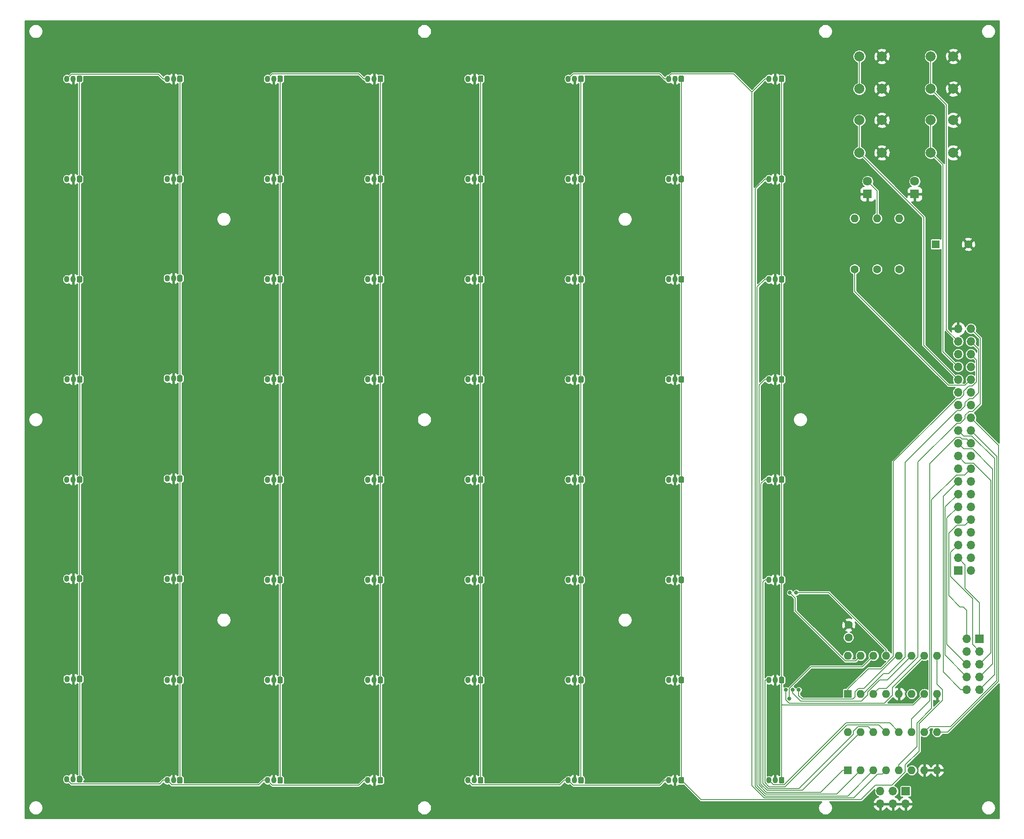
<source format=gbr>
%TF.GenerationSoftware,KiCad,Pcbnew,(5.1.4)-1*%
%TF.CreationDate,2021-06-18T22:58:37+05:30*%
%TF.ProjectId,board,626f6172-642e-46b6-9963-61645f706362,rev?*%
%TF.SameCoordinates,Original*%
%TF.FileFunction,Copper,L2,Bot*%
%TF.FilePolarity,Positive*%
%FSLAX46Y46*%
G04 Gerber Fmt 4.6, Leading zero omitted, Abs format (unit mm)*
G04 Created by KiCad (PCBNEW (5.1.4)-1) date 2021-06-18 22:58:37*
%MOMM*%
%LPD*%
G04 APERTURE LIST*
%TA.AperFunction,ComponentPad*%
%ADD10C,2.000000*%
%TD*%
%TA.AperFunction,ComponentPad*%
%ADD11O,1.700000X1.700000*%
%TD*%
%TA.AperFunction,ComponentPad*%
%ADD12R,1.700000X1.700000*%
%TD*%
%TA.AperFunction,Conductor*%
%ADD13C,0.100000*%
%TD*%
%TA.AperFunction,ComponentPad*%
%ADD14C,1.050000*%
%TD*%
%TA.AperFunction,ComponentPad*%
%ADD15O,1.050000X1.300000*%
%TD*%
%TA.AperFunction,ComponentPad*%
%ADD16C,1.600000*%
%TD*%
%TA.AperFunction,ComponentPad*%
%ADD17R,1.600000X1.600000*%
%TD*%
%TA.AperFunction,ComponentPad*%
%ADD18O,1.600000X1.600000*%
%TD*%
%TA.AperFunction,ComponentPad*%
%ADD19C,1.800000*%
%TD*%
%TA.AperFunction,ComponentPad*%
%ADD20R,1.800000X1.800000*%
%TD*%
%TA.AperFunction,ViaPad*%
%ADD21C,0.800000*%
%TD*%
%TA.AperFunction,Conductor*%
%ADD22C,0.200000*%
%TD*%
%TA.AperFunction,Conductor*%
%ADD23C,0.254000*%
%TD*%
G04 APERTURE END LIST*
D10*
%TO.P,SW4,1*%
%TO.N,/BTN4*%
X241000000Y-57500000D03*
%TO.P,SW4,2*%
%TO.N,GND*%
X245500000Y-57500000D03*
%TO.P,SW4,1*%
%TO.N,/BTN4*%
X241000000Y-64000000D03*
%TO.P,SW4,2*%
%TO.N,GND*%
X245500000Y-64000000D03*
%TD*%
D11*
%TO.P,e1,10*%
%TO.N,/AUX10*%
X248210000Y-183910000D03*
%TO.P,e1,9*%
%TO.N,/AUX5*%
X250750000Y-183910000D03*
%TO.P,e1,8*%
%TO.N,/AUX9*%
X248210000Y-181370000D03*
%TO.P,e1,7*%
%TO.N,/AUX4*%
X250750000Y-181370000D03*
%TO.P,e1,6*%
%TO.N,/AUX8*%
X248210000Y-178830000D03*
%TO.P,e1,5*%
%TO.N,/AUX3*%
X250750000Y-178830000D03*
%TO.P,e1,4*%
%TO.N,/AUX7*%
X248210000Y-176290000D03*
%TO.P,e1,3*%
%TO.N,/AUX2*%
X250750000Y-176290000D03*
%TO.P,e1,2*%
%TO.N,/AUX6*%
X248210000Y-173750000D03*
D12*
%TO.P,e1,1*%
%TO.N,/AUX1*%
X250750000Y-173750000D03*
%TD*%
D13*
%TO.N,D_7*%
%TO.C,U66*%
G36*
X211549594Y-201351203D02*
G01*
X211573853Y-201354802D01*
X211597642Y-201360761D01*
X211620733Y-201369023D01*
X211642902Y-201379508D01*
X211663937Y-201392116D01*
X211683635Y-201406725D01*
X211701806Y-201423194D01*
X211718275Y-201441365D01*
X211732884Y-201461063D01*
X211745492Y-201482098D01*
X211755977Y-201504267D01*
X211764239Y-201527358D01*
X211770198Y-201551147D01*
X211773797Y-201575406D01*
X211775000Y-201599900D01*
X211775000Y-202400100D01*
X211773797Y-202424594D01*
X211770198Y-202448853D01*
X211764239Y-202472642D01*
X211755977Y-202495733D01*
X211745492Y-202517902D01*
X211732884Y-202538937D01*
X211718275Y-202558635D01*
X211701806Y-202576806D01*
X211683635Y-202593275D01*
X211663937Y-202607884D01*
X211642902Y-202620492D01*
X211620733Y-202630977D01*
X211597642Y-202639239D01*
X211573853Y-202645198D01*
X211549594Y-202648797D01*
X211525100Y-202650000D01*
X210974900Y-202650000D01*
X210950406Y-202648797D01*
X210926147Y-202645198D01*
X210902358Y-202639239D01*
X210879267Y-202630977D01*
X210857098Y-202620492D01*
X210836063Y-202607884D01*
X210816365Y-202593275D01*
X210798194Y-202576806D01*
X210781725Y-202558635D01*
X210767116Y-202538937D01*
X210754508Y-202517902D01*
X210744023Y-202495733D01*
X210735761Y-202472642D01*
X210729802Y-202448853D01*
X210726203Y-202424594D01*
X210725000Y-202400100D01*
X210725000Y-201599900D01*
X210726203Y-201575406D01*
X210729802Y-201551147D01*
X210735761Y-201527358D01*
X210744023Y-201504267D01*
X210754508Y-201482098D01*
X210767116Y-201461063D01*
X210781725Y-201441365D01*
X210798194Y-201423194D01*
X210816365Y-201406725D01*
X210836063Y-201392116D01*
X210857098Y-201379508D01*
X210879267Y-201369023D01*
X210902358Y-201360761D01*
X210926147Y-201354802D01*
X210950406Y-201351203D01*
X210974900Y-201350000D01*
X211525100Y-201350000D01*
X211549594Y-201351203D01*
X211549594Y-201351203D01*
G37*
D14*
%TD*%
%TO.P,U66,1*%
%TO.N,D_7*%
X211250000Y-202000000D03*
D15*
%TO.P,U66,3*%
%TO.N,M_7*%
X208710000Y-202000000D03*
%TO.P,U66,2*%
%TO.N,GND*%
X209980000Y-202000000D03*
%TD*%
D13*
%TO.N,D_7*%
%TO.C,U65*%
G36*
X211549594Y-181351203D02*
G01*
X211573853Y-181354802D01*
X211597642Y-181360761D01*
X211620733Y-181369023D01*
X211642902Y-181379508D01*
X211663937Y-181392116D01*
X211683635Y-181406725D01*
X211701806Y-181423194D01*
X211718275Y-181441365D01*
X211732884Y-181461063D01*
X211745492Y-181482098D01*
X211755977Y-181504267D01*
X211764239Y-181527358D01*
X211770198Y-181551147D01*
X211773797Y-181575406D01*
X211775000Y-181599900D01*
X211775000Y-182400100D01*
X211773797Y-182424594D01*
X211770198Y-182448853D01*
X211764239Y-182472642D01*
X211755977Y-182495733D01*
X211745492Y-182517902D01*
X211732884Y-182538937D01*
X211718275Y-182558635D01*
X211701806Y-182576806D01*
X211683635Y-182593275D01*
X211663937Y-182607884D01*
X211642902Y-182620492D01*
X211620733Y-182630977D01*
X211597642Y-182639239D01*
X211573853Y-182645198D01*
X211549594Y-182648797D01*
X211525100Y-182650000D01*
X210974900Y-182650000D01*
X210950406Y-182648797D01*
X210926147Y-182645198D01*
X210902358Y-182639239D01*
X210879267Y-182630977D01*
X210857098Y-182620492D01*
X210836063Y-182607884D01*
X210816365Y-182593275D01*
X210798194Y-182576806D01*
X210781725Y-182558635D01*
X210767116Y-182538937D01*
X210754508Y-182517902D01*
X210744023Y-182495733D01*
X210735761Y-182472642D01*
X210729802Y-182448853D01*
X210726203Y-182424594D01*
X210725000Y-182400100D01*
X210725000Y-181599900D01*
X210726203Y-181575406D01*
X210729802Y-181551147D01*
X210735761Y-181527358D01*
X210744023Y-181504267D01*
X210754508Y-181482098D01*
X210767116Y-181461063D01*
X210781725Y-181441365D01*
X210798194Y-181423194D01*
X210816365Y-181406725D01*
X210836063Y-181392116D01*
X210857098Y-181379508D01*
X210879267Y-181369023D01*
X210902358Y-181360761D01*
X210926147Y-181354802D01*
X210950406Y-181351203D01*
X210974900Y-181350000D01*
X211525100Y-181350000D01*
X211549594Y-181351203D01*
X211549594Y-181351203D01*
G37*
D14*
%TD*%
%TO.P,U65,1*%
%TO.N,D_7*%
X211250000Y-182000000D03*
D15*
%TO.P,U65,3*%
%TO.N,M_6*%
X208710000Y-182000000D03*
%TO.P,U65,2*%
%TO.N,GND*%
X209980000Y-182000000D03*
%TD*%
D13*
%TO.N,D_7*%
%TO.C,U64*%
G36*
X211549594Y-161351203D02*
G01*
X211573853Y-161354802D01*
X211597642Y-161360761D01*
X211620733Y-161369023D01*
X211642902Y-161379508D01*
X211663937Y-161392116D01*
X211683635Y-161406725D01*
X211701806Y-161423194D01*
X211718275Y-161441365D01*
X211732884Y-161461063D01*
X211745492Y-161482098D01*
X211755977Y-161504267D01*
X211764239Y-161527358D01*
X211770198Y-161551147D01*
X211773797Y-161575406D01*
X211775000Y-161599900D01*
X211775000Y-162400100D01*
X211773797Y-162424594D01*
X211770198Y-162448853D01*
X211764239Y-162472642D01*
X211755977Y-162495733D01*
X211745492Y-162517902D01*
X211732884Y-162538937D01*
X211718275Y-162558635D01*
X211701806Y-162576806D01*
X211683635Y-162593275D01*
X211663937Y-162607884D01*
X211642902Y-162620492D01*
X211620733Y-162630977D01*
X211597642Y-162639239D01*
X211573853Y-162645198D01*
X211549594Y-162648797D01*
X211525100Y-162650000D01*
X210974900Y-162650000D01*
X210950406Y-162648797D01*
X210926147Y-162645198D01*
X210902358Y-162639239D01*
X210879267Y-162630977D01*
X210857098Y-162620492D01*
X210836063Y-162607884D01*
X210816365Y-162593275D01*
X210798194Y-162576806D01*
X210781725Y-162558635D01*
X210767116Y-162538937D01*
X210754508Y-162517902D01*
X210744023Y-162495733D01*
X210735761Y-162472642D01*
X210729802Y-162448853D01*
X210726203Y-162424594D01*
X210725000Y-162400100D01*
X210725000Y-161599900D01*
X210726203Y-161575406D01*
X210729802Y-161551147D01*
X210735761Y-161527358D01*
X210744023Y-161504267D01*
X210754508Y-161482098D01*
X210767116Y-161461063D01*
X210781725Y-161441365D01*
X210798194Y-161423194D01*
X210816365Y-161406725D01*
X210836063Y-161392116D01*
X210857098Y-161379508D01*
X210879267Y-161369023D01*
X210902358Y-161360761D01*
X210926147Y-161354802D01*
X210950406Y-161351203D01*
X210974900Y-161350000D01*
X211525100Y-161350000D01*
X211549594Y-161351203D01*
X211549594Y-161351203D01*
G37*
D14*
%TD*%
%TO.P,U64,1*%
%TO.N,D_7*%
X211250000Y-162000000D03*
D15*
%TO.P,U64,3*%
%TO.N,M_5*%
X208710000Y-162000000D03*
%TO.P,U64,2*%
%TO.N,GND*%
X209980000Y-162000000D03*
%TD*%
D13*
%TO.N,D_7*%
%TO.C,U63*%
G36*
X211549594Y-141351203D02*
G01*
X211573853Y-141354802D01*
X211597642Y-141360761D01*
X211620733Y-141369023D01*
X211642902Y-141379508D01*
X211663937Y-141392116D01*
X211683635Y-141406725D01*
X211701806Y-141423194D01*
X211718275Y-141441365D01*
X211732884Y-141461063D01*
X211745492Y-141482098D01*
X211755977Y-141504267D01*
X211764239Y-141527358D01*
X211770198Y-141551147D01*
X211773797Y-141575406D01*
X211775000Y-141599900D01*
X211775000Y-142400100D01*
X211773797Y-142424594D01*
X211770198Y-142448853D01*
X211764239Y-142472642D01*
X211755977Y-142495733D01*
X211745492Y-142517902D01*
X211732884Y-142538937D01*
X211718275Y-142558635D01*
X211701806Y-142576806D01*
X211683635Y-142593275D01*
X211663937Y-142607884D01*
X211642902Y-142620492D01*
X211620733Y-142630977D01*
X211597642Y-142639239D01*
X211573853Y-142645198D01*
X211549594Y-142648797D01*
X211525100Y-142650000D01*
X210974900Y-142650000D01*
X210950406Y-142648797D01*
X210926147Y-142645198D01*
X210902358Y-142639239D01*
X210879267Y-142630977D01*
X210857098Y-142620492D01*
X210836063Y-142607884D01*
X210816365Y-142593275D01*
X210798194Y-142576806D01*
X210781725Y-142558635D01*
X210767116Y-142538937D01*
X210754508Y-142517902D01*
X210744023Y-142495733D01*
X210735761Y-142472642D01*
X210729802Y-142448853D01*
X210726203Y-142424594D01*
X210725000Y-142400100D01*
X210725000Y-141599900D01*
X210726203Y-141575406D01*
X210729802Y-141551147D01*
X210735761Y-141527358D01*
X210744023Y-141504267D01*
X210754508Y-141482098D01*
X210767116Y-141461063D01*
X210781725Y-141441365D01*
X210798194Y-141423194D01*
X210816365Y-141406725D01*
X210836063Y-141392116D01*
X210857098Y-141379508D01*
X210879267Y-141369023D01*
X210902358Y-141360761D01*
X210926147Y-141354802D01*
X210950406Y-141351203D01*
X210974900Y-141350000D01*
X211525100Y-141350000D01*
X211549594Y-141351203D01*
X211549594Y-141351203D01*
G37*
D14*
%TD*%
%TO.P,U63,1*%
%TO.N,D_7*%
X211250000Y-142000000D03*
D15*
%TO.P,U63,3*%
%TO.N,M_4*%
X208710000Y-142000000D03*
%TO.P,U63,2*%
%TO.N,GND*%
X209980000Y-142000000D03*
%TD*%
D13*
%TO.N,D_7*%
%TO.C,U62*%
G36*
X211549594Y-121351203D02*
G01*
X211573853Y-121354802D01*
X211597642Y-121360761D01*
X211620733Y-121369023D01*
X211642902Y-121379508D01*
X211663937Y-121392116D01*
X211683635Y-121406725D01*
X211701806Y-121423194D01*
X211718275Y-121441365D01*
X211732884Y-121461063D01*
X211745492Y-121482098D01*
X211755977Y-121504267D01*
X211764239Y-121527358D01*
X211770198Y-121551147D01*
X211773797Y-121575406D01*
X211775000Y-121599900D01*
X211775000Y-122400100D01*
X211773797Y-122424594D01*
X211770198Y-122448853D01*
X211764239Y-122472642D01*
X211755977Y-122495733D01*
X211745492Y-122517902D01*
X211732884Y-122538937D01*
X211718275Y-122558635D01*
X211701806Y-122576806D01*
X211683635Y-122593275D01*
X211663937Y-122607884D01*
X211642902Y-122620492D01*
X211620733Y-122630977D01*
X211597642Y-122639239D01*
X211573853Y-122645198D01*
X211549594Y-122648797D01*
X211525100Y-122650000D01*
X210974900Y-122650000D01*
X210950406Y-122648797D01*
X210926147Y-122645198D01*
X210902358Y-122639239D01*
X210879267Y-122630977D01*
X210857098Y-122620492D01*
X210836063Y-122607884D01*
X210816365Y-122593275D01*
X210798194Y-122576806D01*
X210781725Y-122558635D01*
X210767116Y-122538937D01*
X210754508Y-122517902D01*
X210744023Y-122495733D01*
X210735761Y-122472642D01*
X210729802Y-122448853D01*
X210726203Y-122424594D01*
X210725000Y-122400100D01*
X210725000Y-121599900D01*
X210726203Y-121575406D01*
X210729802Y-121551147D01*
X210735761Y-121527358D01*
X210744023Y-121504267D01*
X210754508Y-121482098D01*
X210767116Y-121461063D01*
X210781725Y-121441365D01*
X210798194Y-121423194D01*
X210816365Y-121406725D01*
X210836063Y-121392116D01*
X210857098Y-121379508D01*
X210879267Y-121369023D01*
X210902358Y-121360761D01*
X210926147Y-121354802D01*
X210950406Y-121351203D01*
X210974900Y-121350000D01*
X211525100Y-121350000D01*
X211549594Y-121351203D01*
X211549594Y-121351203D01*
G37*
D14*
%TD*%
%TO.P,U62,1*%
%TO.N,D_7*%
X211250000Y-122000000D03*
D15*
%TO.P,U62,3*%
%TO.N,M_3*%
X208710000Y-122000000D03*
%TO.P,U62,2*%
%TO.N,GND*%
X209980000Y-122000000D03*
%TD*%
D13*
%TO.N,D_7*%
%TO.C,U61*%
G36*
X211549594Y-101351203D02*
G01*
X211573853Y-101354802D01*
X211597642Y-101360761D01*
X211620733Y-101369023D01*
X211642902Y-101379508D01*
X211663937Y-101392116D01*
X211683635Y-101406725D01*
X211701806Y-101423194D01*
X211718275Y-101441365D01*
X211732884Y-101461063D01*
X211745492Y-101482098D01*
X211755977Y-101504267D01*
X211764239Y-101527358D01*
X211770198Y-101551147D01*
X211773797Y-101575406D01*
X211775000Y-101599900D01*
X211775000Y-102400100D01*
X211773797Y-102424594D01*
X211770198Y-102448853D01*
X211764239Y-102472642D01*
X211755977Y-102495733D01*
X211745492Y-102517902D01*
X211732884Y-102538937D01*
X211718275Y-102558635D01*
X211701806Y-102576806D01*
X211683635Y-102593275D01*
X211663937Y-102607884D01*
X211642902Y-102620492D01*
X211620733Y-102630977D01*
X211597642Y-102639239D01*
X211573853Y-102645198D01*
X211549594Y-102648797D01*
X211525100Y-102650000D01*
X210974900Y-102650000D01*
X210950406Y-102648797D01*
X210926147Y-102645198D01*
X210902358Y-102639239D01*
X210879267Y-102630977D01*
X210857098Y-102620492D01*
X210836063Y-102607884D01*
X210816365Y-102593275D01*
X210798194Y-102576806D01*
X210781725Y-102558635D01*
X210767116Y-102538937D01*
X210754508Y-102517902D01*
X210744023Y-102495733D01*
X210735761Y-102472642D01*
X210729802Y-102448853D01*
X210726203Y-102424594D01*
X210725000Y-102400100D01*
X210725000Y-101599900D01*
X210726203Y-101575406D01*
X210729802Y-101551147D01*
X210735761Y-101527358D01*
X210744023Y-101504267D01*
X210754508Y-101482098D01*
X210767116Y-101461063D01*
X210781725Y-101441365D01*
X210798194Y-101423194D01*
X210816365Y-101406725D01*
X210836063Y-101392116D01*
X210857098Y-101379508D01*
X210879267Y-101369023D01*
X210902358Y-101360761D01*
X210926147Y-101354802D01*
X210950406Y-101351203D01*
X210974900Y-101350000D01*
X211525100Y-101350000D01*
X211549594Y-101351203D01*
X211549594Y-101351203D01*
G37*
D14*
%TD*%
%TO.P,U61,1*%
%TO.N,D_7*%
X211250000Y-102000000D03*
D15*
%TO.P,U61,3*%
%TO.N,M_2*%
X208710000Y-102000000D03*
%TO.P,U61,2*%
%TO.N,GND*%
X209980000Y-102000000D03*
%TD*%
D13*
%TO.N,D_7*%
%TO.C,U59*%
G36*
X211549594Y-61351203D02*
G01*
X211573853Y-61354802D01*
X211597642Y-61360761D01*
X211620733Y-61369023D01*
X211642902Y-61379508D01*
X211663937Y-61392116D01*
X211683635Y-61406725D01*
X211701806Y-61423194D01*
X211718275Y-61441365D01*
X211732884Y-61461063D01*
X211745492Y-61482098D01*
X211755977Y-61504267D01*
X211764239Y-61527358D01*
X211770198Y-61551147D01*
X211773797Y-61575406D01*
X211775000Y-61599900D01*
X211775000Y-62400100D01*
X211773797Y-62424594D01*
X211770198Y-62448853D01*
X211764239Y-62472642D01*
X211755977Y-62495733D01*
X211745492Y-62517902D01*
X211732884Y-62538937D01*
X211718275Y-62558635D01*
X211701806Y-62576806D01*
X211683635Y-62593275D01*
X211663937Y-62607884D01*
X211642902Y-62620492D01*
X211620733Y-62630977D01*
X211597642Y-62639239D01*
X211573853Y-62645198D01*
X211549594Y-62648797D01*
X211525100Y-62650000D01*
X210974900Y-62650000D01*
X210950406Y-62648797D01*
X210926147Y-62645198D01*
X210902358Y-62639239D01*
X210879267Y-62630977D01*
X210857098Y-62620492D01*
X210836063Y-62607884D01*
X210816365Y-62593275D01*
X210798194Y-62576806D01*
X210781725Y-62558635D01*
X210767116Y-62538937D01*
X210754508Y-62517902D01*
X210744023Y-62495733D01*
X210735761Y-62472642D01*
X210729802Y-62448853D01*
X210726203Y-62424594D01*
X210725000Y-62400100D01*
X210725000Y-61599900D01*
X210726203Y-61575406D01*
X210729802Y-61551147D01*
X210735761Y-61527358D01*
X210744023Y-61504267D01*
X210754508Y-61482098D01*
X210767116Y-61461063D01*
X210781725Y-61441365D01*
X210798194Y-61423194D01*
X210816365Y-61406725D01*
X210836063Y-61392116D01*
X210857098Y-61379508D01*
X210879267Y-61369023D01*
X210902358Y-61360761D01*
X210926147Y-61354802D01*
X210950406Y-61351203D01*
X210974900Y-61350000D01*
X211525100Y-61350000D01*
X211549594Y-61351203D01*
X211549594Y-61351203D01*
G37*
D14*
%TD*%
%TO.P,U59,1*%
%TO.N,D_7*%
X211250000Y-62000000D03*
D15*
%TO.P,U59,3*%
%TO.N,M_0*%
X208710000Y-62000000D03*
%TO.P,U59,2*%
%TO.N,GND*%
X209980000Y-62000000D03*
%TD*%
D13*
%TO.N,D_6*%
%TO.C,U58*%
G36*
X191549594Y-201351203D02*
G01*
X191573853Y-201354802D01*
X191597642Y-201360761D01*
X191620733Y-201369023D01*
X191642902Y-201379508D01*
X191663937Y-201392116D01*
X191683635Y-201406725D01*
X191701806Y-201423194D01*
X191718275Y-201441365D01*
X191732884Y-201461063D01*
X191745492Y-201482098D01*
X191755977Y-201504267D01*
X191764239Y-201527358D01*
X191770198Y-201551147D01*
X191773797Y-201575406D01*
X191775000Y-201599900D01*
X191775000Y-202400100D01*
X191773797Y-202424594D01*
X191770198Y-202448853D01*
X191764239Y-202472642D01*
X191755977Y-202495733D01*
X191745492Y-202517902D01*
X191732884Y-202538937D01*
X191718275Y-202558635D01*
X191701806Y-202576806D01*
X191683635Y-202593275D01*
X191663937Y-202607884D01*
X191642902Y-202620492D01*
X191620733Y-202630977D01*
X191597642Y-202639239D01*
X191573853Y-202645198D01*
X191549594Y-202648797D01*
X191525100Y-202650000D01*
X190974900Y-202650000D01*
X190950406Y-202648797D01*
X190926147Y-202645198D01*
X190902358Y-202639239D01*
X190879267Y-202630977D01*
X190857098Y-202620492D01*
X190836063Y-202607884D01*
X190816365Y-202593275D01*
X190798194Y-202576806D01*
X190781725Y-202558635D01*
X190767116Y-202538937D01*
X190754508Y-202517902D01*
X190744023Y-202495733D01*
X190735761Y-202472642D01*
X190729802Y-202448853D01*
X190726203Y-202424594D01*
X190725000Y-202400100D01*
X190725000Y-201599900D01*
X190726203Y-201575406D01*
X190729802Y-201551147D01*
X190735761Y-201527358D01*
X190744023Y-201504267D01*
X190754508Y-201482098D01*
X190767116Y-201461063D01*
X190781725Y-201441365D01*
X190798194Y-201423194D01*
X190816365Y-201406725D01*
X190836063Y-201392116D01*
X190857098Y-201379508D01*
X190879267Y-201369023D01*
X190902358Y-201360761D01*
X190926147Y-201354802D01*
X190950406Y-201351203D01*
X190974900Y-201350000D01*
X191525100Y-201350000D01*
X191549594Y-201351203D01*
X191549594Y-201351203D01*
G37*
D14*
%TD*%
%TO.P,U58,1*%
%TO.N,D_6*%
X191250000Y-202000000D03*
D15*
%TO.P,U58,3*%
%TO.N,M_7*%
X188710000Y-202000000D03*
%TO.P,U58,2*%
%TO.N,GND*%
X189980000Y-202000000D03*
%TD*%
D13*
%TO.N,D_6*%
%TO.C,U57*%
G36*
X191549594Y-181351203D02*
G01*
X191573853Y-181354802D01*
X191597642Y-181360761D01*
X191620733Y-181369023D01*
X191642902Y-181379508D01*
X191663937Y-181392116D01*
X191683635Y-181406725D01*
X191701806Y-181423194D01*
X191718275Y-181441365D01*
X191732884Y-181461063D01*
X191745492Y-181482098D01*
X191755977Y-181504267D01*
X191764239Y-181527358D01*
X191770198Y-181551147D01*
X191773797Y-181575406D01*
X191775000Y-181599900D01*
X191775000Y-182400100D01*
X191773797Y-182424594D01*
X191770198Y-182448853D01*
X191764239Y-182472642D01*
X191755977Y-182495733D01*
X191745492Y-182517902D01*
X191732884Y-182538937D01*
X191718275Y-182558635D01*
X191701806Y-182576806D01*
X191683635Y-182593275D01*
X191663937Y-182607884D01*
X191642902Y-182620492D01*
X191620733Y-182630977D01*
X191597642Y-182639239D01*
X191573853Y-182645198D01*
X191549594Y-182648797D01*
X191525100Y-182650000D01*
X190974900Y-182650000D01*
X190950406Y-182648797D01*
X190926147Y-182645198D01*
X190902358Y-182639239D01*
X190879267Y-182630977D01*
X190857098Y-182620492D01*
X190836063Y-182607884D01*
X190816365Y-182593275D01*
X190798194Y-182576806D01*
X190781725Y-182558635D01*
X190767116Y-182538937D01*
X190754508Y-182517902D01*
X190744023Y-182495733D01*
X190735761Y-182472642D01*
X190729802Y-182448853D01*
X190726203Y-182424594D01*
X190725000Y-182400100D01*
X190725000Y-181599900D01*
X190726203Y-181575406D01*
X190729802Y-181551147D01*
X190735761Y-181527358D01*
X190744023Y-181504267D01*
X190754508Y-181482098D01*
X190767116Y-181461063D01*
X190781725Y-181441365D01*
X190798194Y-181423194D01*
X190816365Y-181406725D01*
X190836063Y-181392116D01*
X190857098Y-181379508D01*
X190879267Y-181369023D01*
X190902358Y-181360761D01*
X190926147Y-181354802D01*
X190950406Y-181351203D01*
X190974900Y-181350000D01*
X191525100Y-181350000D01*
X191549594Y-181351203D01*
X191549594Y-181351203D01*
G37*
D14*
%TD*%
%TO.P,U57,1*%
%TO.N,D_6*%
X191250000Y-182000000D03*
D15*
%TO.P,U57,3*%
%TO.N,M_6*%
X188710000Y-182000000D03*
%TO.P,U57,2*%
%TO.N,GND*%
X189980000Y-182000000D03*
%TD*%
D13*
%TO.N,D_6*%
%TO.C,U56*%
G36*
X191549594Y-161351203D02*
G01*
X191573853Y-161354802D01*
X191597642Y-161360761D01*
X191620733Y-161369023D01*
X191642902Y-161379508D01*
X191663937Y-161392116D01*
X191683635Y-161406725D01*
X191701806Y-161423194D01*
X191718275Y-161441365D01*
X191732884Y-161461063D01*
X191745492Y-161482098D01*
X191755977Y-161504267D01*
X191764239Y-161527358D01*
X191770198Y-161551147D01*
X191773797Y-161575406D01*
X191775000Y-161599900D01*
X191775000Y-162400100D01*
X191773797Y-162424594D01*
X191770198Y-162448853D01*
X191764239Y-162472642D01*
X191755977Y-162495733D01*
X191745492Y-162517902D01*
X191732884Y-162538937D01*
X191718275Y-162558635D01*
X191701806Y-162576806D01*
X191683635Y-162593275D01*
X191663937Y-162607884D01*
X191642902Y-162620492D01*
X191620733Y-162630977D01*
X191597642Y-162639239D01*
X191573853Y-162645198D01*
X191549594Y-162648797D01*
X191525100Y-162650000D01*
X190974900Y-162650000D01*
X190950406Y-162648797D01*
X190926147Y-162645198D01*
X190902358Y-162639239D01*
X190879267Y-162630977D01*
X190857098Y-162620492D01*
X190836063Y-162607884D01*
X190816365Y-162593275D01*
X190798194Y-162576806D01*
X190781725Y-162558635D01*
X190767116Y-162538937D01*
X190754508Y-162517902D01*
X190744023Y-162495733D01*
X190735761Y-162472642D01*
X190729802Y-162448853D01*
X190726203Y-162424594D01*
X190725000Y-162400100D01*
X190725000Y-161599900D01*
X190726203Y-161575406D01*
X190729802Y-161551147D01*
X190735761Y-161527358D01*
X190744023Y-161504267D01*
X190754508Y-161482098D01*
X190767116Y-161461063D01*
X190781725Y-161441365D01*
X190798194Y-161423194D01*
X190816365Y-161406725D01*
X190836063Y-161392116D01*
X190857098Y-161379508D01*
X190879267Y-161369023D01*
X190902358Y-161360761D01*
X190926147Y-161354802D01*
X190950406Y-161351203D01*
X190974900Y-161350000D01*
X191525100Y-161350000D01*
X191549594Y-161351203D01*
X191549594Y-161351203D01*
G37*
D14*
%TD*%
%TO.P,U56,1*%
%TO.N,D_6*%
X191250000Y-162000000D03*
D15*
%TO.P,U56,3*%
%TO.N,M_5*%
X188710000Y-162000000D03*
%TO.P,U56,2*%
%TO.N,GND*%
X189980000Y-162000000D03*
%TD*%
D13*
%TO.N,D_6*%
%TO.C,U55*%
G36*
X191549594Y-141351203D02*
G01*
X191573853Y-141354802D01*
X191597642Y-141360761D01*
X191620733Y-141369023D01*
X191642902Y-141379508D01*
X191663937Y-141392116D01*
X191683635Y-141406725D01*
X191701806Y-141423194D01*
X191718275Y-141441365D01*
X191732884Y-141461063D01*
X191745492Y-141482098D01*
X191755977Y-141504267D01*
X191764239Y-141527358D01*
X191770198Y-141551147D01*
X191773797Y-141575406D01*
X191775000Y-141599900D01*
X191775000Y-142400100D01*
X191773797Y-142424594D01*
X191770198Y-142448853D01*
X191764239Y-142472642D01*
X191755977Y-142495733D01*
X191745492Y-142517902D01*
X191732884Y-142538937D01*
X191718275Y-142558635D01*
X191701806Y-142576806D01*
X191683635Y-142593275D01*
X191663937Y-142607884D01*
X191642902Y-142620492D01*
X191620733Y-142630977D01*
X191597642Y-142639239D01*
X191573853Y-142645198D01*
X191549594Y-142648797D01*
X191525100Y-142650000D01*
X190974900Y-142650000D01*
X190950406Y-142648797D01*
X190926147Y-142645198D01*
X190902358Y-142639239D01*
X190879267Y-142630977D01*
X190857098Y-142620492D01*
X190836063Y-142607884D01*
X190816365Y-142593275D01*
X190798194Y-142576806D01*
X190781725Y-142558635D01*
X190767116Y-142538937D01*
X190754508Y-142517902D01*
X190744023Y-142495733D01*
X190735761Y-142472642D01*
X190729802Y-142448853D01*
X190726203Y-142424594D01*
X190725000Y-142400100D01*
X190725000Y-141599900D01*
X190726203Y-141575406D01*
X190729802Y-141551147D01*
X190735761Y-141527358D01*
X190744023Y-141504267D01*
X190754508Y-141482098D01*
X190767116Y-141461063D01*
X190781725Y-141441365D01*
X190798194Y-141423194D01*
X190816365Y-141406725D01*
X190836063Y-141392116D01*
X190857098Y-141379508D01*
X190879267Y-141369023D01*
X190902358Y-141360761D01*
X190926147Y-141354802D01*
X190950406Y-141351203D01*
X190974900Y-141350000D01*
X191525100Y-141350000D01*
X191549594Y-141351203D01*
X191549594Y-141351203D01*
G37*
D14*
%TD*%
%TO.P,U55,1*%
%TO.N,D_6*%
X191250000Y-142000000D03*
D15*
%TO.P,U55,3*%
%TO.N,M_4*%
X188710000Y-142000000D03*
%TO.P,U55,2*%
%TO.N,GND*%
X189980000Y-142000000D03*
%TD*%
D13*
%TO.N,D_6*%
%TO.C,U54*%
G36*
X191549594Y-121351203D02*
G01*
X191573853Y-121354802D01*
X191597642Y-121360761D01*
X191620733Y-121369023D01*
X191642902Y-121379508D01*
X191663937Y-121392116D01*
X191683635Y-121406725D01*
X191701806Y-121423194D01*
X191718275Y-121441365D01*
X191732884Y-121461063D01*
X191745492Y-121482098D01*
X191755977Y-121504267D01*
X191764239Y-121527358D01*
X191770198Y-121551147D01*
X191773797Y-121575406D01*
X191775000Y-121599900D01*
X191775000Y-122400100D01*
X191773797Y-122424594D01*
X191770198Y-122448853D01*
X191764239Y-122472642D01*
X191755977Y-122495733D01*
X191745492Y-122517902D01*
X191732884Y-122538937D01*
X191718275Y-122558635D01*
X191701806Y-122576806D01*
X191683635Y-122593275D01*
X191663937Y-122607884D01*
X191642902Y-122620492D01*
X191620733Y-122630977D01*
X191597642Y-122639239D01*
X191573853Y-122645198D01*
X191549594Y-122648797D01*
X191525100Y-122650000D01*
X190974900Y-122650000D01*
X190950406Y-122648797D01*
X190926147Y-122645198D01*
X190902358Y-122639239D01*
X190879267Y-122630977D01*
X190857098Y-122620492D01*
X190836063Y-122607884D01*
X190816365Y-122593275D01*
X190798194Y-122576806D01*
X190781725Y-122558635D01*
X190767116Y-122538937D01*
X190754508Y-122517902D01*
X190744023Y-122495733D01*
X190735761Y-122472642D01*
X190729802Y-122448853D01*
X190726203Y-122424594D01*
X190725000Y-122400100D01*
X190725000Y-121599900D01*
X190726203Y-121575406D01*
X190729802Y-121551147D01*
X190735761Y-121527358D01*
X190744023Y-121504267D01*
X190754508Y-121482098D01*
X190767116Y-121461063D01*
X190781725Y-121441365D01*
X190798194Y-121423194D01*
X190816365Y-121406725D01*
X190836063Y-121392116D01*
X190857098Y-121379508D01*
X190879267Y-121369023D01*
X190902358Y-121360761D01*
X190926147Y-121354802D01*
X190950406Y-121351203D01*
X190974900Y-121350000D01*
X191525100Y-121350000D01*
X191549594Y-121351203D01*
X191549594Y-121351203D01*
G37*
D14*
%TD*%
%TO.P,U54,1*%
%TO.N,D_6*%
X191250000Y-122000000D03*
D15*
%TO.P,U54,3*%
%TO.N,M_3*%
X188710000Y-122000000D03*
%TO.P,U54,2*%
%TO.N,GND*%
X189980000Y-122000000D03*
%TD*%
D13*
%TO.N,D_6*%
%TO.C,U53*%
G36*
X191549594Y-101351203D02*
G01*
X191573853Y-101354802D01*
X191597642Y-101360761D01*
X191620733Y-101369023D01*
X191642902Y-101379508D01*
X191663937Y-101392116D01*
X191683635Y-101406725D01*
X191701806Y-101423194D01*
X191718275Y-101441365D01*
X191732884Y-101461063D01*
X191745492Y-101482098D01*
X191755977Y-101504267D01*
X191764239Y-101527358D01*
X191770198Y-101551147D01*
X191773797Y-101575406D01*
X191775000Y-101599900D01*
X191775000Y-102400100D01*
X191773797Y-102424594D01*
X191770198Y-102448853D01*
X191764239Y-102472642D01*
X191755977Y-102495733D01*
X191745492Y-102517902D01*
X191732884Y-102538937D01*
X191718275Y-102558635D01*
X191701806Y-102576806D01*
X191683635Y-102593275D01*
X191663937Y-102607884D01*
X191642902Y-102620492D01*
X191620733Y-102630977D01*
X191597642Y-102639239D01*
X191573853Y-102645198D01*
X191549594Y-102648797D01*
X191525100Y-102650000D01*
X190974900Y-102650000D01*
X190950406Y-102648797D01*
X190926147Y-102645198D01*
X190902358Y-102639239D01*
X190879267Y-102630977D01*
X190857098Y-102620492D01*
X190836063Y-102607884D01*
X190816365Y-102593275D01*
X190798194Y-102576806D01*
X190781725Y-102558635D01*
X190767116Y-102538937D01*
X190754508Y-102517902D01*
X190744023Y-102495733D01*
X190735761Y-102472642D01*
X190729802Y-102448853D01*
X190726203Y-102424594D01*
X190725000Y-102400100D01*
X190725000Y-101599900D01*
X190726203Y-101575406D01*
X190729802Y-101551147D01*
X190735761Y-101527358D01*
X190744023Y-101504267D01*
X190754508Y-101482098D01*
X190767116Y-101461063D01*
X190781725Y-101441365D01*
X190798194Y-101423194D01*
X190816365Y-101406725D01*
X190836063Y-101392116D01*
X190857098Y-101379508D01*
X190879267Y-101369023D01*
X190902358Y-101360761D01*
X190926147Y-101354802D01*
X190950406Y-101351203D01*
X190974900Y-101350000D01*
X191525100Y-101350000D01*
X191549594Y-101351203D01*
X191549594Y-101351203D01*
G37*
D14*
%TD*%
%TO.P,U53,1*%
%TO.N,D_6*%
X191250000Y-102000000D03*
D15*
%TO.P,U53,3*%
%TO.N,M_2*%
X188710000Y-102000000D03*
%TO.P,U53,2*%
%TO.N,GND*%
X189980000Y-102000000D03*
%TD*%
D13*
%TO.N,D_6*%
%TO.C,U51*%
G36*
X191549594Y-61351203D02*
G01*
X191573853Y-61354802D01*
X191597642Y-61360761D01*
X191620733Y-61369023D01*
X191642902Y-61379508D01*
X191663937Y-61392116D01*
X191683635Y-61406725D01*
X191701806Y-61423194D01*
X191718275Y-61441365D01*
X191732884Y-61461063D01*
X191745492Y-61482098D01*
X191755977Y-61504267D01*
X191764239Y-61527358D01*
X191770198Y-61551147D01*
X191773797Y-61575406D01*
X191775000Y-61599900D01*
X191775000Y-62400100D01*
X191773797Y-62424594D01*
X191770198Y-62448853D01*
X191764239Y-62472642D01*
X191755977Y-62495733D01*
X191745492Y-62517902D01*
X191732884Y-62538937D01*
X191718275Y-62558635D01*
X191701806Y-62576806D01*
X191683635Y-62593275D01*
X191663937Y-62607884D01*
X191642902Y-62620492D01*
X191620733Y-62630977D01*
X191597642Y-62639239D01*
X191573853Y-62645198D01*
X191549594Y-62648797D01*
X191525100Y-62650000D01*
X190974900Y-62650000D01*
X190950406Y-62648797D01*
X190926147Y-62645198D01*
X190902358Y-62639239D01*
X190879267Y-62630977D01*
X190857098Y-62620492D01*
X190836063Y-62607884D01*
X190816365Y-62593275D01*
X190798194Y-62576806D01*
X190781725Y-62558635D01*
X190767116Y-62538937D01*
X190754508Y-62517902D01*
X190744023Y-62495733D01*
X190735761Y-62472642D01*
X190729802Y-62448853D01*
X190726203Y-62424594D01*
X190725000Y-62400100D01*
X190725000Y-61599900D01*
X190726203Y-61575406D01*
X190729802Y-61551147D01*
X190735761Y-61527358D01*
X190744023Y-61504267D01*
X190754508Y-61482098D01*
X190767116Y-61461063D01*
X190781725Y-61441365D01*
X190798194Y-61423194D01*
X190816365Y-61406725D01*
X190836063Y-61392116D01*
X190857098Y-61379508D01*
X190879267Y-61369023D01*
X190902358Y-61360761D01*
X190926147Y-61354802D01*
X190950406Y-61351203D01*
X190974900Y-61350000D01*
X191525100Y-61350000D01*
X191549594Y-61351203D01*
X191549594Y-61351203D01*
G37*
D14*
%TD*%
%TO.P,U51,1*%
%TO.N,D_6*%
X191250000Y-62000000D03*
D15*
%TO.P,U51,3*%
%TO.N,M_0*%
X188710000Y-62000000D03*
%TO.P,U51,2*%
%TO.N,GND*%
X189980000Y-62000000D03*
%TD*%
D13*
%TO.N,D_5*%
%TO.C,U50*%
G36*
X171549594Y-201351203D02*
G01*
X171573853Y-201354802D01*
X171597642Y-201360761D01*
X171620733Y-201369023D01*
X171642902Y-201379508D01*
X171663937Y-201392116D01*
X171683635Y-201406725D01*
X171701806Y-201423194D01*
X171718275Y-201441365D01*
X171732884Y-201461063D01*
X171745492Y-201482098D01*
X171755977Y-201504267D01*
X171764239Y-201527358D01*
X171770198Y-201551147D01*
X171773797Y-201575406D01*
X171775000Y-201599900D01*
X171775000Y-202400100D01*
X171773797Y-202424594D01*
X171770198Y-202448853D01*
X171764239Y-202472642D01*
X171755977Y-202495733D01*
X171745492Y-202517902D01*
X171732884Y-202538937D01*
X171718275Y-202558635D01*
X171701806Y-202576806D01*
X171683635Y-202593275D01*
X171663937Y-202607884D01*
X171642902Y-202620492D01*
X171620733Y-202630977D01*
X171597642Y-202639239D01*
X171573853Y-202645198D01*
X171549594Y-202648797D01*
X171525100Y-202650000D01*
X170974900Y-202650000D01*
X170950406Y-202648797D01*
X170926147Y-202645198D01*
X170902358Y-202639239D01*
X170879267Y-202630977D01*
X170857098Y-202620492D01*
X170836063Y-202607884D01*
X170816365Y-202593275D01*
X170798194Y-202576806D01*
X170781725Y-202558635D01*
X170767116Y-202538937D01*
X170754508Y-202517902D01*
X170744023Y-202495733D01*
X170735761Y-202472642D01*
X170729802Y-202448853D01*
X170726203Y-202424594D01*
X170725000Y-202400100D01*
X170725000Y-201599900D01*
X170726203Y-201575406D01*
X170729802Y-201551147D01*
X170735761Y-201527358D01*
X170744023Y-201504267D01*
X170754508Y-201482098D01*
X170767116Y-201461063D01*
X170781725Y-201441365D01*
X170798194Y-201423194D01*
X170816365Y-201406725D01*
X170836063Y-201392116D01*
X170857098Y-201379508D01*
X170879267Y-201369023D01*
X170902358Y-201360761D01*
X170926147Y-201354802D01*
X170950406Y-201351203D01*
X170974900Y-201350000D01*
X171525100Y-201350000D01*
X171549594Y-201351203D01*
X171549594Y-201351203D01*
G37*
D14*
%TD*%
%TO.P,U50,1*%
%TO.N,D_5*%
X171250000Y-202000000D03*
D15*
%TO.P,U50,3*%
%TO.N,M_7*%
X168710000Y-202000000D03*
%TO.P,U50,2*%
%TO.N,GND*%
X169980000Y-202000000D03*
%TD*%
D13*
%TO.N,D_5*%
%TO.C,U49*%
G36*
X171549594Y-181351203D02*
G01*
X171573853Y-181354802D01*
X171597642Y-181360761D01*
X171620733Y-181369023D01*
X171642902Y-181379508D01*
X171663937Y-181392116D01*
X171683635Y-181406725D01*
X171701806Y-181423194D01*
X171718275Y-181441365D01*
X171732884Y-181461063D01*
X171745492Y-181482098D01*
X171755977Y-181504267D01*
X171764239Y-181527358D01*
X171770198Y-181551147D01*
X171773797Y-181575406D01*
X171775000Y-181599900D01*
X171775000Y-182400100D01*
X171773797Y-182424594D01*
X171770198Y-182448853D01*
X171764239Y-182472642D01*
X171755977Y-182495733D01*
X171745492Y-182517902D01*
X171732884Y-182538937D01*
X171718275Y-182558635D01*
X171701806Y-182576806D01*
X171683635Y-182593275D01*
X171663937Y-182607884D01*
X171642902Y-182620492D01*
X171620733Y-182630977D01*
X171597642Y-182639239D01*
X171573853Y-182645198D01*
X171549594Y-182648797D01*
X171525100Y-182650000D01*
X170974900Y-182650000D01*
X170950406Y-182648797D01*
X170926147Y-182645198D01*
X170902358Y-182639239D01*
X170879267Y-182630977D01*
X170857098Y-182620492D01*
X170836063Y-182607884D01*
X170816365Y-182593275D01*
X170798194Y-182576806D01*
X170781725Y-182558635D01*
X170767116Y-182538937D01*
X170754508Y-182517902D01*
X170744023Y-182495733D01*
X170735761Y-182472642D01*
X170729802Y-182448853D01*
X170726203Y-182424594D01*
X170725000Y-182400100D01*
X170725000Y-181599900D01*
X170726203Y-181575406D01*
X170729802Y-181551147D01*
X170735761Y-181527358D01*
X170744023Y-181504267D01*
X170754508Y-181482098D01*
X170767116Y-181461063D01*
X170781725Y-181441365D01*
X170798194Y-181423194D01*
X170816365Y-181406725D01*
X170836063Y-181392116D01*
X170857098Y-181379508D01*
X170879267Y-181369023D01*
X170902358Y-181360761D01*
X170926147Y-181354802D01*
X170950406Y-181351203D01*
X170974900Y-181350000D01*
X171525100Y-181350000D01*
X171549594Y-181351203D01*
X171549594Y-181351203D01*
G37*
D14*
%TD*%
%TO.P,U49,1*%
%TO.N,D_5*%
X171250000Y-182000000D03*
D15*
%TO.P,U49,3*%
%TO.N,M_6*%
X168710000Y-182000000D03*
%TO.P,U49,2*%
%TO.N,GND*%
X169980000Y-182000000D03*
%TD*%
D13*
%TO.N,D_5*%
%TO.C,U48*%
G36*
X171549594Y-161351203D02*
G01*
X171573853Y-161354802D01*
X171597642Y-161360761D01*
X171620733Y-161369023D01*
X171642902Y-161379508D01*
X171663937Y-161392116D01*
X171683635Y-161406725D01*
X171701806Y-161423194D01*
X171718275Y-161441365D01*
X171732884Y-161461063D01*
X171745492Y-161482098D01*
X171755977Y-161504267D01*
X171764239Y-161527358D01*
X171770198Y-161551147D01*
X171773797Y-161575406D01*
X171775000Y-161599900D01*
X171775000Y-162400100D01*
X171773797Y-162424594D01*
X171770198Y-162448853D01*
X171764239Y-162472642D01*
X171755977Y-162495733D01*
X171745492Y-162517902D01*
X171732884Y-162538937D01*
X171718275Y-162558635D01*
X171701806Y-162576806D01*
X171683635Y-162593275D01*
X171663937Y-162607884D01*
X171642902Y-162620492D01*
X171620733Y-162630977D01*
X171597642Y-162639239D01*
X171573853Y-162645198D01*
X171549594Y-162648797D01*
X171525100Y-162650000D01*
X170974900Y-162650000D01*
X170950406Y-162648797D01*
X170926147Y-162645198D01*
X170902358Y-162639239D01*
X170879267Y-162630977D01*
X170857098Y-162620492D01*
X170836063Y-162607884D01*
X170816365Y-162593275D01*
X170798194Y-162576806D01*
X170781725Y-162558635D01*
X170767116Y-162538937D01*
X170754508Y-162517902D01*
X170744023Y-162495733D01*
X170735761Y-162472642D01*
X170729802Y-162448853D01*
X170726203Y-162424594D01*
X170725000Y-162400100D01*
X170725000Y-161599900D01*
X170726203Y-161575406D01*
X170729802Y-161551147D01*
X170735761Y-161527358D01*
X170744023Y-161504267D01*
X170754508Y-161482098D01*
X170767116Y-161461063D01*
X170781725Y-161441365D01*
X170798194Y-161423194D01*
X170816365Y-161406725D01*
X170836063Y-161392116D01*
X170857098Y-161379508D01*
X170879267Y-161369023D01*
X170902358Y-161360761D01*
X170926147Y-161354802D01*
X170950406Y-161351203D01*
X170974900Y-161350000D01*
X171525100Y-161350000D01*
X171549594Y-161351203D01*
X171549594Y-161351203D01*
G37*
D14*
%TD*%
%TO.P,U48,1*%
%TO.N,D_5*%
X171250000Y-162000000D03*
D15*
%TO.P,U48,3*%
%TO.N,M_5*%
X168710000Y-162000000D03*
%TO.P,U48,2*%
%TO.N,GND*%
X169980000Y-162000000D03*
%TD*%
D13*
%TO.N,D_5*%
%TO.C,U47*%
G36*
X171549594Y-141351203D02*
G01*
X171573853Y-141354802D01*
X171597642Y-141360761D01*
X171620733Y-141369023D01*
X171642902Y-141379508D01*
X171663937Y-141392116D01*
X171683635Y-141406725D01*
X171701806Y-141423194D01*
X171718275Y-141441365D01*
X171732884Y-141461063D01*
X171745492Y-141482098D01*
X171755977Y-141504267D01*
X171764239Y-141527358D01*
X171770198Y-141551147D01*
X171773797Y-141575406D01*
X171775000Y-141599900D01*
X171775000Y-142400100D01*
X171773797Y-142424594D01*
X171770198Y-142448853D01*
X171764239Y-142472642D01*
X171755977Y-142495733D01*
X171745492Y-142517902D01*
X171732884Y-142538937D01*
X171718275Y-142558635D01*
X171701806Y-142576806D01*
X171683635Y-142593275D01*
X171663937Y-142607884D01*
X171642902Y-142620492D01*
X171620733Y-142630977D01*
X171597642Y-142639239D01*
X171573853Y-142645198D01*
X171549594Y-142648797D01*
X171525100Y-142650000D01*
X170974900Y-142650000D01*
X170950406Y-142648797D01*
X170926147Y-142645198D01*
X170902358Y-142639239D01*
X170879267Y-142630977D01*
X170857098Y-142620492D01*
X170836063Y-142607884D01*
X170816365Y-142593275D01*
X170798194Y-142576806D01*
X170781725Y-142558635D01*
X170767116Y-142538937D01*
X170754508Y-142517902D01*
X170744023Y-142495733D01*
X170735761Y-142472642D01*
X170729802Y-142448853D01*
X170726203Y-142424594D01*
X170725000Y-142400100D01*
X170725000Y-141599900D01*
X170726203Y-141575406D01*
X170729802Y-141551147D01*
X170735761Y-141527358D01*
X170744023Y-141504267D01*
X170754508Y-141482098D01*
X170767116Y-141461063D01*
X170781725Y-141441365D01*
X170798194Y-141423194D01*
X170816365Y-141406725D01*
X170836063Y-141392116D01*
X170857098Y-141379508D01*
X170879267Y-141369023D01*
X170902358Y-141360761D01*
X170926147Y-141354802D01*
X170950406Y-141351203D01*
X170974900Y-141350000D01*
X171525100Y-141350000D01*
X171549594Y-141351203D01*
X171549594Y-141351203D01*
G37*
D14*
%TD*%
%TO.P,U47,1*%
%TO.N,D_5*%
X171250000Y-142000000D03*
D15*
%TO.P,U47,3*%
%TO.N,M_4*%
X168710000Y-142000000D03*
%TO.P,U47,2*%
%TO.N,GND*%
X169980000Y-142000000D03*
%TD*%
D13*
%TO.N,D_5*%
%TO.C,U46*%
G36*
X171549594Y-121351203D02*
G01*
X171573853Y-121354802D01*
X171597642Y-121360761D01*
X171620733Y-121369023D01*
X171642902Y-121379508D01*
X171663937Y-121392116D01*
X171683635Y-121406725D01*
X171701806Y-121423194D01*
X171718275Y-121441365D01*
X171732884Y-121461063D01*
X171745492Y-121482098D01*
X171755977Y-121504267D01*
X171764239Y-121527358D01*
X171770198Y-121551147D01*
X171773797Y-121575406D01*
X171775000Y-121599900D01*
X171775000Y-122400100D01*
X171773797Y-122424594D01*
X171770198Y-122448853D01*
X171764239Y-122472642D01*
X171755977Y-122495733D01*
X171745492Y-122517902D01*
X171732884Y-122538937D01*
X171718275Y-122558635D01*
X171701806Y-122576806D01*
X171683635Y-122593275D01*
X171663937Y-122607884D01*
X171642902Y-122620492D01*
X171620733Y-122630977D01*
X171597642Y-122639239D01*
X171573853Y-122645198D01*
X171549594Y-122648797D01*
X171525100Y-122650000D01*
X170974900Y-122650000D01*
X170950406Y-122648797D01*
X170926147Y-122645198D01*
X170902358Y-122639239D01*
X170879267Y-122630977D01*
X170857098Y-122620492D01*
X170836063Y-122607884D01*
X170816365Y-122593275D01*
X170798194Y-122576806D01*
X170781725Y-122558635D01*
X170767116Y-122538937D01*
X170754508Y-122517902D01*
X170744023Y-122495733D01*
X170735761Y-122472642D01*
X170729802Y-122448853D01*
X170726203Y-122424594D01*
X170725000Y-122400100D01*
X170725000Y-121599900D01*
X170726203Y-121575406D01*
X170729802Y-121551147D01*
X170735761Y-121527358D01*
X170744023Y-121504267D01*
X170754508Y-121482098D01*
X170767116Y-121461063D01*
X170781725Y-121441365D01*
X170798194Y-121423194D01*
X170816365Y-121406725D01*
X170836063Y-121392116D01*
X170857098Y-121379508D01*
X170879267Y-121369023D01*
X170902358Y-121360761D01*
X170926147Y-121354802D01*
X170950406Y-121351203D01*
X170974900Y-121350000D01*
X171525100Y-121350000D01*
X171549594Y-121351203D01*
X171549594Y-121351203D01*
G37*
D14*
%TD*%
%TO.P,U46,1*%
%TO.N,D_5*%
X171250000Y-122000000D03*
D15*
%TO.P,U46,3*%
%TO.N,M_3*%
X168710000Y-122000000D03*
%TO.P,U46,2*%
%TO.N,GND*%
X169980000Y-122000000D03*
%TD*%
D13*
%TO.N,D_5*%
%TO.C,U45*%
G36*
X171549594Y-101351203D02*
G01*
X171573853Y-101354802D01*
X171597642Y-101360761D01*
X171620733Y-101369023D01*
X171642902Y-101379508D01*
X171663937Y-101392116D01*
X171683635Y-101406725D01*
X171701806Y-101423194D01*
X171718275Y-101441365D01*
X171732884Y-101461063D01*
X171745492Y-101482098D01*
X171755977Y-101504267D01*
X171764239Y-101527358D01*
X171770198Y-101551147D01*
X171773797Y-101575406D01*
X171775000Y-101599900D01*
X171775000Y-102400100D01*
X171773797Y-102424594D01*
X171770198Y-102448853D01*
X171764239Y-102472642D01*
X171755977Y-102495733D01*
X171745492Y-102517902D01*
X171732884Y-102538937D01*
X171718275Y-102558635D01*
X171701806Y-102576806D01*
X171683635Y-102593275D01*
X171663937Y-102607884D01*
X171642902Y-102620492D01*
X171620733Y-102630977D01*
X171597642Y-102639239D01*
X171573853Y-102645198D01*
X171549594Y-102648797D01*
X171525100Y-102650000D01*
X170974900Y-102650000D01*
X170950406Y-102648797D01*
X170926147Y-102645198D01*
X170902358Y-102639239D01*
X170879267Y-102630977D01*
X170857098Y-102620492D01*
X170836063Y-102607884D01*
X170816365Y-102593275D01*
X170798194Y-102576806D01*
X170781725Y-102558635D01*
X170767116Y-102538937D01*
X170754508Y-102517902D01*
X170744023Y-102495733D01*
X170735761Y-102472642D01*
X170729802Y-102448853D01*
X170726203Y-102424594D01*
X170725000Y-102400100D01*
X170725000Y-101599900D01*
X170726203Y-101575406D01*
X170729802Y-101551147D01*
X170735761Y-101527358D01*
X170744023Y-101504267D01*
X170754508Y-101482098D01*
X170767116Y-101461063D01*
X170781725Y-101441365D01*
X170798194Y-101423194D01*
X170816365Y-101406725D01*
X170836063Y-101392116D01*
X170857098Y-101379508D01*
X170879267Y-101369023D01*
X170902358Y-101360761D01*
X170926147Y-101354802D01*
X170950406Y-101351203D01*
X170974900Y-101350000D01*
X171525100Y-101350000D01*
X171549594Y-101351203D01*
X171549594Y-101351203D01*
G37*
D14*
%TD*%
%TO.P,U45,1*%
%TO.N,D_5*%
X171250000Y-102000000D03*
D15*
%TO.P,U45,3*%
%TO.N,M_2*%
X168710000Y-102000000D03*
%TO.P,U45,2*%
%TO.N,GND*%
X169980000Y-102000000D03*
%TD*%
D13*
%TO.N,D_5*%
%TO.C,U43*%
G36*
X171549594Y-61351203D02*
G01*
X171573853Y-61354802D01*
X171597642Y-61360761D01*
X171620733Y-61369023D01*
X171642902Y-61379508D01*
X171663937Y-61392116D01*
X171683635Y-61406725D01*
X171701806Y-61423194D01*
X171718275Y-61441365D01*
X171732884Y-61461063D01*
X171745492Y-61482098D01*
X171755977Y-61504267D01*
X171764239Y-61527358D01*
X171770198Y-61551147D01*
X171773797Y-61575406D01*
X171775000Y-61599900D01*
X171775000Y-62400100D01*
X171773797Y-62424594D01*
X171770198Y-62448853D01*
X171764239Y-62472642D01*
X171755977Y-62495733D01*
X171745492Y-62517902D01*
X171732884Y-62538937D01*
X171718275Y-62558635D01*
X171701806Y-62576806D01*
X171683635Y-62593275D01*
X171663937Y-62607884D01*
X171642902Y-62620492D01*
X171620733Y-62630977D01*
X171597642Y-62639239D01*
X171573853Y-62645198D01*
X171549594Y-62648797D01*
X171525100Y-62650000D01*
X170974900Y-62650000D01*
X170950406Y-62648797D01*
X170926147Y-62645198D01*
X170902358Y-62639239D01*
X170879267Y-62630977D01*
X170857098Y-62620492D01*
X170836063Y-62607884D01*
X170816365Y-62593275D01*
X170798194Y-62576806D01*
X170781725Y-62558635D01*
X170767116Y-62538937D01*
X170754508Y-62517902D01*
X170744023Y-62495733D01*
X170735761Y-62472642D01*
X170729802Y-62448853D01*
X170726203Y-62424594D01*
X170725000Y-62400100D01*
X170725000Y-61599900D01*
X170726203Y-61575406D01*
X170729802Y-61551147D01*
X170735761Y-61527358D01*
X170744023Y-61504267D01*
X170754508Y-61482098D01*
X170767116Y-61461063D01*
X170781725Y-61441365D01*
X170798194Y-61423194D01*
X170816365Y-61406725D01*
X170836063Y-61392116D01*
X170857098Y-61379508D01*
X170879267Y-61369023D01*
X170902358Y-61360761D01*
X170926147Y-61354802D01*
X170950406Y-61351203D01*
X170974900Y-61350000D01*
X171525100Y-61350000D01*
X171549594Y-61351203D01*
X171549594Y-61351203D01*
G37*
D14*
%TD*%
%TO.P,U43,1*%
%TO.N,D_5*%
X171250000Y-62000000D03*
D15*
%TO.P,U43,3*%
%TO.N,M_0*%
X168710000Y-62000000D03*
%TO.P,U43,2*%
%TO.N,GND*%
X169980000Y-62000000D03*
%TD*%
D13*
%TO.N,D_4*%
%TO.C,U42*%
G36*
X151549594Y-201351203D02*
G01*
X151573853Y-201354802D01*
X151597642Y-201360761D01*
X151620733Y-201369023D01*
X151642902Y-201379508D01*
X151663937Y-201392116D01*
X151683635Y-201406725D01*
X151701806Y-201423194D01*
X151718275Y-201441365D01*
X151732884Y-201461063D01*
X151745492Y-201482098D01*
X151755977Y-201504267D01*
X151764239Y-201527358D01*
X151770198Y-201551147D01*
X151773797Y-201575406D01*
X151775000Y-201599900D01*
X151775000Y-202400100D01*
X151773797Y-202424594D01*
X151770198Y-202448853D01*
X151764239Y-202472642D01*
X151755977Y-202495733D01*
X151745492Y-202517902D01*
X151732884Y-202538937D01*
X151718275Y-202558635D01*
X151701806Y-202576806D01*
X151683635Y-202593275D01*
X151663937Y-202607884D01*
X151642902Y-202620492D01*
X151620733Y-202630977D01*
X151597642Y-202639239D01*
X151573853Y-202645198D01*
X151549594Y-202648797D01*
X151525100Y-202650000D01*
X150974900Y-202650000D01*
X150950406Y-202648797D01*
X150926147Y-202645198D01*
X150902358Y-202639239D01*
X150879267Y-202630977D01*
X150857098Y-202620492D01*
X150836063Y-202607884D01*
X150816365Y-202593275D01*
X150798194Y-202576806D01*
X150781725Y-202558635D01*
X150767116Y-202538937D01*
X150754508Y-202517902D01*
X150744023Y-202495733D01*
X150735761Y-202472642D01*
X150729802Y-202448853D01*
X150726203Y-202424594D01*
X150725000Y-202400100D01*
X150725000Y-201599900D01*
X150726203Y-201575406D01*
X150729802Y-201551147D01*
X150735761Y-201527358D01*
X150744023Y-201504267D01*
X150754508Y-201482098D01*
X150767116Y-201461063D01*
X150781725Y-201441365D01*
X150798194Y-201423194D01*
X150816365Y-201406725D01*
X150836063Y-201392116D01*
X150857098Y-201379508D01*
X150879267Y-201369023D01*
X150902358Y-201360761D01*
X150926147Y-201354802D01*
X150950406Y-201351203D01*
X150974900Y-201350000D01*
X151525100Y-201350000D01*
X151549594Y-201351203D01*
X151549594Y-201351203D01*
G37*
D14*
%TD*%
%TO.P,U42,1*%
%TO.N,D_4*%
X151250000Y-202000000D03*
D15*
%TO.P,U42,3*%
%TO.N,M_7*%
X148710000Y-202000000D03*
%TO.P,U42,2*%
%TO.N,GND*%
X149980000Y-202000000D03*
%TD*%
D13*
%TO.N,D_4*%
%TO.C,U41*%
G36*
X151549594Y-181351203D02*
G01*
X151573853Y-181354802D01*
X151597642Y-181360761D01*
X151620733Y-181369023D01*
X151642902Y-181379508D01*
X151663937Y-181392116D01*
X151683635Y-181406725D01*
X151701806Y-181423194D01*
X151718275Y-181441365D01*
X151732884Y-181461063D01*
X151745492Y-181482098D01*
X151755977Y-181504267D01*
X151764239Y-181527358D01*
X151770198Y-181551147D01*
X151773797Y-181575406D01*
X151775000Y-181599900D01*
X151775000Y-182400100D01*
X151773797Y-182424594D01*
X151770198Y-182448853D01*
X151764239Y-182472642D01*
X151755977Y-182495733D01*
X151745492Y-182517902D01*
X151732884Y-182538937D01*
X151718275Y-182558635D01*
X151701806Y-182576806D01*
X151683635Y-182593275D01*
X151663937Y-182607884D01*
X151642902Y-182620492D01*
X151620733Y-182630977D01*
X151597642Y-182639239D01*
X151573853Y-182645198D01*
X151549594Y-182648797D01*
X151525100Y-182650000D01*
X150974900Y-182650000D01*
X150950406Y-182648797D01*
X150926147Y-182645198D01*
X150902358Y-182639239D01*
X150879267Y-182630977D01*
X150857098Y-182620492D01*
X150836063Y-182607884D01*
X150816365Y-182593275D01*
X150798194Y-182576806D01*
X150781725Y-182558635D01*
X150767116Y-182538937D01*
X150754508Y-182517902D01*
X150744023Y-182495733D01*
X150735761Y-182472642D01*
X150729802Y-182448853D01*
X150726203Y-182424594D01*
X150725000Y-182400100D01*
X150725000Y-181599900D01*
X150726203Y-181575406D01*
X150729802Y-181551147D01*
X150735761Y-181527358D01*
X150744023Y-181504267D01*
X150754508Y-181482098D01*
X150767116Y-181461063D01*
X150781725Y-181441365D01*
X150798194Y-181423194D01*
X150816365Y-181406725D01*
X150836063Y-181392116D01*
X150857098Y-181379508D01*
X150879267Y-181369023D01*
X150902358Y-181360761D01*
X150926147Y-181354802D01*
X150950406Y-181351203D01*
X150974900Y-181350000D01*
X151525100Y-181350000D01*
X151549594Y-181351203D01*
X151549594Y-181351203D01*
G37*
D14*
%TD*%
%TO.P,U41,1*%
%TO.N,D_4*%
X151250000Y-182000000D03*
D15*
%TO.P,U41,3*%
%TO.N,M_6*%
X148710000Y-182000000D03*
%TO.P,U41,2*%
%TO.N,GND*%
X149980000Y-182000000D03*
%TD*%
D13*
%TO.N,D_4*%
%TO.C,U40*%
G36*
X151549594Y-161351203D02*
G01*
X151573853Y-161354802D01*
X151597642Y-161360761D01*
X151620733Y-161369023D01*
X151642902Y-161379508D01*
X151663937Y-161392116D01*
X151683635Y-161406725D01*
X151701806Y-161423194D01*
X151718275Y-161441365D01*
X151732884Y-161461063D01*
X151745492Y-161482098D01*
X151755977Y-161504267D01*
X151764239Y-161527358D01*
X151770198Y-161551147D01*
X151773797Y-161575406D01*
X151775000Y-161599900D01*
X151775000Y-162400100D01*
X151773797Y-162424594D01*
X151770198Y-162448853D01*
X151764239Y-162472642D01*
X151755977Y-162495733D01*
X151745492Y-162517902D01*
X151732884Y-162538937D01*
X151718275Y-162558635D01*
X151701806Y-162576806D01*
X151683635Y-162593275D01*
X151663937Y-162607884D01*
X151642902Y-162620492D01*
X151620733Y-162630977D01*
X151597642Y-162639239D01*
X151573853Y-162645198D01*
X151549594Y-162648797D01*
X151525100Y-162650000D01*
X150974900Y-162650000D01*
X150950406Y-162648797D01*
X150926147Y-162645198D01*
X150902358Y-162639239D01*
X150879267Y-162630977D01*
X150857098Y-162620492D01*
X150836063Y-162607884D01*
X150816365Y-162593275D01*
X150798194Y-162576806D01*
X150781725Y-162558635D01*
X150767116Y-162538937D01*
X150754508Y-162517902D01*
X150744023Y-162495733D01*
X150735761Y-162472642D01*
X150729802Y-162448853D01*
X150726203Y-162424594D01*
X150725000Y-162400100D01*
X150725000Y-161599900D01*
X150726203Y-161575406D01*
X150729802Y-161551147D01*
X150735761Y-161527358D01*
X150744023Y-161504267D01*
X150754508Y-161482098D01*
X150767116Y-161461063D01*
X150781725Y-161441365D01*
X150798194Y-161423194D01*
X150816365Y-161406725D01*
X150836063Y-161392116D01*
X150857098Y-161379508D01*
X150879267Y-161369023D01*
X150902358Y-161360761D01*
X150926147Y-161354802D01*
X150950406Y-161351203D01*
X150974900Y-161350000D01*
X151525100Y-161350000D01*
X151549594Y-161351203D01*
X151549594Y-161351203D01*
G37*
D14*
%TD*%
%TO.P,U40,1*%
%TO.N,D_4*%
X151250000Y-162000000D03*
D15*
%TO.P,U40,3*%
%TO.N,M_5*%
X148710000Y-162000000D03*
%TO.P,U40,2*%
%TO.N,GND*%
X149980000Y-162000000D03*
%TD*%
D13*
%TO.N,D_4*%
%TO.C,U39*%
G36*
X151549594Y-141351203D02*
G01*
X151573853Y-141354802D01*
X151597642Y-141360761D01*
X151620733Y-141369023D01*
X151642902Y-141379508D01*
X151663937Y-141392116D01*
X151683635Y-141406725D01*
X151701806Y-141423194D01*
X151718275Y-141441365D01*
X151732884Y-141461063D01*
X151745492Y-141482098D01*
X151755977Y-141504267D01*
X151764239Y-141527358D01*
X151770198Y-141551147D01*
X151773797Y-141575406D01*
X151775000Y-141599900D01*
X151775000Y-142400100D01*
X151773797Y-142424594D01*
X151770198Y-142448853D01*
X151764239Y-142472642D01*
X151755977Y-142495733D01*
X151745492Y-142517902D01*
X151732884Y-142538937D01*
X151718275Y-142558635D01*
X151701806Y-142576806D01*
X151683635Y-142593275D01*
X151663937Y-142607884D01*
X151642902Y-142620492D01*
X151620733Y-142630977D01*
X151597642Y-142639239D01*
X151573853Y-142645198D01*
X151549594Y-142648797D01*
X151525100Y-142650000D01*
X150974900Y-142650000D01*
X150950406Y-142648797D01*
X150926147Y-142645198D01*
X150902358Y-142639239D01*
X150879267Y-142630977D01*
X150857098Y-142620492D01*
X150836063Y-142607884D01*
X150816365Y-142593275D01*
X150798194Y-142576806D01*
X150781725Y-142558635D01*
X150767116Y-142538937D01*
X150754508Y-142517902D01*
X150744023Y-142495733D01*
X150735761Y-142472642D01*
X150729802Y-142448853D01*
X150726203Y-142424594D01*
X150725000Y-142400100D01*
X150725000Y-141599900D01*
X150726203Y-141575406D01*
X150729802Y-141551147D01*
X150735761Y-141527358D01*
X150744023Y-141504267D01*
X150754508Y-141482098D01*
X150767116Y-141461063D01*
X150781725Y-141441365D01*
X150798194Y-141423194D01*
X150816365Y-141406725D01*
X150836063Y-141392116D01*
X150857098Y-141379508D01*
X150879267Y-141369023D01*
X150902358Y-141360761D01*
X150926147Y-141354802D01*
X150950406Y-141351203D01*
X150974900Y-141350000D01*
X151525100Y-141350000D01*
X151549594Y-141351203D01*
X151549594Y-141351203D01*
G37*
D14*
%TD*%
%TO.P,U39,1*%
%TO.N,D_4*%
X151250000Y-142000000D03*
D15*
%TO.P,U39,3*%
%TO.N,M_4*%
X148710000Y-142000000D03*
%TO.P,U39,2*%
%TO.N,GND*%
X149980000Y-142000000D03*
%TD*%
D13*
%TO.N,D_4*%
%TO.C,U38*%
G36*
X151549594Y-121351203D02*
G01*
X151573853Y-121354802D01*
X151597642Y-121360761D01*
X151620733Y-121369023D01*
X151642902Y-121379508D01*
X151663937Y-121392116D01*
X151683635Y-121406725D01*
X151701806Y-121423194D01*
X151718275Y-121441365D01*
X151732884Y-121461063D01*
X151745492Y-121482098D01*
X151755977Y-121504267D01*
X151764239Y-121527358D01*
X151770198Y-121551147D01*
X151773797Y-121575406D01*
X151775000Y-121599900D01*
X151775000Y-122400100D01*
X151773797Y-122424594D01*
X151770198Y-122448853D01*
X151764239Y-122472642D01*
X151755977Y-122495733D01*
X151745492Y-122517902D01*
X151732884Y-122538937D01*
X151718275Y-122558635D01*
X151701806Y-122576806D01*
X151683635Y-122593275D01*
X151663937Y-122607884D01*
X151642902Y-122620492D01*
X151620733Y-122630977D01*
X151597642Y-122639239D01*
X151573853Y-122645198D01*
X151549594Y-122648797D01*
X151525100Y-122650000D01*
X150974900Y-122650000D01*
X150950406Y-122648797D01*
X150926147Y-122645198D01*
X150902358Y-122639239D01*
X150879267Y-122630977D01*
X150857098Y-122620492D01*
X150836063Y-122607884D01*
X150816365Y-122593275D01*
X150798194Y-122576806D01*
X150781725Y-122558635D01*
X150767116Y-122538937D01*
X150754508Y-122517902D01*
X150744023Y-122495733D01*
X150735761Y-122472642D01*
X150729802Y-122448853D01*
X150726203Y-122424594D01*
X150725000Y-122400100D01*
X150725000Y-121599900D01*
X150726203Y-121575406D01*
X150729802Y-121551147D01*
X150735761Y-121527358D01*
X150744023Y-121504267D01*
X150754508Y-121482098D01*
X150767116Y-121461063D01*
X150781725Y-121441365D01*
X150798194Y-121423194D01*
X150816365Y-121406725D01*
X150836063Y-121392116D01*
X150857098Y-121379508D01*
X150879267Y-121369023D01*
X150902358Y-121360761D01*
X150926147Y-121354802D01*
X150950406Y-121351203D01*
X150974900Y-121350000D01*
X151525100Y-121350000D01*
X151549594Y-121351203D01*
X151549594Y-121351203D01*
G37*
D14*
%TD*%
%TO.P,U38,1*%
%TO.N,D_4*%
X151250000Y-122000000D03*
D15*
%TO.P,U38,3*%
%TO.N,M_3*%
X148710000Y-122000000D03*
%TO.P,U38,2*%
%TO.N,GND*%
X149980000Y-122000000D03*
%TD*%
D13*
%TO.N,D_4*%
%TO.C,U37*%
G36*
X151549594Y-101351203D02*
G01*
X151573853Y-101354802D01*
X151597642Y-101360761D01*
X151620733Y-101369023D01*
X151642902Y-101379508D01*
X151663937Y-101392116D01*
X151683635Y-101406725D01*
X151701806Y-101423194D01*
X151718275Y-101441365D01*
X151732884Y-101461063D01*
X151745492Y-101482098D01*
X151755977Y-101504267D01*
X151764239Y-101527358D01*
X151770198Y-101551147D01*
X151773797Y-101575406D01*
X151775000Y-101599900D01*
X151775000Y-102400100D01*
X151773797Y-102424594D01*
X151770198Y-102448853D01*
X151764239Y-102472642D01*
X151755977Y-102495733D01*
X151745492Y-102517902D01*
X151732884Y-102538937D01*
X151718275Y-102558635D01*
X151701806Y-102576806D01*
X151683635Y-102593275D01*
X151663937Y-102607884D01*
X151642902Y-102620492D01*
X151620733Y-102630977D01*
X151597642Y-102639239D01*
X151573853Y-102645198D01*
X151549594Y-102648797D01*
X151525100Y-102650000D01*
X150974900Y-102650000D01*
X150950406Y-102648797D01*
X150926147Y-102645198D01*
X150902358Y-102639239D01*
X150879267Y-102630977D01*
X150857098Y-102620492D01*
X150836063Y-102607884D01*
X150816365Y-102593275D01*
X150798194Y-102576806D01*
X150781725Y-102558635D01*
X150767116Y-102538937D01*
X150754508Y-102517902D01*
X150744023Y-102495733D01*
X150735761Y-102472642D01*
X150729802Y-102448853D01*
X150726203Y-102424594D01*
X150725000Y-102400100D01*
X150725000Y-101599900D01*
X150726203Y-101575406D01*
X150729802Y-101551147D01*
X150735761Y-101527358D01*
X150744023Y-101504267D01*
X150754508Y-101482098D01*
X150767116Y-101461063D01*
X150781725Y-101441365D01*
X150798194Y-101423194D01*
X150816365Y-101406725D01*
X150836063Y-101392116D01*
X150857098Y-101379508D01*
X150879267Y-101369023D01*
X150902358Y-101360761D01*
X150926147Y-101354802D01*
X150950406Y-101351203D01*
X150974900Y-101350000D01*
X151525100Y-101350000D01*
X151549594Y-101351203D01*
X151549594Y-101351203D01*
G37*
D14*
%TD*%
%TO.P,U37,1*%
%TO.N,D_4*%
X151250000Y-102000000D03*
D15*
%TO.P,U37,3*%
%TO.N,M_2*%
X148710000Y-102000000D03*
%TO.P,U37,2*%
%TO.N,GND*%
X149980000Y-102000000D03*
%TD*%
D13*
%TO.N,D_4*%
%TO.C,U35*%
G36*
X151549594Y-61351203D02*
G01*
X151573853Y-61354802D01*
X151597642Y-61360761D01*
X151620733Y-61369023D01*
X151642902Y-61379508D01*
X151663937Y-61392116D01*
X151683635Y-61406725D01*
X151701806Y-61423194D01*
X151718275Y-61441365D01*
X151732884Y-61461063D01*
X151745492Y-61482098D01*
X151755977Y-61504267D01*
X151764239Y-61527358D01*
X151770198Y-61551147D01*
X151773797Y-61575406D01*
X151775000Y-61599900D01*
X151775000Y-62400100D01*
X151773797Y-62424594D01*
X151770198Y-62448853D01*
X151764239Y-62472642D01*
X151755977Y-62495733D01*
X151745492Y-62517902D01*
X151732884Y-62538937D01*
X151718275Y-62558635D01*
X151701806Y-62576806D01*
X151683635Y-62593275D01*
X151663937Y-62607884D01*
X151642902Y-62620492D01*
X151620733Y-62630977D01*
X151597642Y-62639239D01*
X151573853Y-62645198D01*
X151549594Y-62648797D01*
X151525100Y-62650000D01*
X150974900Y-62650000D01*
X150950406Y-62648797D01*
X150926147Y-62645198D01*
X150902358Y-62639239D01*
X150879267Y-62630977D01*
X150857098Y-62620492D01*
X150836063Y-62607884D01*
X150816365Y-62593275D01*
X150798194Y-62576806D01*
X150781725Y-62558635D01*
X150767116Y-62538937D01*
X150754508Y-62517902D01*
X150744023Y-62495733D01*
X150735761Y-62472642D01*
X150729802Y-62448853D01*
X150726203Y-62424594D01*
X150725000Y-62400100D01*
X150725000Y-61599900D01*
X150726203Y-61575406D01*
X150729802Y-61551147D01*
X150735761Y-61527358D01*
X150744023Y-61504267D01*
X150754508Y-61482098D01*
X150767116Y-61461063D01*
X150781725Y-61441365D01*
X150798194Y-61423194D01*
X150816365Y-61406725D01*
X150836063Y-61392116D01*
X150857098Y-61379508D01*
X150879267Y-61369023D01*
X150902358Y-61360761D01*
X150926147Y-61354802D01*
X150950406Y-61351203D01*
X150974900Y-61350000D01*
X151525100Y-61350000D01*
X151549594Y-61351203D01*
X151549594Y-61351203D01*
G37*
D14*
%TD*%
%TO.P,U35,1*%
%TO.N,D_4*%
X151250000Y-62000000D03*
D15*
%TO.P,U35,3*%
%TO.N,M_0*%
X148710000Y-62000000D03*
%TO.P,U35,2*%
%TO.N,GND*%
X149980000Y-62000000D03*
%TD*%
D13*
%TO.N,D_3*%
%TO.C,U34*%
G36*
X131549594Y-201351203D02*
G01*
X131573853Y-201354802D01*
X131597642Y-201360761D01*
X131620733Y-201369023D01*
X131642902Y-201379508D01*
X131663937Y-201392116D01*
X131683635Y-201406725D01*
X131701806Y-201423194D01*
X131718275Y-201441365D01*
X131732884Y-201461063D01*
X131745492Y-201482098D01*
X131755977Y-201504267D01*
X131764239Y-201527358D01*
X131770198Y-201551147D01*
X131773797Y-201575406D01*
X131775000Y-201599900D01*
X131775000Y-202400100D01*
X131773797Y-202424594D01*
X131770198Y-202448853D01*
X131764239Y-202472642D01*
X131755977Y-202495733D01*
X131745492Y-202517902D01*
X131732884Y-202538937D01*
X131718275Y-202558635D01*
X131701806Y-202576806D01*
X131683635Y-202593275D01*
X131663937Y-202607884D01*
X131642902Y-202620492D01*
X131620733Y-202630977D01*
X131597642Y-202639239D01*
X131573853Y-202645198D01*
X131549594Y-202648797D01*
X131525100Y-202650000D01*
X130974900Y-202650000D01*
X130950406Y-202648797D01*
X130926147Y-202645198D01*
X130902358Y-202639239D01*
X130879267Y-202630977D01*
X130857098Y-202620492D01*
X130836063Y-202607884D01*
X130816365Y-202593275D01*
X130798194Y-202576806D01*
X130781725Y-202558635D01*
X130767116Y-202538937D01*
X130754508Y-202517902D01*
X130744023Y-202495733D01*
X130735761Y-202472642D01*
X130729802Y-202448853D01*
X130726203Y-202424594D01*
X130725000Y-202400100D01*
X130725000Y-201599900D01*
X130726203Y-201575406D01*
X130729802Y-201551147D01*
X130735761Y-201527358D01*
X130744023Y-201504267D01*
X130754508Y-201482098D01*
X130767116Y-201461063D01*
X130781725Y-201441365D01*
X130798194Y-201423194D01*
X130816365Y-201406725D01*
X130836063Y-201392116D01*
X130857098Y-201379508D01*
X130879267Y-201369023D01*
X130902358Y-201360761D01*
X130926147Y-201354802D01*
X130950406Y-201351203D01*
X130974900Y-201350000D01*
X131525100Y-201350000D01*
X131549594Y-201351203D01*
X131549594Y-201351203D01*
G37*
D14*
%TD*%
%TO.P,U34,1*%
%TO.N,D_3*%
X131250000Y-202000000D03*
D15*
%TO.P,U34,3*%
%TO.N,M_7*%
X128710000Y-202000000D03*
%TO.P,U34,2*%
%TO.N,GND*%
X129980000Y-202000000D03*
%TD*%
D13*
%TO.N,D_3*%
%TO.C,U33*%
G36*
X131549594Y-181351203D02*
G01*
X131573853Y-181354802D01*
X131597642Y-181360761D01*
X131620733Y-181369023D01*
X131642902Y-181379508D01*
X131663937Y-181392116D01*
X131683635Y-181406725D01*
X131701806Y-181423194D01*
X131718275Y-181441365D01*
X131732884Y-181461063D01*
X131745492Y-181482098D01*
X131755977Y-181504267D01*
X131764239Y-181527358D01*
X131770198Y-181551147D01*
X131773797Y-181575406D01*
X131775000Y-181599900D01*
X131775000Y-182400100D01*
X131773797Y-182424594D01*
X131770198Y-182448853D01*
X131764239Y-182472642D01*
X131755977Y-182495733D01*
X131745492Y-182517902D01*
X131732884Y-182538937D01*
X131718275Y-182558635D01*
X131701806Y-182576806D01*
X131683635Y-182593275D01*
X131663937Y-182607884D01*
X131642902Y-182620492D01*
X131620733Y-182630977D01*
X131597642Y-182639239D01*
X131573853Y-182645198D01*
X131549594Y-182648797D01*
X131525100Y-182650000D01*
X130974900Y-182650000D01*
X130950406Y-182648797D01*
X130926147Y-182645198D01*
X130902358Y-182639239D01*
X130879267Y-182630977D01*
X130857098Y-182620492D01*
X130836063Y-182607884D01*
X130816365Y-182593275D01*
X130798194Y-182576806D01*
X130781725Y-182558635D01*
X130767116Y-182538937D01*
X130754508Y-182517902D01*
X130744023Y-182495733D01*
X130735761Y-182472642D01*
X130729802Y-182448853D01*
X130726203Y-182424594D01*
X130725000Y-182400100D01*
X130725000Y-181599900D01*
X130726203Y-181575406D01*
X130729802Y-181551147D01*
X130735761Y-181527358D01*
X130744023Y-181504267D01*
X130754508Y-181482098D01*
X130767116Y-181461063D01*
X130781725Y-181441365D01*
X130798194Y-181423194D01*
X130816365Y-181406725D01*
X130836063Y-181392116D01*
X130857098Y-181379508D01*
X130879267Y-181369023D01*
X130902358Y-181360761D01*
X130926147Y-181354802D01*
X130950406Y-181351203D01*
X130974900Y-181350000D01*
X131525100Y-181350000D01*
X131549594Y-181351203D01*
X131549594Y-181351203D01*
G37*
D14*
%TD*%
%TO.P,U33,1*%
%TO.N,D_3*%
X131250000Y-182000000D03*
D15*
%TO.P,U33,3*%
%TO.N,M_6*%
X128710000Y-182000000D03*
%TO.P,U33,2*%
%TO.N,GND*%
X129980000Y-182000000D03*
%TD*%
D13*
%TO.N,D_3*%
%TO.C,U32*%
G36*
X131549594Y-161351203D02*
G01*
X131573853Y-161354802D01*
X131597642Y-161360761D01*
X131620733Y-161369023D01*
X131642902Y-161379508D01*
X131663937Y-161392116D01*
X131683635Y-161406725D01*
X131701806Y-161423194D01*
X131718275Y-161441365D01*
X131732884Y-161461063D01*
X131745492Y-161482098D01*
X131755977Y-161504267D01*
X131764239Y-161527358D01*
X131770198Y-161551147D01*
X131773797Y-161575406D01*
X131775000Y-161599900D01*
X131775000Y-162400100D01*
X131773797Y-162424594D01*
X131770198Y-162448853D01*
X131764239Y-162472642D01*
X131755977Y-162495733D01*
X131745492Y-162517902D01*
X131732884Y-162538937D01*
X131718275Y-162558635D01*
X131701806Y-162576806D01*
X131683635Y-162593275D01*
X131663937Y-162607884D01*
X131642902Y-162620492D01*
X131620733Y-162630977D01*
X131597642Y-162639239D01*
X131573853Y-162645198D01*
X131549594Y-162648797D01*
X131525100Y-162650000D01*
X130974900Y-162650000D01*
X130950406Y-162648797D01*
X130926147Y-162645198D01*
X130902358Y-162639239D01*
X130879267Y-162630977D01*
X130857098Y-162620492D01*
X130836063Y-162607884D01*
X130816365Y-162593275D01*
X130798194Y-162576806D01*
X130781725Y-162558635D01*
X130767116Y-162538937D01*
X130754508Y-162517902D01*
X130744023Y-162495733D01*
X130735761Y-162472642D01*
X130729802Y-162448853D01*
X130726203Y-162424594D01*
X130725000Y-162400100D01*
X130725000Y-161599900D01*
X130726203Y-161575406D01*
X130729802Y-161551147D01*
X130735761Y-161527358D01*
X130744023Y-161504267D01*
X130754508Y-161482098D01*
X130767116Y-161461063D01*
X130781725Y-161441365D01*
X130798194Y-161423194D01*
X130816365Y-161406725D01*
X130836063Y-161392116D01*
X130857098Y-161379508D01*
X130879267Y-161369023D01*
X130902358Y-161360761D01*
X130926147Y-161354802D01*
X130950406Y-161351203D01*
X130974900Y-161350000D01*
X131525100Y-161350000D01*
X131549594Y-161351203D01*
X131549594Y-161351203D01*
G37*
D14*
%TD*%
%TO.P,U32,1*%
%TO.N,D_3*%
X131250000Y-162000000D03*
D15*
%TO.P,U32,3*%
%TO.N,M_5*%
X128710000Y-162000000D03*
%TO.P,U32,2*%
%TO.N,GND*%
X129980000Y-162000000D03*
%TD*%
D13*
%TO.N,D_3*%
%TO.C,U31*%
G36*
X131549594Y-141351203D02*
G01*
X131573853Y-141354802D01*
X131597642Y-141360761D01*
X131620733Y-141369023D01*
X131642902Y-141379508D01*
X131663937Y-141392116D01*
X131683635Y-141406725D01*
X131701806Y-141423194D01*
X131718275Y-141441365D01*
X131732884Y-141461063D01*
X131745492Y-141482098D01*
X131755977Y-141504267D01*
X131764239Y-141527358D01*
X131770198Y-141551147D01*
X131773797Y-141575406D01*
X131775000Y-141599900D01*
X131775000Y-142400100D01*
X131773797Y-142424594D01*
X131770198Y-142448853D01*
X131764239Y-142472642D01*
X131755977Y-142495733D01*
X131745492Y-142517902D01*
X131732884Y-142538937D01*
X131718275Y-142558635D01*
X131701806Y-142576806D01*
X131683635Y-142593275D01*
X131663937Y-142607884D01*
X131642902Y-142620492D01*
X131620733Y-142630977D01*
X131597642Y-142639239D01*
X131573853Y-142645198D01*
X131549594Y-142648797D01*
X131525100Y-142650000D01*
X130974900Y-142650000D01*
X130950406Y-142648797D01*
X130926147Y-142645198D01*
X130902358Y-142639239D01*
X130879267Y-142630977D01*
X130857098Y-142620492D01*
X130836063Y-142607884D01*
X130816365Y-142593275D01*
X130798194Y-142576806D01*
X130781725Y-142558635D01*
X130767116Y-142538937D01*
X130754508Y-142517902D01*
X130744023Y-142495733D01*
X130735761Y-142472642D01*
X130729802Y-142448853D01*
X130726203Y-142424594D01*
X130725000Y-142400100D01*
X130725000Y-141599900D01*
X130726203Y-141575406D01*
X130729802Y-141551147D01*
X130735761Y-141527358D01*
X130744023Y-141504267D01*
X130754508Y-141482098D01*
X130767116Y-141461063D01*
X130781725Y-141441365D01*
X130798194Y-141423194D01*
X130816365Y-141406725D01*
X130836063Y-141392116D01*
X130857098Y-141379508D01*
X130879267Y-141369023D01*
X130902358Y-141360761D01*
X130926147Y-141354802D01*
X130950406Y-141351203D01*
X130974900Y-141350000D01*
X131525100Y-141350000D01*
X131549594Y-141351203D01*
X131549594Y-141351203D01*
G37*
D14*
%TD*%
%TO.P,U31,1*%
%TO.N,D_3*%
X131250000Y-142000000D03*
D15*
%TO.P,U31,3*%
%TO.N,M_4*%
X128710000Y-142000000D03*
%TO.P,U31,2*%
%TO.N,GND*%
X129980000Y-142000000D03*
%TD*%
D13*
%TO.N,D_3*%
%TO.C,U30*%
G36*
X131549594Y-121351203D02*
G01*
X131573853Y-121354802D01*
X131597642Y-121360761D01*
X131620733Y-121369023D01*
X131642902Y-121379508D01*
X131663937Y-121392116D01*
X131683635Y-121406725D01*
X131701806Y-121423194D01*
X131718275Y-121441365D01*
X131732884Y-121461063D01*
X131745492Y-121482098D01*
X131755977Y-121504267D01*
X131764239Y-121527358D01*
X131770198Y-121551147D01*
X131773797Y-121575406D01*
X131775000Y-121599900D01*
X131775000Y-122400100D01*
X131773797Y-122424594D01*
X131770198Y-122448853D01*
X131764239Y-122472642D01*
X131755977Y-122495733D01*
X131745492Y-122517902D01*
X131732884Y-122538937D01*
X131718275Y-122558635D01*
X131701806Y-122576806D01*
X131683635Y-122593275D01*
X131663937Y-122607884D01*
X131642902Y-122620492D01*
X131620733Y-122630977D01*
X131597642Y-122639239D01*
X131573853Y-122645198D01*
X131549594Y-122648797D01*
X131525100Y-122650000D01*
X130974900Y-122650000D01*
X130950406Y-122648797D01*
X130926147Y-122645198D01*
X130902358Y-122639239D01*
X130879267Y-122630977D01*
X130857098Y-122620492D01*
X130836063Y-122607884D01*
X130816365Y-122593275D01*
X130798194Y-122576806D01*
X130781725Y-122558635D01*
X130767116Y-122538937D01*
X130754508Y-122517902D01*
X130744023Y-122495733D01*
X130735761Y-122472642D01*
X130729802Y-122448853D01*
X130726203Y-122424594D01*
X130725000Y-122400100D01*
X130725000Y-121599900D01*
X130726203Y-121575406D01*
X130729802Y-121551147D01*
X130735761Y-121527358D01*
X130744023Y-121504267D01*
X130754508Y-121482098D01*
X130767116Y-121461063D01*
X130781725Y-121441365D01*
X130798194Y-121423194D01*
X130816365Y-121406725D01*
X130836063Y-121392116D01*
X130857098Y-121379508D01*
X130879267Y-121369023D01*
X130902358Y-121360761D01*
X130926147Y-121354802D01*
X130950406Y-121351203D01*
X130974900Y-121350000D01*
X131525100Y-121350000D01*
X131549594Y-121351203D01*
X131549594Y-121351203D01*
G37*
D14*
%TD*%
%TO.P,U30,1*%
%TO.N,D_3*%
X131250000Y-122000000D03*
D15*
%TO.P,U30,3*%
%TO.N,M_3*%
X128710000Y-122000000D03*
%TO.P,U30,2*%
%TO.N,GND*%
X129980000Y-122000000D03*
%TD*%
D13*
%TO.N,D_3*%
%TO.C,U29*%
G36*
X131549594Y-101351203D02*
G01*
X131573853Y-101354802D01*
X131597642Y-101360761D01*
X131620733Y-101369023D01*
X131642902Y-101379508D01*
X131663937Y-101392116D01*
X131683635Y-101406725D01*
X131701806Y-101423194D01*
X131718275Y-101441365D01*
X131732884Y-101461063D01*
X131745492Y-101482098D01*
X131755977Y-101504267D01*
X131764239Y-101527358D01*
X131770198Y-101551147D01*
X131773797Y-101575406D01*
X131775000Y-101599900D01*
X131775000Y-102400100D01*
X131773797Y-102424594D01*
X131770198Y-102448853D01*
X131764239Y-102472642D01*
X131755977Y-102495733D01*
X131745492Y-102517902D01*
X131732884Y-102538937D01*
X131718275Y-102558635D01*
X131701806Y-102576806D01*
X131683635Y-102593275D01*
X131663937Y-102607884D01*
X131642902Y-102620492D01*
X131620733Y-102630977D01*
X131597642Y-102639239D01*
X131573853Y-102645198D01*
X131549594Y-102648797D01*
X131525100Y-102650000D01*
X130974900Y-102650000D01*
X130950406Y-102648797D01*
X130926147Y-102645198D01*
X130902358Y-102639239D01*
X130879267Y-102630977D01*
X130857098Y-102620492D01*
X130836063Y-102607884D01*
X130816365Y-102593275D01*
X130798194Y-102576806D01*
X130781725Y-102558635D01*
X130767116Y-102538937D01*
X130754508Y-102517902D01*
X130744023Y-102495733D01*
X130735761Y-102472642D01*
X130729802Y-102448853D01*
X130726203Y-102424594D01*
X130725000Y-102400100D01*
X130725000Y-101599900D01*
X130726203Y-101575406D01*
X130729802Y-101551147D01*
X130735761Y-101527358D01*
X130744023Y-101504267D01*
X130754508Y-101482098D01*
X130767116Y-101461063D01*
X130781725Y-101441365D01*
X130798194Y-101423194D01*
X130816365Y-101406725D01*
X130836063Y-101392116D01*
X130857098Y-101379508D01*
X130879267Y-101369023D01*
X130902358Y-101360761D01*
X130926147Y-101354802D01*
X130950406Y-101351203D01*
X130974900Y-101350000D01*
X131525100Y-101350000D01*
X131549594Y-101351203D01*
X131549594Y-101351203D01*
G37*
D14*
%TD*%
%TO.P,U29,1*%
%TO.N,D_3*%
X131250000Y-102000000D03*
D15*
%TO.P,U29,3*%
%TO.N,M_2*%
X128710000Y-102000000D03*
%TO.P,U29,2*%
%TO.N,GND*%
X129980000Y-102000000D03*
%TD*%
D13*
%TO.N,D_3*%
%TO.C,U27*%
G36*
X131549594Y-61351203D02*
G01*
X131573853Y-61354802D01*
X131597642Y-61360761D01*
X131620733Y-61369023D01*
X131642902Y-61379508D01*
X131663937Y-61392116D01*
X131683635Y-61406725D01*
X131701806Y-61423194D01*
X131718275Y-61441365D01*
X131732884Y-61461063D01*
X131745492Y-61482098D01*
X131755977Y-61504267D01*
X131764239Y-61527358D01*
X131770198Y-61551147D01*
X131773797Y-61575406D01*
X131775000Y-61599900D01*
X131775000Y-62400100D01*
X131773797Y-62424594D01*
X131770198Y-62448853D01*
X131764239Y-62472642D01*
X131755977Y-62495733D01*
X131745492Y-62517902D01*
X131732884Y-62538937D01*
X131718275Y-62558635D01*
X131701806Y-62576806D01*
X131683635Y-62593275D01*
X131663937Y-62607884D01*
X131642902Y-62620492D01*
X131620733Y-62630977D01*
X131597642Y-62639239D01*
X131573853Y-62645198D01*
X131549594Y-62648797D01*
X131525100Y-62650000D01*
X130974900Y-62650000D01*
X130950406Y-62648797D01*
X130926147Y-62645198D01*
X130902358Y-62639239D01*
X130879267Y-62630977D01*
X130857098Y-62620492D01*
X130836063Y-62607884D01*
X130816365Y-62593275D01*
X130798194Y-62576806D01*
X130781725Y-62558635D01*
X130767116Y-62538937D01*
X130754508Y-62517902D01*
X130744023Y-62495733D01*
X130735761Y-62472642D01*
X130729802Y-62448853D01*
X130726203Y-62424594D01*
X130725000Y-62400100D01*
X130725000Y-61599900D01*
X130726203Y-61575406D01*
X130729802Y-61551147D01*
X130735761Y-61527358D01*
X130744023Y-61504267D01*
X130754508Y-61482098D01*
X130767116Y-61461063D01*
X130781725Y-61441365D01*
X130798194Y-61423194D01*
X130816365Y-61406725D01*
X130836063Y-61392116D01*
X130857098Y-61379508D01*
X130879267Y-61369023D01*
X130902358Y-61360761D01*
X130926147Y-61354802D01*
X130950406Y-61351203D01*
X130974900Y-61350000D01*
X131525100Y-61350000D01*
X131549594Y-61351203D01*
X131549594Y-61351203D01*
G37*
D14*
%TD*%
%TO.P,U27,1*%
%TO.N,D_3*%
X131250000Y-62000000D03*
D15*
%TO.P,U27,3*%
%TO.N,M_0*%
X128710000Y-62000000D03*
%TO.P,U27,2*%
%TO.N,GND*%
X129980000Y-62000000D03*
%TD*%
D13*
%TO.N,D_2*%
%TO.C,U26*%
G36*
X111549594Y-201351203D02*
G01*
X111573853Y-201354802D01*
X111597642Y-201360761D01*
X111620733Y-201369023D01*
X111642902Y-201379508D01*
X111663937Y-201392116D01*
X111683635Y-201406725D01*
X111701806Y-201423194D01*
X111718275Y-201441365D01*
X111732884Y-201461063D01*
X111745492Y-201482098D01*
X111755977Y-201504267D01*
X111764239Y-201527358D01*
X111770198Y-201551147D01*
X111773797Y-201575406D01*
X111775000Y-201599900D01*
X111775000Y-202400100D01*
X111773797Y-202424594D01*
X111770198Y-202448853D01*
X111764239Y-202472642D01*
X111755977Y-202495733D01*
X111745492Y-202517902D01*
X111732884Y-202538937D01*
X111718275Y-202558635D01*
X111701806Y-202576806D01*
X111683635Y-202593275D01*
X111663937Y-202607884D01*
X111642902Y-202620492D01*
X111620733Y-202630977D01*
X111597642Y-202639239D01*
X111573853Y-202645198D01*
X111549594Y-202648797D01*
X111525100Y-202650000D01*
X110974900Y-202650000D01*
X110950406Y-202648797D01*
X110926147Y-202645198D01*
X110902358Y-202639239D01*
X110879267Y-202630977D01*
X110857098Y-202620492D01*
X110836063Y-202607884D01*
X110816365Y-202593275D01*
X110798194Y-202576806D01*
X110781725Y-202558635D01*
X110767116Y-202538937D01*
X110754508Y-202517902D01*
X110744023Y-202495733D01*
X110735761Y-202472642D01*
X110729802Y-202448853D01*
X110726203Y-202424594D01*
X110725000Y-202400100D01*
X110725000Y-201599900D01*
X110726203Y-201575406D01*
X110729802Y-201551147D01*
X110735761Y-201527358D01*
X110744023Y-201504267D01*
X110754508Y-201482098D01*
X110767116Y-201461063D01*
X110781725Y-201441365D01*
X110798194Y-201423194D01*
X110816365Y-201406725D01*
X110836063Y-201392116D01*
X110857098Y-201379508D01*
X110879267Y-201369023D01*
X110902358Y-201360761D01*
X110926147Y-201354802D01*
X110950406Y-201351203D01*
X110974900Y-201350000D01*
X111525100Y-201350000D01*
X111549594Y-201351203D01*
X111549594Y-201351203D01*
G37*
D14*
%TD*%
%TO.P,U26,1*%
%TO.N,D_2*%
X111250000Y-202000000D03*
D15*
%TO.P,U26,3*%
%TO.N,M_7*%
X108710000Y-202000000D03*
%TO.P,U26,2*%
%TO.N,GND*%
X109980000Y-202000000D03*
%TD*%
D13*
%TO.N,D_2*%
%TO.C,U25*%
G36*
X111549594Y-181351203D02*
G01*
X111573853Y-181354802D01*
X111597642Y-181360761D01*
X111620733Y-181369023D01*
X111642902Y-181379508D01*
X111663937Y-181392116D01*
X111683635Y-181406725D01*
X111701806Y-181423194D01*
X111718275Y-181441365D01*
X111732884Y-181461063D01*
X111745492Y-181482098D01*
X111755977Y-181504267D01*
X111764239Y-181527358D01*
X111770198Y-181551147D01*
X111773797Y-181575406D01*
X111775000Y-181599900D01*
X111775000Y-182400100D01*
X111773797Y-182424594D01*
X111770198Y-182448853D01*
X111764239Y-182472642D01*
X111755977Y-182495733D01*
X111745492Y-182517902D01*
X111732884Y-182538937D01*
X111718275Y-182558635D01*
X111701806Y-182576806D01*
X111683635Y-182593275D01*
X111663937Y-182607884D01*
X111642902Y-182620492D01*
X111620733Y-182630977D01*
X111597642Y-182639239D01*
X111573853Y-182645198D01*
X111549594Y-182648797D01*
X111525100Y-182650000D01*
X110974900Y-182650000D01*
X110950406Y-182648797D01*
X110926147Y-182645198D01*
X110902358Y-182639239D01*
X110879267Y-182630977D01*
X110857098Y-182620492D01*
X110836063Y-182607884D01*
X110816365Y-182593275D01*
X110798194Y-182576806D01*
X110781725Y-182558635D01*
X110767116Y-182538937D01*
X110754508Y-182517902D01*
X110744023Y-182495733D01*
X110735761Y-182472642D01*
X110729802Y-182448853D01*
X110726203Y-182424594D01*
X110725000Y-182400100D01*
X110725000Y-181599900D01*
X110726203Y-181575406D01*
X110729802Y-181551147D01*
X110735761Y-181527358D01*
X110744023Y-181504267D01*
X110754508Y-181482098D01*
X110767116Y-181461063D01*
X110781725Y-181441365D01*
X110798194Y-181423194D01*
X110816365Y-181406725D01*
X110836063Y-181392116D01*
X110857098Y-181379508D01*
X110879267Y-181369023D01*
X110902358Y-181360761D01*
X110926147Y-181354802D01*
X110950406Y-181351203D01*
X110974900Y-181350000D01*
X111525100Y-181350000D01*
X111549594Y-181351203D01*
X111549594Y-181351203D01*
G37*
D14*
%TD*%
%TO.P,U25,1*%
%TO.N,D_2*%
X111250000Y-182000000D03*
D15*
%TO.P,U25,3*%
%TO.N,M_6*%
X108710000Y-182000000D03*
%TO.P,U25,2*%
%TO.N,GND*%
X109980000Y-182000000D03*
%TD*%
D13*
%TO.N,D_2*%
%TO.C,U24*%
G36*
X111549594Y-161351203D02*
G01*
X111573853Y-161354802D01*
X111597642Y-161360761D01*
X111620733Y-161369023D01*
X111642902Y-161379508D01*
X111663937Y-161392116D01*
X111683635Y-161406725D01*
X111701806Y-161423194D01*
X111718275Y-161441365D01*
X111732884Y-161461063D01*
X111745492Y-161482098D01*
X111755977Y-161504267D01*
X111764239Y-161527358D01*
X111770198Y-161551147D01*
X111773797Y-161575406D01*
X111775000Y-161599900D01*
X111775000Y-162400100D01*
X111773797Y-162424594D01*
X111770198Y-162448853D01*
X111764239Y-162472642D01*
X111755977Y-162495733D01*
X111745492Y-162517902D01*
X111732884Y-162538937D01*
X111718275Y-162558635D01*
X111701806Y-162576806D01*
X111683635Y-162593275D01*
X111663937Y-162607884D01*
X111642902Y-162620492D01*
X111620733Y-162630977D01*
X111597642Y-162639239D01*
X111573853Y-162645198D01*
X111549594Y-162648797D01*
X111525100Y-162650000D01*
X110974900Y-162650000D01*
X110950406Y-162648797D01*
X110926147Y-162645198D01*
X110902358Y-162639239D01*
X110879267Y-162630977D01*
X110857098Y-162620492D01*
X110836063Y-162607884D01*
X110816365Y-162593275D01*
X110798194Y-162576806D01*
X110781725Y-162558635D01*
X110767116Y-162538937D01*
X110754508Y-162517902D01*
X110744023Y-162495733D01*
X110735761Y-162472642D01*
X110729802Y-162448853D01*
X110726203Y-162424594D01*
X110725000Y-162400100D01*
X110725000Y-161599900D01*
X110726203Y-161575406D01*
X110729802Y-161551147D01*
X110735761Y-161527358D01*
X110744023Y-161504267D01*
X110754508Y-161482098D01*
X110767116Y-161461063D01*
X110781725Y-161441365D01*
X110798194Y-161423194D01*
X110816365Y-161406725D01*
X110836063Y-161392116D01*
X110857098Y-161379508D01*
X110879267Y-161369023D01*
X110902358Y-161360761D01*
X110926147Y-161354802D01*
X110950406Y-161351203D01*
X110974900Y-161350000D01*
X111525100Y-161350000D01*
X111549594Y-161351203D01*
X111549594Y-161351203D01*
G37*
D14*
%TD*%
%TO.P,U24,1*%
%TO.N,D_2*%
X111250000Y-162000000D03*
D15*
%TO.P,U24,3*%
%TO.N,M_5*%
X108710000Y-162000000D03*
%TO.P,U24,2*%
%TO.N,GND*%
X109980000Y-162000000D03*
%TD*%
D13*
%TO.N,D_2*%
%TO.C,U23*%
G36*
X111549594Y-141351203D02*
G01*
X111573853Y-141354802D01*
X111597642Y-141360761D01*
X111620733Y-141369023D01*
X111642902Y-141379508D01*
X111663937Y-141392116D01*
X111683635Y-141406725D01*
X111701806Y-141423194D01*
X111718275Y-141441365D01*
X111732884Y-141461063D01*
X111745492Y-141482098D01*
X111755977Y-141504267D01*
X111764239Y-141527358D01*
X111770198Y-141551147D01*
X111773797Y-141575406D01*
X111775000Y-141599900D01*
X111775000Y-142400100D01*
X111773797Y-142424594D01*
X111770198Y-142448853D01*
X111764239Y-142472642D01*
X111755977Y-142495733D01*
X111745492Y-142517902D01*
X111732884Y-142538937D01*
X111718275Y-142558635D01*
X111701806Y-142576806D01*
X111683635Y-142593275D01*
X111663937Y-142607884D01*
X111642902Y-142620492D01*
X111620733Y-142630977D01*
X111597642Y-142639239D01*
X111573853Y-142645198D01*
X111549594Y-142648797D01*
X111525100Y-142650000D01*
X110974900Y-142650000D01*
X110950406Y-142648797D01*
X110926147Y-142645198D01*
X110902358Y-142639239D01*
X110879267Y-142630977D01*
X110857098Y-142620492D01*
X110836063Y-142607884D01*
X110816365Y-142593275D01*
X110798194Y-142576806D01*
X110781725Y-142558635D01*
X110767116Y-142538937D01*
X110754508Y-142517902D01*
X110744023Y-142495733D01*
X110735761Y-142472642D01*
X110729802Y-142448853D01*
X110726203Y-142424594D01*
X110725000Y-142400100D01*
X110725000Y-141599900D01*
X110726203Y-141575406D01*
X110729802Y-141551147D01*
X110735761Y-141527358D01*
X110744023Y-141504267D01*
X110754508Y-141482098D01*
X110767116Y-141461063D01*
X110781725Y-141441365D01*
X110798194Y-141423194D01*
X110816365Y-141406725D01*
X110836063Y-141392116D01*
X110857098Y-141379508D01*
X110879267Y-141369023D01*
X110902358Y-141360761D01*
X110926147Y-141354802D01*
X110950406Y-141351203D01*
X110974900Y-141350000D01*
X111525100Y-141350000D01*
X111549594Y-141351203D01*
X111549594Y-141351203D01*
G37*
D14*
%TD*%
%TO.P,U23,1*%
%TO.N,D_2*%
X111250000Y-142000000D03*
D15*
%TO.P,U23,3*%
%TO.N,M_4*%
X108710000Y-142000000D03*
%TO.P,U23,2*%
%TO.N,GND*%
X109980000Y-142000000D03*
%TD*%
D13*
%TO.N,D_2*%
%TO.C,U22*%
G36*
X111549594Y-121351203D02*
G01*
X111573853Y-121354802D01*
X111597642Y-121360761D01*
X111620733Y-121369023D01*
X111642902Y-121379508D01*
X111663937Y-121392116D01*
X111683635Y-121406725D01*
X111701806Y-121423194D01*
X111718275Y-121441365D01*
X111732884Y-121461063D01*
X111745492Y-121482098D01*
X111755977Y-121504267D01*
X111764239Y-121527358D01*
X111770198Y-121551147D01*
X111773797Y-121575406D01*
X111775000Y-121599900D01*
X111775000Y-122400100D01*
X111773797Y-122424594D01*
X111770198Y-122448853D01*
X111764239Y-122472642D01*
X111755977Y-122495733D01*
X111745492Y-122517902D01*
X111732884Y-122538937D01*
X111718275Y-122558635D01*
X111701806Y-122576806D01*
X111683635Y-122593275D01*
X111663937Y-122607884D01*
X111642902Y-122620492D01*
X111620733Y-122630977D01*
X111597642Y-122639239D01*
X111573853Y-122645198D01*
X111549594Y-122648797D01*
X111525100Y-122650000D01*
X110974900Y-122650000D01*
X110950406Y-122648797D01*
X110926147Y-122645198D01*
X110902358Y-122639239D01*
X110879267Y-122630977D01*
X110857098Y-122620492D01*
X110836063Y-122607884D01*
X110816365Y-122593275D01*
X110798194Y-122576806D01*
X110781725Y-122558635D01*
X110767116Y-122538937D01*
X110754508Y-122517902D01*
X110744023Y-122495733D01*
X110735761Y-122472642D01*
X110729802Y-122448853D01*
X110726203Y-122424594D01*
X110725000Y-122400100D01*
X110725000Y-121599900D01*
X110726203Y-121575406D01*
X110729802Y-121551147D01*
X110735761Y-121527358D01*
X110744023Y-121504267D01*
X110754508Y-121482098D01*
X110767116Y-121461063D01*
X110781725Y-121441365D01*
X110798194Y-121423194D01*
X110816365Y-121406725D01*
X110836063Y-121392116D01*
X110857098Y-121379508D01*
X110879267Y-121369023D01*
X110902358Y-121360761D01*
X110926147Y-121354802D01*
X110950406Y-121351203D01*
X110974900Y-121350000D01*
X111525100Y-121350000D01*
X111549594Y-121351203D01*
X111549594Y-121351203D01*
G37*
D14*
%TD*%
%TO.P,U22,1*%
%TO.N,D_2*%
X111250000Y-122000000D03*
D15*
%TO.P,U22,3*%
%TO.N,M_3*%
X108710000Y-122000000D03*
%TO.P,U22,2*%
%TO.N,GND*%
X109980000Y-122000000D03*
%TD*%
D13*
%TO.N,D_2*%
%TO.C,U21*%
G36*
X111549594Y-101351203D02*
G01*
X111573853Y-101354802D01*
X111597642Y-101360761D01*
X111620733Y-101369023D01*
X111642902Y-101379508D01*
X111663937Y-101392116D01*
X111683635Y-101406725D01*
X111701806Y-101423194D01*
X111718275Y-101441365D01*
X111732884Y-101461063D01*
X111745492Y-101482098D01*
X111755977Y-101504267D01*
X111764239Y-101527358D01*
X111770198Y-101551147D01*
X111773797Y-101575406D01*
X111775000Y-101599900D01*
X111775000Y-102400100D01*
X111773797Y-102424594D01*
X111770198Y-102448853D01*
X111764239Y-102472642D01*
X111755977Y-102495733D01*
X111745492Y-102517902D01*
X111732884Y-102538937D01*
X111718275Y-102558635D01*
X111701806Y-102576806D01*
X111683635Y-102593275D01*
X111663937Y-102607884D01*
X111642902Y-102620492D01*
X111620733Y-102630977D01*
X111597642Y-102639239D01*
X111573853Y-102645198D01*
X111549594Y-102648797D01*
X111525100Y-102650000D01*
X110974900Y-102650000D01*
X110950406Y-102648797D01*
X110926147Y-102645198D01*
X110902358Y-102639239D01*
X110879267Y-102630977D01*
X110857098Y-102620492D01*
X110836063Y-102607884D01*
X110816365Y-102593275D01*
X110798194Y-102576806D01*
X110781725Y-102558635D01*
X110767116Y-102538937D01*
X110754508Y-102517902D01*
X110744023Y-102495733D01*
X110735761Y-102472642D01*
X110729802Y-102448853D01*
X110726203Y-102424594D01*
X110725000Y-102400100D01*
X110725000Y-101599900D01*
X110726203Y-101575406D01*
X110729802Y-101551147D01*
X110735761Y-101527358D01*
X110744023Y-101504267D01*
X110754508Y-101482098D01*
X110767116Y-101461063D01*
X110781725Y-101441365D01*
X110798194Y-101423194D01*
X110816365Y-101406725D01*
X110836063Y-101392116D01*
X110857098Y-101379508D01*
X110879267Y-101369023D01*
X110902358Y-101360761D01*
X110926147Y-101354802D01*
X110950406Y-101351203D01*
X110974900Y-101350000D01*
X111525100Y-101350000D01*
X111549594Y-101351203D01*
X111549594Y-101351203D01*
G37*
D14*
%TD*%
%TO.P,U21,1*%
%TO.N,D_2*%
X111250000Y-102000000D03*
D15*
%TO.P,U21,3*%
%TO.N,M_2*%
X108710000Y-102000000D03*
%TO.P,U21,2*%
%TO.N,GND*%
X109980000Y-102000000D03*
%TD*%
D13*
%TO.N,D_2*%
%TO.C,U19*%
G36*
X111549594Y-61351203D02*
G01*
X111573853Y-61354802D01*
X111597642Y-61360761D01*
X111620733Y-61369023D01*
X111642902Y-61379508D01*
X111663937Y-61392116D01*
X111683635Y-61406725D01*
X111701806Y-61423194D01*
X111718275Y-61441365D01*
X111732884Y-61461063D01*
X111745492Y-61482098D01*
X111755977Y-61504267D01*
X111764239Y-61527358D01*
X111770198Y-61551147D01*
X111773797Y-61575406D01*
X111775000Y-61599900D01*
X111775000Y-62400100D01*
X111773797Y-62424594D01*
X111770198Y-62448853D01*
X111764239Y-62472642D01*
X111755977Y-62495733D01*
X111745492Y-62517902D01*
X111732884Y-62538937D01*
X111718275Y-62558635D01*
X111701806Y-62576806D01*
X111683635Y-62593275D01*
X111663937Y-62607884D01*
X111642902Y-62620492D01*
X111620733Y-62630977D01*
X111597642Y-62639239D01*
X111573853Y-62645198D01*
X111549594Y-62648797D01*
X111525100Y-62650000D01*
X110974900Y-62650000D01*
X110950406Y-62648797D01*
X110926147Y-62645198D01*
X110902358Y-62639239D01*
X110879267Y-62630977D01*
X110857098Y-62620492D01*
X110836063Y-62607884D01*
X110816365Y-62593275D01*
X110798194Y-62576806D01*
X110781725Y-62558635D01*
X110767116Y-62538937D01*
X110754508Y-62517902D01*
X110744023Y-62495733D01*
X110735761Y-62472642D01*
X110729802Y-62448853D01*
X110726203Y-62424594D01*
X110725000Y-62400100D01*
X110725000Y-61599900D01*
X110726203Y-61575406D01*
X110729802Y-61551147D01*
X110735761Y-61527358D01*
X110744023Y-61504267D01*
X110754508Y-61482098D01*
X110767116Y-61461063D01*
X110781725Y-61441365D01*
X110798194Y-61423194D01*
X110816365Y-61406725D01*
X110836063Y-61392116D01*
X110857098Y-61379508D01*
X110879267Y-61369023D01*
X110902358Y-61360761D01*
X110926147Y-61354802D01*
X110950406Y-61351203D01*
X110974900Y-61350000D01*
X111525100Y-61350000D01*
X111549594Y-61351203D01*
X111549594Y-61351203D01*
G37*
D14*
%TD*%
%TO.P,U19,1*%
%TO.N,D_2*%
X111250000Y-62000000D03*
D15*
%TO.P,U19,3*%
%TO.N,M_0*%
X108710000Y-62000000D03*
%TO.P,U19,2*%
%TO.N,GND*%
X109980000Y-62000000D03*
%TD*%
D13*
%TO.N,D_1*%
%TO.C,U18*%
G36*
X91549594Y-201351203D02*
G01*
X91573853Y-201354802D01*
X91597642Y-201360761D01*
X91620733Y-201369023D01*
X91642902Y-201379508D01*
X91663937Y-201392116D01*
X91683635Y-201406725D01*
X91701806Y-201423194D01*
X91718275Y-201441365D01*
X91732884Y-201461063D01*
X91745492Y-201482098D01*
X91755977Y-201504267D01*
X91764239Y-201527358D01*
X91770198Y-201551147D01*
X91773797Y-201575406D01*
X91775000Y-201599900D01*
X91775000Y-202400100D01*
X91773797Y-202424594D01*
X91770198Y-202448853D01*
X91764239Y-202472642D01*
X91755977Y-202495733D01*
X91745492Y-202517902D01*
X91732884Y-202538937D01*
X91718275Y-202558635D01*
X91701806Y-202576806D01*
X91683635Y-202593275D01*
X91663937Y-202607884D01*
X91642902Y-202620492D01*
X91620733Y-202630977D01*
X91597642Y-202639239D01*
X91573853Y-202645198D01*
X91549594Y-202648797D01*
X91525100Y-202650000D01*
X90974900Y-202650000D01*
X90950406Y-202648797D01*
X90926147Y-202645198D01*
X90902358Y-202639239D01*
X90879267Y-202630977D01*
X90857098Y-202620492D01*
X90836063Y-202607884D01*
X90816365Y-202593275D01*
X90798194Y-202576806D01*
X90781725Y-202558635D01*
X90767116Y-202538937D01*
X90754508Y-202517902D01*
X90744023Y-202495733D01*
X90735761Y-202472642D01*
X90729802Y-202448853D01*
X90726203Y-202424594D01*
X90725000Y-202400100D01*
X90725000Y-201599900D01*
X90726203Y-201575406D01*
X90729802Y-201551147D01*
X90735761Y-201527358D01*
X90744023Y-201504267D01*
X90754508Y-201482098D01*
X90767116Y-201461063D01*
X90781725Y-201441365D01*
X90798194Y-201423194D01*
X90816365Y-201406725D01*
X90836063Y-201392116D01*
X90857098Y-201379508D01*
X90879267Y-201369023D01*
X90902358Y-201360761D01*
X90926147Y-201354802D01*
X90950406Y-201351203D01*
X90974900Y-201350000D01*
X91525100Y-201350000D01*
X91549594Y-201351203D01*
X91549594Y-201351203D01*
G37*
D14*
%TD*%
%TO.P,U18,1*%
%TO.N,D_1*%
X91250000Y-202000000D03*
D15*
%TO.P,U18,3*%
%TO.N,M_7*%
X88710000Y-202000000D03*
%TO.P,U18,2*%
%TO.N,GND*%
X89980000Y-202000000D03*
%TD*%
D13*
%TO.N,D_1*%
%TO.C,U17*%
G36*
X91549594Y-181351203D02*
G01*
X91573853Y-181354802D01*
X91597642Y-181360761D01*
X91620733Y-181369023D01*
X91642902Y-181379508D01*
X91663937Y-181392116D01*
X91683635Y-181406725D01*
X91701806Y-181423194D01*
X91718275Y-181441365D01*
X91732884Y-181461063D01*
X91745492Y-181482098D01*
X91755977Y-181504267D01*
X91764239Y-181527358D01*
X91770198Y-181551147D01*
X91773797Y-181575406D01*
X91775000Y-181599900D01*
X91775000Y-182400100D01*
X91773797Y-182424594D01*
X91770198Y-182448853D01*
X91764239Y-182472642D01*
X91755977Y-182495733D01*
X91745492Y-182517902D01*
X91732884Y-182538937D01*
X91718275Y-182558635D01*
X91701806Y-182576806D01*
X91683635Y-182593275D01*
X91663937Y-182607884D01*
X91642902Y-182620492D01*
X91620733Y-182630977D01*
X91597642Y-182639239D01*
X91573853Y-182645198D01*
X91549594Y-182648797D01*
X91525100Y-182650000D01*
X90974900Y-182650000D01*
X90950406Y-182648797D01*
X90926147Y-182645198D01*
X90902358Y-182639239D01*
X90879267Y-182630977D01*
X90857098Y-182620492D01*
X90836063Y-182607884D01*
X90816365Y-182593275D01*
X90798194Y-182576806D01*
X90781725Y-182558635D01*
X90767116Y-182538937D01*
X90754508Y-182517902D01*
X90744023Y-182495733D01*
X90735761Y-182472642D01*
X90729802Y-182448853D01*
X90726203Y-182424594D01*
X90725000Y-182400100D01*
X90725000Y-181599900D01*
X90726203Y-181575406D01*
X90729802Y-181551147D01*
X90735761Y-181527358D01*
X90744023Y-181504267D01*
X90754508Y-181482098D01*
X90767116Y-181461063D01*
X90781725Y-181441365D01*
X90798194Y-181423194D01*
X90816365Y-181406725D01*
X90836063Y-181392116D01*
X90857098Y-181379508D01*
X90879267Y-181369023D01*
X90902358Y-181360761D01*
X90926147Y-181354802D01*
X90950406Y-181351203D01*
X90974900Y-181350000D01*
X91525100Y-181350000D01*
X91549594Y-181351203D01*
X91549594Y-181351203D01*
G37*
D14*
%TD*%
%TO.P,U17,1*%
%TO.N,D_1*%
X91250000Y-182000000D03*
D15*
%TO.P,U17,3*%
%TO.N,M_6*%
X88710000Y-182000000D03*
%TO.P,U17,2*%
%TO.N,GND*%
X89980000Y-182000000D03*
%TD*%
D13*
%TO.N,D_1*%
%TO.C,U16*%
G36*
X91549594Y-161151203D02*
G01*
X91573853Y-161154802D01*
X91597642Y-161160761D01*
X91620733Y-161169023D01*
X91642902Y-161179508D01*
X91663937Y-161192116D01*
X91683635Y-161206725D01*
X91701806Y-161223194D01*
X91718275Y-161241365D01*
X91732884Y-161261063D01*
X91745492Y-161282098D01*
X91755977Y-161304267D01*
X91764239Y-161327358D01*
X91770198Y-161351147D01*
X91773797Y-161375406D01*
X91775000Y-161399900D01*
X91775000Y-162200100D01*
X91773797Y-162224594D01*
X91770198Y-162248853D01*
X91764239Y-162272642D01*
X91755977Y-162295733D01*
X91745492Y-162317902D01*
X91732884Y-162338937D01*
X91718275Y-162358635D01*
X91701806Y-162376806D01*
X91683635Y-162393275D01*
X91663937Y-162407884D01*
X91642902Y-162420492D01*
X91620733Y-162430977D01*
X91597642Y-162439239D01*
X91573853Y-162445198D01*
X91549594Y-162448797D01*
X91525100Y-162450000D01*
X90974900Y-162450000D01*
X90950406Y-162448797D01*
X90926147Y-162445198D01*
X90902358Y-162439239D01*
X90879267Y-162430977D01*
X90857098Y-162420492D01*
X90836063Y-162407884D01*
X90816365Y-162393275D01*
X90798194Y-162376806D01*
X90781725Y-162358635D01*
X90767116Y-162338937D01*
X90754508Y-162317902D01*
X90744023Y-162295733D01*
X90735761Y-162272642D01*
X90729802Y-162248853D01*
X90726203Y-162224594D01*
X90725000Y-162200100D01*
X90725000Y-161399900D01*
X90726203Y-161375406D01*
X90729802Y-161351147D01*
X90735761Y-161327358D01*
X90744023Y-161304267D01*
X90754508Y-161282098D01*
X90767116Y-161261063D01*
X90781725Y-161241365D01*
X90798194Y-161223194D01*
X90816365Y-161206725D01*
X90836063Y-161192116D01*
X90857098Y-161179508D01*
X90879267Y-161169023D01*
X90902358Y-161160761D01*
X90926147Y-161154802D01*
X90950406Y-161151203D01*
X90974900Y-161150000D01*
X91525100Y-161150000D01*
X91549594Y-161151203D01*
X91549594Y-161151203D01*
G37*
D14*
%TD*%
%TO.P,U16,1*%
%TO.N,D_1*%
X91250000Y-161800000D03*
D15*
%TO.P,U16,3*%
%TO.N,M_5*%
X88710000Y-161800000D03*
%TO.P,U16,2*%
%TO.N,GND*%
X89980000Y-161800000D03*
%TD*%
D13*
%TO.N,D_1*%
%TO.C,U15*%
G36*
X91549594Y-141151203D02*
G01*
X91573853Y-141154802D01*
X91597642Y-141160761D01*
X91620733Y-141169023D01*
X91642902Y-141179508D01*
X91663937Y-141192116D01*
X91683635Y-141206725D01*
X91701806Y-141223194D01*
X91718275Y-141241365D01*
X91732884Y-141261063D01*
X91745492Y-141282098D01*
X91755977Y-141304267D01*
X91764239Y-141327358D01*
X91770198Y-141351147D01*
X91773797Y-141375406D01*
X91775000Y-141399900D01*
X91775000Y-142200100D01*
X91773797Y-142224594D01*
X91770198Y-142248853D01*
X91764239Y-142272642D01*
X91755977Y-142295733D01*
X91745492Y-142317902D01*
X91732884Y-142338937D01*
X91718275Y-142358635D01*
X91701806Y-142376806D01*
X91683635Y-142393275D01*
X91663937Y-142407884D01*
X91642902Y-142420492D01*
X91620733Y-142430977D01*
X91597642Y-142439239D01*
X91573853Y-142445198D01*
X91549594Y-142448797D01*
X91525100Y-142450000D01*
X90974900Y-142450000D01*
X90950406Y-142448797D01*
X90926147Y-142445198D01*
X90902358Y-142439239D01*
X90879267Y-142430977D01*
X90857098Y-142420492D01*
X90836063Y-142407884D01*
X90816365Y-142393275D01*
X90798194Y-142376806D01*
X90781725Y-142358635D01*
X90767116Y-142338937D01*
X90754508Y-142317902D01*
X90744023Y-142295733D01*
X90735761Y-142272642D01*
X90729802Y-142248853D01*
X90726203Y-142224594D01*
X90725000Y-142200100D01*
X90725000Y-141399900D01*
X90726203Y-141375406D01*
X90729802Y-141351147D01*
X90735761Y-141327358D01*
X90744023Y-141304267D01*
X90754508Y-141282098D01*
X90767116Y-141261063D01*
X90781725Y-141241365D01*
X90798194Y-141223194D01*
X90816365Y-141206725D01*
X90836063Y-141192116D01*
X90857098Y-141179508D01*
X90879267Y-141169023D01*
X90902358Y-141160761D01*
X90926147Y-141154802D01*
X90950406Y-141151203D01*
X90974900Y-141150000D01*
X91525100Y-141150000D01*
X91549594Y-141151203D01*
X91549594Y-141151203D01*
G37*
D14*
%TD*%
%TO.P,U15,1*%
%TO.N,D_1*%
X91250000Y-141800000D03*
D15*
%TO.P,U15,3*%
%TO.N,M_4*%
X88710000Y-141800000D03*
%TO.P,U15,2*%
%TO.N,GND*%
X89980000Y-141800000D03*
%TD*%
D13*
%TO.N,D_1*%
%TO.C,U14*%
G36*
X91549594Y-121151203D02*
G01*
X91573853Y-121154802D01*
X91597642Y-121160761D01*
X91620733Y-121169023D01*
X91642902Y-121179508D01*
X91663937Y-121192116D01*
X91683635Y-121206725D01*
X91701806Y-121223194D01*
X91718275Y-121241365D01*
X91732884Y-121261063D01*
X91745492Y-121282098D01*
X91755977Y-121304267D01*
X91764239Y-121327358D01*
X91770198Y-121351147D01*
X91773797Y-121375406D01*
X91775000Y-121399900D01*
X91775000Y-122200100D01*
X91773797Y-122224594D01*
X91770198Y-122248853D01*
X91764239Y-122272642D01*
X91755977Y-122295733D01*
X91745492Y-122317902D01*
X91732884Y-122338937D01*
X91718275Y-122358635D01*
X91701806Y-122376806D01*
X91683635Y-122393275D01*
X91663937Y-122407884D01*
X91642902Y-122420492D01*
X91620733Y-122430977D01*
X91597642Y-122439239D01*
X91573853Y-122445198D01*
X91549594Y-122448797D01*
X91525100Y-122450000D01*
X90974900Y-122450000D01*
X90950406Y-122448797D01*
X90926147Y-122445198D01*
X90902358Y-122439239D01*
X90879267Y-122430977D01*
X90857098Y-122420492D01*
X90836063Y-122407884D01*
X90816365Y-122393275D01*
X90798194Y-122376806D01*
X90781725Y-122358635D01*
X90767116Y-122338937D01*
X90754508Y-122317902D01*
X90744023Y-122295733D01*
X90735761Y-122272642D01*
X90729802Y-122248853D01*
X90726203Y-122224594D01*
X90725000Y-122200100D01*
X90725000Y-121399900D01*
X90726203Y-121375406D01*
X90729802Y-121351147D01*
X90735761Y-121327358D01*
X90744023Y-121304267D01*
X90754508Y-121282098D01*
X90767116Y-121261063D01*
X90781725Y-121241365D01*
X90798194Y-121223194D01*
X90816365Y-121206725D01*
X90836063Y-121192116D01*
X90857098Y-121179508D01*
X90879267Y-121169023D01*
X90902358Y-121160761D01*
X90926147Y-121154802D01*
X90950406Y-121151203D01*
X90974900Y-121150000D01*
X91525100Y-121150000D01*
X91549594Y-121151203D01*
X91549594Y-121151203D01*
G37*
D14*
%TD*%
%TO.P,U14,1*%
%TO.N,D_1*%
X91250000Y-121800000D03*
D15*
%TO.P,U14,3*%
%TO.N,M_3*%
X88710000Y-121800000D03*
%TO.P,U14,2*%
%TO.N,GND*%
X89980000Y-121800000D03*
%TD*%
D13*
%TO.N,D_1*%
%TO.C,U13*%
G36*
X91549594Y-101151203D02*
G01*
X91573853Y-101154802D01*
X91597642Y-101160761D01*
X91620733Y-101169023D01*
X91642902Y-101179508D01*
X91663937Y-101192116D01*
X91683635Y-101206725D01*
X91701806Y-101223194D01*
X91718275Y-101241365D01*
X91732884Y-101261063D01*
X91745492Y-101282098D01*
X91755977Y-101304267D01*
X91764239Y-101327358D01*
X91770198Y-101351147D01*
X91773797Y-101375406D01*
X91775000Y-101399900D01*
X91775000Y-102200100D01*
X91773797Y-102224594D01*
X91770198Y-102248853D01*
X91764239Y-102272642D01*
X91755977Y-102295733D01*
X91745492Y-102317902D01*
X91732884Y-102338937D01*
X91718275Y-102358635D01*
X91701806Y-102376806D01*
X91683635Y-102393275D01*
X91663937Y-102407884D01*
X91642902Y-102420492D01*
X91620733Y-102430977D01*
X91597642Y-102439239D01*
X91573853Y-102445198D01*
X91549594Y-102448797D01*
X91525100Y-102450000D01*
X90974900Y-102450000D01*
X90950406Y-102448797D01*
X90926147Y-102445198D01*
X90902358Y-102439239D01*
X90879267Y-102430977D01*
X90857098Y-102420492D01*
X90836063Y-102407884D01*
X90816365Y-102393275D01*
X90798194Y-102376806D01*
X90781725Y-102358635D01*
X90767116Y-102338937D01*
X90754508Y-102317902D01*
X90744023Y-102295733D01*
X90735761Y-102272642D01*
X90729802Y-102248853D01*
X90726203Y-102224594D01*
X90725000Y-102200100D01*
X90725000Y-101399900D01*
X90726203Y-101375406D01*
X90729802Y-101351147D01*
X90735761Y-101327358D01*
X90744023Y-101304267D01*
X90754508Y-101282098D01*
X90767116Y-101261063D01*
X90781725Y-101241365D01*
X90798194Y-101223194D01*
X90816365Y-101206725D01*
X90836063Y-101192116D01*
X90857098Y-101179508D01*
X90879267Y-101169023D01*
X90902358Y-101160761D01*
X90926147Y-101154802D01*
X90950406Y-101151203D01*
X90974900Y-101150000D01*
X91525100Y-101150000D01*
X91549594Y-101151203D01*
X91549594Y-101151203D01*
G37*
D14*
%TD*%
%TO.P,U13,1*%
%TO.N,D_1*%
X91250000Y-101800000D03*
D15*
%TO.P,U13,3*%
%TO.N,M_2*%
X88710000Y-101800000D03*
%TO.P,U13,2*%
%TO.N,GND*%
X89980000Y-101800000D03*
%TD*%
D13*
%TO.N,D_1*%
%TO.C,U11*%
G36*
X91549594Y-61351203D02*
G01*
X91573853Y-61354802D01*
X91597642Y-61360761D01*
X91620733Y-61369023D01*
X91642902Y-61379508D01*
X91663937Y-61392116D01*
X91683635Y-61406725D01*
X91701806Y-61423194D01*
X91718275Y-61441365D01*
X91732884Y-61461063D01*
X91745492Y-61482098D01*
X91755977Y-61504267D01*
X91764239Y-61527358D01*
X91770198Y-61551147D01*
X91773797Y-61575406D01*
X91775000Y-61599900D01*
X91775000Y-62400100D01*
X91773797Y-62424594D01*
X91770198Y-62448853D01*
X91764239Y-62472642D01*
X91755977Y-62495733D01*
X91745492Y-62517902D01*
X91732884Y-62538937D01*
X91718275Y-62558635D01*
X91701806Y-62576806D01*
X91683635Y-62593275D01*
X91663937Y-62607884D01*
X91642902Y-62620492D01*
X91620733Y-62630977D01*
X91597642Y-62639239D01*
X91573853Y-62645198D01*
X91549594Y-62648797D01*
X91525100Y-62650000D01*
X90974900Y-62650000D01*
X90950406Y-62648797D01*
X90926147Y-62645198D01*
X90902358Y-62639239D01*
X90879267Y-62630977D01*
X90857098Y-62620492D01*
X90836063Y-62607884D01*
X90816365Y-62593275D01*
X90798194Y-62576806D01*
X90781725Y-62558635D01*
X90767116Y-62538937D01*
X90754508Y-62517902D01*
X90744023Y-62495733D01*
X90735761Y-62472642D01*
X90729802Y-62448853D01*
X90726203Y-62424594D01*
X90725000Y-62400100D01*
X90725000Y-61599900D01*
X90726203Y-61575406D01*
X90729802Y-61551147D01*
X90735761Y-61527358D01*
X90744023Y-61504267D01*
X90754508Y-61482098D01*
X90767116Y-61461063D01*
X90781725Y-61441365D01*
X90798194Y-61423194D01*
X90816365Y-61406725D01*
X90836063Y-61392116D01*
X90857098Y-61379508D01*
X90879267Y-61369023D01*
X90902358Y-61360761D01*
X90926147Y-61354802D01*
X90950406Y-61351203D01*
X90974900Y-61350000D01*
X91525100Y-61350000D01*
X91549594Y-61351203D01*
X91549594Y-61351203D01*
G37*
D14*
%TD*%
%TO.P,U11,1*%
%TO.N,D_1*%
X91250000Y-62000000D03*
D15*
%TO.P,U11,3*%
%TO.N,M_0*%
X88710000Y-62000000D03*
%TO.P,U11,2*%
%TO.N,GND*%
X89980000Y-62000000D03*
%TD*%
D13*
%TO.N,D_0*%
%TO.C,U10*%
G36*
X71549594Y-201151203D02*
G01*
X71573853Y-201154802D01*
X71597642Y-201160761D01*
X71620733Y-201169023D01*
X71642902Y-201179508D01*
X71663937Y-201192116D01*
X71683635Y-201206725D01*
X71701806Y-201223194D01*
X71718275Y-201241365D01*
X71732884Y-201261063D01*
X71745492Y-201282098D01*
X71755977Y-201304267D01*
X71764239Y-201327358D01*
X71770198Y-201351147D01*
X71773797Y-201375406D01*
X71775000Y-201399900D01*
X71775000Y-202200100D01*
X71773797Y-202224594D01*
X71770198Y-202248853D01*
X71764239Y-202272642D01*
X71755977Y-202295733D01*
X71745492Y-202317902D01*
X71732884Y-202338937D01*
X71718275Y-202358635D01*
X71701806Y-202376806D01*
X71683635Y-202393275D01*
X71663937Y-202407884D01*
X71642902Y-202420492D01*
X71620733Y-202430977D01*
X71597642Y-202439239D01*
X71573853Y-202445198D01*
X71549594Y-202448797D01*
X71525100Y-202450000D01*
X70974900Y-202450000D01*
X70950406Y-202448797D01*
X70926147Y-202445198D01*
X70902358Y-202439239D01*
X70879267Y-202430977D01*
X70857098Y-202420492D01*
X70836063Y-202407884D01*
X70816365Y-202393275D01*
X70798194Y-202376806D01*
X70781725Y-202358635D01*
X70767116Y-202338937D01*
X70754508Y-202317902D01*
X70744023Y-202295733D01*
X70735761Y-202272642D01*
X70729802Y-202248853D01*
X70726203Y-202224594D01*
X70725000Y-202200100D01*
X70725000Y-201399900D01*
X70726203Y-201375406D01*
X70729802Y-201351147D01*
X70735761Y-201327358D01*
X70744023Y-201304267D01*
X70754508Y-201282098D01*
X70767116Y-201261063D01*
X70781725Y-201241365D01*
X70798194Y-201223194D01*
X70816365Y-201206725D01*
X70836063Y-201192116D01*
X70857098Y-201179508D01*
X70879267Y-201169023D01*
X70902358Y-201160761D01*
X70926147Y-201154802D01*
X70950406Y-201151203D01*
X70974900Y-201150000D01*
X71525100Y-201150000D01*
X71549594Y-201151203D01*
X71549594Y-201151203D01*
G37*
D14*
%TD*%
%TO.P,U10,1*%
%TO.N,D_0*%
X71250000Y-201800000D03*
D15*
%TO.P,U10,3*%
%TO.N,M_7*%
X68710000Y-201800000D03*
%TO.P,U10,2*%
%TO.N,GND*%
X69980000Y-201800000D03*
%TD*%
D13*
%TO.N,D_0*%
%TO.C,U9*%
G36*
X71569594Y-181151203D02*
G01*
X71593853Y-181154802D01*
X71617642Y-181160761D01*
X71640733Y-181169023D01*
X71662902Y-181179508D01*
X71683937Y-181192116D01*
X71703635Y-181206725D01*
X71721806Y-181223194D01*
X71738275Y-181241365D01*
X71752884Y-181261063D01*
X71765492Y-181282098D01*
X71775977Y-181304267D01*
X71784239Y-181327358D01*
X71790198Y-181351147D01*
X71793797Y-181375406D01*
X71795000Y-181399900D01*
X71795000Y-182200100D01*
X71793797Y-182224594D01*
X71790198Y-182248853D01*
X71784239Y-182272642D01*
X71775977Y-182295733D01*
X71765492Y-182317902D01*
X71752884Y-182338937D01*
X71738275Y-182358635D01*
X71721806Y-182376806D01*
X71703635Y-182393275D01*
X71683937Y-182407884D01*
X71662902Y-182420492D01*
X71640733Y-182430977D01*
X71617642Y-182439239D01*
X71593853Y-182445198D01*
X71569594Y-182448797D01*
X71545100Y-182450000D01*
X70994900Y-182450000D01*
X70970406Y-182448797D01*
X70946147Y-182445198D01*
X70922358Y-182439239D01*
X70899267Y-182430977D01*
X70877098Y-182420492D01*
X70856063Y-182407884D01*
X70836365Y-182393275D01*
X70818194Y-182376806D01*
X70801725Y-182358635D01*
X70787116Y-182338937D01*
X70774508Y-182317902D01*
X70764023Y-182295733D01*
X70755761Y-182272642D01*
X70749802Y-182248853D01*
X70746203Y-182224594D01*
X70745000Y-182200100D01*
X70745000Y-181399900D01*
X70746203Y-181375406D01*
X70749802Y-181351147D01*
X70755761Y-181327358D01*
X70764023Y-181304267D01*
X70774508Y-181282098D01*
X70787116Y-181261063D01*
X70801725Y-181241365D01*
X70818194Y-181223194D01*
X70836365Y-181206725D01*
X70856063Y-181192116D01*
X70877098Y-181179508D01*
X70899267Y-181169023D01*
X70922358Y-181160761D01*
X70946147Y-181154802D01*
X70970406Y-181151203D01*
X70994900Y-181150000D01*
X71545100Y-181150000D01*
X71569594Y-181151203D01*
X71569594Y-181151203D01*
G37*
D14*
%TD*%
%TO.P,U9,1*%
%TO.N,D_0*%
X71270000Y-181800000D03*
D15*
%TO.P,U9,3*%
%TO.N,M_6*%
X68730000Y-181800000D03*
%TO.P,U9,2*%
%TO.N,GND*%
X70000000Y-181800000D03*
%TD*%
D13*
%TO.N,D_0*%
%TO.C,U8*%
G36*
X71549594Y-161101203D02*
G01*
X71573853Y-161104802D01*
X71597642Y-161110761D01*
X71620733Y-161119023D01*
X71642902Y-161129508D01*
X71663937Y-161142116D01*
X71683635Y-161156725D01*
X71701806Y-161173194D01*
X71718275Y-161191365D01*
X71732884Y-161211063D01*
X71745492Y-161232098D01*
X71755977Y-161254267D01*
X71764239Y-161277358D01*
X71770198Y-161301147D01*
X71773797Y-161325406D01*
X71775000Y-161349900D01*
X71775000Y-162150100D01*
X71773797Y-162174594D01*
X71770198Y-162198853D01*
X71764239Y-162222642D01*
X71755977Y-162245733D01*
X71745492Y-162267902D01*
X71732884Y-162288937D01*
X71718275Y-162308635D01*
X71701806Y-162326806D01*
X71683635Y-162343275D01*
X71663937Y-162357884D01*
X71642902Y-162370492D01*
X71620733Y-162380977D01*
X71597642Y-162389239D01*
X71573853Y-162395198D01*
X71549594Y-162398797D01*
X71525100Y-162400000D01*
X70974900Y-162400000D01*
X70950406Y-162398797D01*
X70926147Y-162395198D01*
X70902358Y-162389239D01*
X70879267Y-162380977D01*
X70857098Y-162370492D01*
X70836063Y-162357884D01*
X70816365Y-162343275D01*
X70798194Y-162326806D01*
X70781725Y-162308635D01*
X70767116Y-162288937D01*
X70754508Y-162267902D01*
X70744023Y-162245733D01*
X70735761Y-162222642D01*
X70729802Y-162198853D01*
X70726203Y-162174594D01*
X70725000Y-162150100D01*
X70725000Y-161349900D01*
X70726203Y-161325406D01*
X70729802Y-161301147D01*
X70735761Y-161277358D01*
X70744023Y-161254267D01*
X70754508Y-161232098D01*
X70767116Y-161211063D01*
X70781725Y-161191365D01*
X70798194Y-161173194D01*
X70816365Y-161156725D01*
X70836063Y-161142116D01*
X70857098Y-161129508D01*
X70879267Y-161119023D01*
X70902358Y-161110761D01*
X70926147Y-161104802D01*
X70950406Y-161101203D01*
X70974900Y-161100000D01*
X71525100Y-161100000D01*
X71549594Y-161101203D01*
X71549594Y-161101203D01*
G37*
D14*
%TD*%
%TO.P,U8,1*%
%TO.N,D_0*%
X71250000Y-161750000D03*
D15*
%TO.P,U8,3*%
%TO.N,M_5*%
X68710000Y-161750000D03*
%TO.P,U8,2*%
%TO.N,GND*%
X69980000Y-161750000D03*
%TD*%
D13*
%TO.N,D_0*%
%TO.C,U7*%
G36*
X71549594Y-141351203D02*
G01*
X71573853Y-141354802D01*
X71597642Y-141360761D01*
X71620733Y-141369023D01*
X71642902Y-141379508D01*
X71663937Y-141392116D01*
X71683635Y-141406725D01*
X71701806Y-141423194D01*
X71718275Y-141441365D01*
X71732884Y-141461063D01*
X71745492Y-141482098D01*
X71755977Y-141504267D01*
X71764239Y-141527358D01*
X71770198Y-141551147D01*
X71773797Y-141575406D01*
X71775000Y-141599900D01*
X71775000Y-142400100D01*
X71773797Y-142424594D01*
X71770198Y-142448853D01*
X71764239Y-142472642D01*
X71755977Y-142495733D01*
X71745492Y-142517902D01*
X71732884Y-142538937D01*
X71718275Y-142558635D01*
X71701806Y-142576806D01*
X71683635Y-142593275D01*
X71663937Y-142607884D01*
X71642902Y-142620492D01*
X71620733Y-142630977D01*
X71597642Y-142639239D01*
X71573853Y-142645198D01*
X71549594Y-142648797D01*
X71525100Y-142650000D01*
X70974900Y-142650000D01*
X70950406Y-142648797D01*
X70926147Y-142645198D01*
X70902358Y-142639239D01*
X70879267Y-142630977D01*
X70857098Y-142620492D01*
X70836063Y-142607884D01*
X70816365Y-142593275D01*
X70798194Y-142576806D01*
X70781725Y-142558635D01*
X70767116Y-142538937D01*
X70754508Y-142517902D01*
X70744023Y-142495733D01*
X70735761Y-142472642D01*
X70729802Y-142448853D01*
X70726203Y-142424594D01*
X70725000Y-142400100D01*
X70725000Y-141599900D01*
X70726203Y-141575406D01*
X70729802Y-141551147D01*
X70735761Y-141527358D01*
X70744023Y-141504267D01*
X70754508Y-141482098D01*
X70767116Y-141461063D01*
X70781725Y-141441365D01*
X70798194Y-141423194D01*
X70816365Y-141406725D01*
X70836063Y-141392116D01*
X70857098Y-141379508D01*
X70879267Y-141369023D01*
X70902358Y-141360761D01*
X70926147Y-141354802D01*
X70950406Y-141351203D01*
X70974900Y-141350000D01*
X71525100Y-141350000D01*
X71549594Y-141351203D01*
X71549594Y-141351203D01*
G37*
D14*
%TD*%
%TO.P,U7,1*%
%TO.N,D_0*%
X71250000Y-142000000D03*
D15*
%TO.P,U7,3*%
%TO.N,M_4*%
X68710000Y-142000000D03*
%TO.P,U7,2*%
%TO.N,GND*%
X69980000Y-142000000D03*
%TD*%
D13*
%TO.N,D_0*%
%TO.C,U6*%
G36*
X71589594Y-121351203D02*
G01*
X71613853Y-121354802D01*
X71637642Y-121360761D01*
X71660733Y-121369023D01*
X71682902Y-121379508D01*
X71703937Y-121392116D01*
X71723635Y-121406725D01*
X71741806Y-121423194D01*
X71758275Y-121441365D01*
X71772884Y-121461063D01*
X71785492Y-121482098D01*
X71795977Y-121504267D01*
X71804239Y-121527358D01*
X71810198Y-121551147D01*
X71813797Y-121575406D01*
X71815000Y-121599900D01*
X71815000Y-122400100D01*
X71813797Y-122424594D01*
X71810198Y-122448853D01*
X71804239Y-122472642D01*
X71795977Y-122495733D01*
X71785492Y-122517902D01*
X71772884Y-122538937D01*
X71758275Y-122558635D01*
X71741806Y-122576806D01*
X71723635Y-122593275D01*
X71703937Y-122607884D01*
X71682902Y-122620492D01*
X71660733Y-122630977D01*
X71637642Y-122639239D01*
X71613853Y-122645198D01*
X71589594Y-122648797D01*
X71565100Y-122650000D01*
X71014900Y-122650000D01*
X70990406Y-122648797D01*
X70966147Y-122645198D01*
X70942358Y-122639239D01*
X70919267Y-122630977D01*
X70897098Y-122620492D01*
X70876063Y-122607884D01*
X70856365Y-122593275D01*
X70838194Y-122576806D01*
X70821725Y-122558635D01*
X70807116Y-122538937D01*
X70794508Y-122517902D01*
X70784023Y-122495733D01*
X70775761Y-122472642D01*
X70769802Y-122448853D01*
X70766203Y-122424594D01*
X70765000Y-122400100D01*
X70765000Y-121599900D01*
X70766203Y-121575406D01*
X70769802Y-121551147D01*
X70775761Y-121527358D01*
X70784023Y-121504267D01*
X70794508Y-121482098D01*
X70807116Y-121461063D01*
X70821725Y-121441365D01*
X70838194Y-121423194D01*
X70856365Y-121406725D01*
X70876063Y-121392116D01*
X70897098Y-121379508D01*
X70919267Y-121369023D01*
X70942358Y-121360761D01*
X70966147Y-121354802D01*
X70990406Y-121351203D01*
X71014900Y-121350000D01*
X71565100Y-121350000D01*
X71589594Y-121351203D01*
X71589594Y-121351203D01*
G37*
D14*
%TD*%
%TO.P,U6,1*%
%TO.N,D_0*%
X71290000Y-122000000D03*
D15*
%TO.P,U6,3*%
%TO.N,M_3*%
X68750000Y-122000000D03*
%TO.P,U6,2*%
%TO.N,GND*%
X70020000Y-122000000D03*
%TD*%
D13*
%TO.N,D_0*%
%TO.C,U5*%
G36*
X71549594Y-101351203D02*
G01*
X71573853Y-101354802D01*
X71597642Y-101360761D01*
X71620733Y-101369023D01*
X71642902Y-101379508D01*
X71663937Y-101392116D01*
X71683635Y-101406725D01*
X71701806Y-101423194D01*
X71718275Y-101441365D01*
X71732884Y-101461063D01*
X71745492Y-101482098D01*
X71755977Y-101504267D01*
X71764239Y-101527358D01*
X71770198Y-101551147D01*
X71773797Y-101575406D01*
X71775000Y-101599900D01*
X71775000Y-102400100D01*
X71773797Y-102424594D01*
X71770198Y-102448853D01*
X71764239Y-102472642D01*
X71755977Y-102495733D01*
X71745492Y-102517902D01*
X71732884Y-102538937D01*
X71718275Y-102558635D01*
X71701806Y-102576806D01*
X71683635Y-102593275D01*
X71663937Y-102607884D01*
X71642902Y-102620492D01*
X71620733Y-102630977D01*
X71597642Y-102639239D01*
X71573853Y-102645198D01*
X71549594Y-102648797D01*
X71525100Y-102650000D01*
X70974900Y-102650000D01*
X70950406Y-102648797D01*
X70926147Y-102645198D01*
X70902358Y-102639239D01*
X70879267Y-102630977D01*
X70857098Y-102620492D01*
X70836063Y-102607884D01*
X70816365Y-102593275D01*
X70798194Y-102576806D01*
X70781725Y-102558635D01*
X70767116Y-102538937D01*
X70754508Y-102517902D01*
X70744023Y-102495733D01*
X70735761Y-102472642D01*
X70729802Y-102448853D01*
X70726203Y-102424594D01*
X70725000Y-102400100D01*
X70725000Y-101599900D01*
X70726203Y-101575406D01*
X70729802Y-101551147D01*
X70735761Y-101527358D01*
X70744023Y-101504267D01*
X70754508Y-101482098D01*
X70767116Y-101461063D01*
X70781725Y-101441365D01*
X70798194Y-101423194D01*
X70816365Y-101406725D01*
X70836063Y-101392116D01*
X70857098Y-101379508D01*
X70879267Y-101369023D01*
X70902358Y-101360761D01*
X70926147Y-101354802D01*
X70950406Y-101351203D01*
X70974900Y-101350000D01*
X71525100Y-101350000D01*
X71549594Y-101351203D01*
X71549594Y-101351203D01*
G37*
D14*
%TD*%
%TO.P,U5,1*%
%TO.N,D_0*%
X71250000Y-102000000D03*
D15*
%TO.P,U5,3*%
%TO.N,M_2*%
X68710000Y-102000000D03*
%TO.P,U5,2*%
%TO.N,GND*%
X69980000Y-102000000D03*
%TD*%
D13*
%TO.N,D_0*%
%TO.C,U3*%
G36*
X71549594Y-61351203D02*
G01*
X71573853Y-61354802D01*
X71597642Y-61360761D01*
X71620733Y-61369023D01*
X71642902Y-61379508D01*
X71663937Y-61392116D01*
X71683635Y-61406725D01*
X71701806Y-61423194D01*
X71718275Y-61441365D01*
X71732884Y-61461063D01*
X71745492Y-61482098D01*
X71755977Y-61504267D01*
X71764239Y-61527358D01*
X71770198Y-61551147D01*
X71773797Y-61575406D01*
X71775000Y-61599900D01*
X71775000Y-62400100D01*
X71773797Y-62424594D01*
X71770198Y-62448853D01*
X71764239Y-62472642D01*
X71755977Y-62495733D01*
X71745492Y-62517902D01*
X71732884Y-62538937D01*
X71718275Y-62558635D01*
X71701806Y-62576806D01*
X71683635Y-62593275D01*
X71663937Y-62607884D01*
X71642902Y-62620492D01*
X71620733Y-62630977D01*
X71597642Y-62639239D01*
X71573853Y-62645198D01*
X71549594Y-62648797D01*
X71525100Y-62650000D01*
X70974900Y-62650000D01*
X70950406Y-62648797D01*
X70926147Y-62645198D01*
X70902358Y-62639239D01*
X70879267Y-62630977D01*
X70857098Y-62620492D01*
X70836063Y-62607884D01*
X70816365Y-62593275D01*
X70798194Y-62576806D01*
X70781725Y-62558635D01*
X70767116Y-62538937D01*
X70754508Y-62517902D01*
X70744023Y-62495733D01*
X70735761Y-62472642D01*
X70729802Y-62448853D01*
X70726203Y-62424594D01*
X70725000Y-62400100D01*
X70725000Y-61599900D01*
X70726203Y-61575406D01*
X70729802Y-61551147D01*
X70735761Y-61527358D01*
X70744023Y-61504267D01*
X70754508Y-61482098D01*
X70767116Y-61461063D01*
X70781725Y-61441365D01*
X70798194Y-61423194D01*
X70816365Y-61406725D01*
X70836063Y-61392116D01*
X70857098Y-61379508D01*
X70879267Y-61369023D01*
X70902358Y-61360761D01*
X70926147Y-61354802D01*
X70950406Y-61351203D01*
X70974900Y-61350000D01*
X71525100Y-61350000D01*
X71549594Y-61351203D01*
X71549594Y-61351203D01*
G37*
D14*
%TD*%
%TO.P,U3,1*%
%TO.N,D_0*%
X71250000Y-62000000D03*
D15*
%TO.P,U3,3*%
%TO.N,M_0*%
X68710000Y-62000000D03*
%TO.P,U3,2*%
%TO.N,GND*%
X69980000Y-62000000D03*
%TD*%
D11*
%TO.P,J3,13*%
%TO.N,/AUX9*%
X246450000Y-144885000D03*
%TO.P,J3,30*%
%TO.N,Net-(J3-Pad30)*%
X248990000Y-124565000D03*
%TO.P,J3,20*%
%TO.N,Net-(J3-Pad20)*%
X248990000Y-137265000D03*
%TO.P,J3,11*%
%TO.N,/AUX8*%
X246450000Y-147425000D03*
%TO.P,J3,6*%
%TO.N,Net-(J3-Pad6)*%
X248990000Y-155045000D03*
%TO.P,J3,8*%
%TO.N,/AUX7*%
X248990000Y-152505000D03*
%TO.P,J3,3*%
%TO.N,/AUX1*%
X246450000Y-157585000D03*
%TO.P,J3,7*%
%TO.N,/BUZZER*%
X246450000Y-152505000D03*
%TO.P,J3,34*%
%TO.N,Net-(J3-Pad34)*%
X248990000Y-119485000D03*
%TO.P,J3,35*%
%TO.N,/BTN3*%
X246450000Y-116945000D03*
%TO.P,J3,31*%
%TO.N,/BTN1*%
X246450000Y-122025000D03*
%TO.P,J3,5*%
%TO.N,/AUX2*%
X246450000Y-155045000D03*
%TO.P,J3,36*%
%TO.N,D_S0*%
X248990000Y-116945000D03*
%TO.P,J3,33*%
%TO.N,/BTN2*%
X246450000Y-119485000D03*
%TO.P,J3,10*%
%TO.N,/AUX6*%
X248990000Y-149965000D03*
%TO.P,J3,38*%
%TO.N,D_S1*%
X248990000Y-114405000D03*
D12*
%TO.P,J3,1*%
%TO.N,Net-(J3-Pad1)*%
X246450000Y-160125000D03*
D11*
%TO.P,J3,4*%
%TO.N,Net-(J3-Pad4)*%
X248990000Y-157585000D03*
%TO.P,J3,24*%
%TO.N,M_S1*%
X248990000Y-132185000D03*
%TO.P,J3,18*%
%TO.N,MUX_OUT*%
X248990000Y-139805000D03*
%TO.P,J3,28*%
%TO.N,Net-(J3-Pad28)*%
X248990000Y-127105000D03*
%TO.P,J3,29*%
%TO.N,Net-(J3-Pad29)*%
X246450000Y-124565000D03*
%TO.P,J3,9*%
%TO.N,Net-(J3-Pad9)*%
X246450000Y-149965000D03*
%TO.P,J3,19*%
%TO.N,/AUX3*%
X246450000Y-137265000D03*
%TO.P,J3,15*%
%TO.N,/AUX10*%
X246450000Y-142345000D03*
%TO.P,J3,40*%
%TO.N,D_S2*%
X248990000Y-111865000D03*
%TO.P,J3,39*%
%TO.N,GND*%
X246450000Y-111865000D03*
%TO.P,J3,22*%
%TO.N,M_S0*%
X248990000Y-134725000D03*
%TO.P,J3,21*%
%TO.N,/AUX4*%
X246450000Y-134725000D03*
%TO.P,J3,27*%
%TO.N,Net-(J3-Pad27)*%
X246450000Y-127105000D03*
%TO.P,J3,14*%
%TO.N,Net-(J3-Pad14)*%
X248990000Y-144885000D03*
%TO.P,J3,32*%
%TO.N,/STAT_LED*%
X248990000Y-122025000D03*
%TO.P,J3,17*%
%TO.N,Net-(J3-Pad17)*%
X246450000Y-139805000D03*
%TO.P,J3,12*%
%TO.N,LED_DATA*%
X248990000Y-147425000D03*
%TO.P,J3,26*%
%TO.N,M_S2*%
X248990000Y-129645000D03*
%TO.P,J3,25*%
%TO.N,Net-(J3-Pad25)*%
X246450000Y-129645000D03*
%TO.P,J3,37*%
%TO.N,/BTN4*%
X246450000Y-114405000D03*
%TO.P,J3,23*%
%TO.N,/AUX5*%
X246450000Y-132185000D03*
%TO.P,J3,16*%
%TO.N,Net-(J3-Pad16)*%
X248990000Y-142345000D03*
%TO.P,J3,2*%
%TO.N,+5V*%
X248990000Y-160125000D03*
%TD*%
D13*
%TO.N,D_7*%
%TO.C,U60*%
G36*
X211549594Y-81351203D02*
G01*
X211573853Y-81354802D01*
X211597642Y-81360761D01*
X211620733Y-81369023D01*
X211642902Y-81379508D01*
X211663937Y-81392116D01*
X211683635Y-81406725D01*
X211701806Y-81423194D01*
X211718275Y-81441365D01*
X211732884Y-81461063D01*
X211745492Y-81482098D01*
X211755977Y-81504267D01*
X211764239Y-81527358D01*
X211770198Y-81551147D01*
X211773797Y-81575406D01*
X211775000Y-81599900D01*
X211775000Y-82400100D01*
X211773797Y-82424594D01*
X211770198Y-82448853D01*
X211764239Y-82472642D01*
X211755977Y-82495733D01*
X211745492Y-82517902D01*
X211732884Y-82538937D01*
X211718275Y-82558635D01*
X211701806Y-82576806D01*
X211683635Y-82593275D01*
X211663937Y-82607884D01*
X211642902Y-82620492D01*
X211620733Y-82630977D01*
X211597642Y-82639239D01*
X211573853Y-82645198D01*
X211549594Y-82648797D01*
X211525100Y-82650000D01*
X210974900Y-82650000D01*
X210950406Y-82648797D01*
X210926147Y-82645198D01*
X210902358Y-82639239D01*
X210879267Y-82630977D01*
X210857098Y-82620492D01*
X210836063Y-82607884D01*
X210816365Y-82593275D01*
X210798194Y-82576806D01*
X210781725Y-82558635D01*
X210767116Y-82538937D01*
X210754508Y-82517902D01*
X210744023Y-82495733D01*
X210735761Y-82472642D01*
X210729802Y-82448853D01*
X210726203Y-82424594D01*
X210725000Y-82400100D01*
X210725000Y-81599900D01*
X210726203Y-81575406D01*
X210729802Y-81551147D01*
X210735761Y-81527358D01*
X210744023Y-81504267D01*
X210754508Y-81482098D01*
X210767116Y-81461063D01*
X210781725Y-81441365D01*
X210798194Y-81423194D01*
X210816365Y-81406725D01*
X210836063Y-81392116D01*
X210857098Y-81379508D01*
X210879267Y-81369023D01*
X210902358Y-81360761D01*
X210926147Y-81354802D01*
X210950406Y-81351203D01*
X210974900Y-81350000D01*
X211525100Y-81350000D01*
X211549594Y-81351203D01*
X211549594Y-81351203D01*
G37*
D14*
%TD*%
%TO.P,U60,1*%
%TO.N,D_7*%
X211250000Y-82000000D03*
D15*
%TO.P,U60,3*%
%TO.N,M_1*%
X208710000Y-82000000D03*
%TO.P,U60,2*%
%TO.N,GND*%
X209980000Y-82000000D03*
%TD*%
D13*
%TO.N,D_6*%
%TO.C,U52*%
G36*
X191549594Y-81351203D02*
G01*
X191573853Y-81354802D01*
X191597642Y-81360761D01*
X191620733Y-81369023D01*
X191642902Y-81379508D01*
X191663937Y-81392116D01*
X191683635Y-81406725D01*
X191701806Y-81423194D01*
X191718275Y-81441365D01*
X191732884Y-81461063D01*
X191745492Y-81482098D01*
X191755977Y-81504267D01*
X191764239Y-81527358D01*
X191770198Y-81551147D01*
X191773797Y-81575406D01*
X191775000Y-81599900D01*
X191775000Y-82400100D01*
X191773797Y-82424594D01*
X191770198Y-82448853D01*
X191764239Y-82472642D01*
X191755977Y-82495733D01*
X191745492Y-82517902D01*
X191732884Y-82538937D01*
X191718275Y-82558635D01*
X191701806Y-82576806D01*
X191683635Y-82593275D01*
X191663937Y-82607884D01*
X191642902Y-82620492D01*
X191620733Y-82630977D01*
X191597642Y-82639239D01*
X191573853Y-82645198D01*
X191549594Y-82648797D01*
X191525100Y-82650000D01*
X190974900Y-82650000D01*
X190950406Y-82648797D01*
X190926147Y-82645198D01*
X190902358Y-82639239D01*
X190879267Y-82630977D01*
X190857098Y-82620492D01*
X190836063Y-82607884D01*
X190816365Y-82593275D01*
X190798194Y-82576806D01*
X190781725Y-82558635D01*
X190767116Y-82538937D01*
X190754508Y-82517902D01*
X190744023Y-82495733D01*
X190735761Y-82472642D01*
X190729802Y-82448853D01*
X190726203Y-82424594D01*
X190725000Y-82400100D01*
X190725000Y-81599900D01*
X190726203Y-81575406D01*
X190729802Y-81551147D01*
X190735761Y-81527358D01*
X190744023Y-81504267D01*
X190754508Y-81482098D01*
X190767116Y-81461063D01*
X190781725Y-81441365D01*
X190798194Y-81423194D01*
X190816365Y-81406725D01*
X190836063Y-81392116D01*
X190857098Y-81379508D01*
X190879267Y-81369023D01*
X190902358Y-81360761D01*
X190926147Y-81354802D01*
X190950406Y-81351203D01*
X190974900Y-81350000D01*
X191525100Y-81350000D01*
X191549594Y-81351203D01*
X191549594Y-81351203D01*
G37*
D14*
%TD*%
%TO.P,U52,1*%
%TO.N,D_6*%
X191250000Y-82000000D03*
D15*
%TO.P,U52,3*%
%TO.N,M_1*%
X188710000Y-82000000D03*
%TO.P,U52,2*%
%TO.N,GND*%
X189980000Y-82000000D03*
%TD*%
D13*
%TO.N,D_5*%
%TO.C,U44*%
G36*
X171549594Y-81351203D02*
G01*
X171573853Y-81354802D01*
X171597642Y-81360761D01*
X171620733Y-81369023D01*
X171642902Y-81379508D01*
X171663937Y-81392116D01*
X171683635Y-81406725D01*
X171701806Y-81423194D01*
X171718275Y-81441365D01*
X171732884Y-81461063D01*
X171745492Y-81482098D01*
X171755977Y-81504267D01*
X171764239Y-81527358D01*
X171770198Y-81551147D01*
X171773797Y-81575406D01*
X171775000Y-81599900D01*
X171775000Y-82400100D01*
X171773797Y-82424594D01*
X171770198Y-82448853D01*
X171764239Y-82472642D01*
X171755977Y-82495733D01*
X171745492Y-82517902D01*
X171732884Y-82538937D01*
X171718275Y-82558635D01*
X171701806Y-82576806D01*
X171683635Y-82593275D01*
X171663937Y-82607884D01*
X171642902Y-82620492D01*
X171620733Y-82630977D01*
X171597642Y-82639239D01*
X171573853Y-82645198D01*
X171549594Y-82648797D01*
X171525100Y-82650000D01*
X170974900Y-82650000D01*
X170950406Y-82648797D01*
X170926147Y-82645198D01*
X170902358Y-82639239D01*
X170879267Y-82630977D01*
X170857098Y-82620492D01*
X170836063Y-82607884D01*
X170816365Y-82593275D01*
X170798194Y-82576806D01*
X170781725Y-82558635D01*
X170767116Y-82538937D01*
X170754508Y-82517902D01*
X170744023Y-82495733D01*
X170735761Y-82472642D01*
X170729802Y-82448853D01*
X170726203Y-82424594D01*
X170725000Y-82400100D01*
X170725000Y-81599900D01*
X170726203Y-81575406D01*
X170729802Y-81551147D01*
X170735761Y-81527358D01*
X170744023Y-81504267D01*
X170754508Y-81482098D01*
X170767116Y-81461063D01*
X170781725Y-81441365D01*
X170798194Y-81423194D01*
X170816365Y-81406725D01*
X170836063Y-81392116D01*
X170857098Y-81379508D01*
X170879267Y-81369023D01*
X170902358Y-81360761D01*
X170926147Y-81354802D01*
X170950406Y-81351203D01*
X170974900Y-81350000D01*
X171525100Y-81350000D01*
X171549594Y-81351203D01*
X171549594Y-81351203D01*
G37*
D14*
%TD*%
%TO.P,U44,1*%
%TO.N,D_5*%
X171250000Y-82000000D03*
D15*
%TO.P,U44,3*%
%TO.N,M_1*%
X168710000Y-82000000D03*
%TO.P,U44,2*%
%TO.N,GND*%
X169980000Y-82000000D03*
%TD*%
D13*
%TO.N,D_4*%
%TO.C,U36*%
G36*
X151549594Y-81351203D02*
G01*
X151573853Y-81354802D01*
X151597642Y-81360761D01*
X151620733Y-81369023D01*
X151642902Y-81379508D01*
X151663937Y-81392116D01*
X151683635Y-81406725D01*
X151701806Y-81423194D01*
X151718275Y-81441365D01*
X151732884Y-81461063D01*
X151745492Y-81482098D01*
X151755977Y-81504267D01*
X151764239Y-81527358D01*
X151770198Y-81551147D01*
X151773797Y-81575406D01*
X151775000Y-81599900D01*
X151775000Y-82400100D01*
X151773797Y-82424594D01*
X151770198Y-82448853D01*
X151764239Y-82472642D01*
X151755977Y-82495733D01*
X151745492Y-82517902D01*
X151732884Y-82538937D01*
X151718275Y-82558635D01*
X151701806Y-82576806D01*
X151683635Y-82593275D01*
X151663937Y-82607884D01*
X151642902Y-82620492D01*
X151620733Y-82630977D01*
X151597642Y-82639239D01*
X151573853Y-82645198D01*
X151549594Y-82648797D01*
X151525100Y-82650000D01*
X150974900Y-82650000D01*
X150950406Y-82648797D01*
X150926147Y-82645198D01*
X150902358Y-82639239D01*
X150879267Y-82630977D01*
X150857098Y-82620492D01*
X150836063Y-82607884D01*
X150816365Y-82593275D01*
X150798194Y-82576806D01*
X150781725Y-82558635D01*
X150767116Y-82538937D01*
X150754508Y-82517902D01*
X150744023Y-82495733D01*
X150735761Y-82472642D01*
X150729802Y-82448853D01*
X150726203Y-82424594D01*
X150725000Y-82400100D01*
X150725000Y-81599900D01*
X150726203Y-81575406D01*
X150729802Y-81551147D01*
X150735761Y-81527358D01*
X150744023Y-81504267D01*
X150754508Y-81482098D01*
X150767116Y-81461063D01*
X150781725Y-81441365D01*
X150798194Y-81423194D01*
X150816365Y-81406725D01*
X150836063Y-81392116D01*
X150857098Y-81379508D01*
X150879267Y-81369023D01*
X150902358Y-81360761D01*
X150926147Y-81354802D01*
X150950406Y-81351203D01*
X150974900Y-81350000D01*
X151525100Y-81350000D01*
X151549594Y-81351203D01*
X151549594Y-81351203D01*
G37*
D14*
%TD*%
%TO.P,U36,1*%
%TO.N,D_4*%
X151250000Y-82000000D03*
D15*
%TO.P,U36,3*%
%TO.N,M_1*%
X148710000Y-82000000D03*
%TO.P,U36,2*%
%TO.N,GND*%
X149980000Y-82000000D03*
%TD*%
D13*
%TO.N,D_3*%
%TO.C,U28*%
G36*
X131549594Y-81351203D02*
G01*
X131573853Y-81354802D01*
X131597642Y-81360761D01*
X131620733Y-81369023D01*
X131642902Y-81379508D01*
X131663937Y-81392116D01*
X131683635Y-81406725D01*
X131701806Y-81423194D01*
X131718275Y-81441365D01*
X131732884Y-81461063D01*
X131745492Y-81482098D01*
X131755977Y-81504267D01*
X131764239Y-81527358D01*
X131770198Y-81551147D01*
X131773797Y-81575406D01*
X131775000Y-81599900D01*
X131775000Y-82400100D01*
X131773797Y-82424594D01*
X131770198Y-82448853D01*
X131764239Y-82472642D01*
X131755977Y-82495733D01*
X131745492Y-82517902D01*
X131732884Y-82538937D01*
X131718275Y-82558635D01*
X131701806Y-82576806D01*
X131683635Y-82593275D01*
X131663937Y-82607884D01*
X131642902Y-82620492D01*
X131620733Y-82630977D01*
X131597642Y-82639239D01*
X131573853Y-82645198D01*
X131549594Y-82648797D01*
X131525100Y-82650000D01*
X130974900Y-82650000D01*
X130950406Y-82648797D01*
X130926147Y-82645198D01*
X130902358Y-82639239D01*
X130879267Y-82630977D01*
X130857098Y-82620492D01*
X130836063Y-82607884D01*
X130816365Y-82593275D01*
X130798194Y-82576806D01*
X130781725Y-82558635D01*
X130767116Y-82538937D01*
X130754508Y-82517902D01*
X130744023Y-82495733D01*
X130735761Y-82472642D01*
X130729802Y-82448853D01*
X130726203Y-82424594D01*
X130725000Y-82400100D01*
X130725000Y-81599900D01*
X130726203Y-81575406D01*
X130729802Y-81551147D01*
X130735761Y-81527358D01*
X130744023Y-81504267D01*
X130754508Y-81482098D01*
X130767116Y-81461063D01*
X130781725Y-81441365D01*
X130798194Y-81423194D01*
X130816365Y-81406725D01*
X130836063Y-81392116D01*
X130857098Y-81379508D01*
X130879267Y-81369023D01*
X130902358Y-81360761D01*
X130926147Y-81354802D01*
X130950406Y-81351203D01*
X130974900Y-81350000D01*
X131525100Y-81350000D01*
X131549594Y-81351203D01*
X131549594Y-81351203D01*
G37*
D14*
%TD*%
%TO.P,U28,1*%
%TO.N,D_3*%
X131250000Y-82000000D03*
D15*
%TO.P,U28,3*%
%TO.N,M_1*%
X128710000Y-82000000D03*
%TO.P,U28,2*%
%TO.N,GND*%
X129980000Y-82000000D03*
%TD*%
D13*
%TO.N,D_2*%
%TO.C,U20*%
G36*
X111549594Y-81351203D02*
G01*
X111573853Y-81354802D01*
X111597642Y-81360761D01*
X111620733Y-81369023D01*
X111642902Y-81379508D01*
X111663937Y-81392116D01*
X111683635Y-81406725D01*
X111701806Y-81423194D01*
X111718275Y-81441365D01*
X111732884Y-81461063D01*
X111745492Y-81482098D01*
X111755977Y-81504267D01*
X111764239Y-81527358D01*
X111770198Y-81551147D01*
X111773797Y-81575406D01*
X111775000Y-81599900D01*
X111775000Y-82400100D01*
X111773797Y-82424594D01*
X111770198Y-82448853D01*
X111764239Y-82472642D01*
X111755977Y-82495733D01*
X111745492Y-82517902D01*
X111732884Y-82538937D01*
X111718275Y-82558635D01*
X111701806Y-82576806D01*
X111683635Y-82593275D01*
X111663937Y-82607884D01*
X111642902Y-82620492D01*
X111620733Y-82630977D01*
X111597642Y-82639239D01*
X111573853Y-82645198D01*
X111549594Y-82648797D01*
X111525100Y-82650000D01*
X110974900Y-82650000D01*
X110950406Y-82648797D01*
X110926147Y-82645198D01*
X110902358Y-82639239D01*
X110879267Y-82630977D01*
X110857098Y-82620492D01*
X110836063Y-82607884D01*
X110816365Y-82593275D01*
X110798194Y-82576806D01*
X110781725Y-82558635D01*
X110767116Y-82538937D01*
X110754508Y-82517902D01*
X110744023Y-82495733D01*
X110735761Y-82472642D01*
X110729802Y-82448853D01*
X110726203Y-82424594D01*
X110725000Y-82400100D01*
X110725000Y-81599900D01*
X110726203Y-81575406D01*
X110729802Y-81551147D01*
X110735761Y-81527358D01*
X110744023Y-81504267D01*
X110754508Y-81482098D01*
X110767116Y-81461063D01*
X110781725Y-81441365D01*
X110798194Y-81423194D01*
X110816365Y-81406725D01*
X110836063Y-81392116D01*
X110857098Y-81379508D01*
X110879267Y-81369023D01*
X110902358Y-81360761D01*
X110926147Y-81354802D01*
X110950406Y-81351203D01*
X110974900Y-81350000D01*
X111525100Y-81350000D01*
X111549594Y-81351203D01*
X111549594Y-81351203D01*
G37*
D14*
%TD*%
%TO.P,U20,1*%
%TO.N,D_2*%
X111250000Y-82000000D03*
D15*
%TO.P,U20,3*%
%TO.N,M_1*%
X108710000Y-82000000D03*
%TO.P,U20,2*%
%TO.N,GND*%
X109980000Y-82000000D03*
%TD*%
D13*
%TO.N,D_1*%
%TO.C,U12*%
G36*
X91549594Y-81351203D02*
G01*
X91573853Y-81354802D01*
X91597642Y-81360761D01*
X91620733Y-81369023D01*
X91642902Y-81379508D01*
X91663937Y-81392116D01*
X91683635Y-81406725D01*
X91701806Y-81423194D01*
X91718275Y-81441365D01*
X91732884Y-81461063D01*
X91745492Y-81482098D01*
X91755977Y-81504267D01*
X91764239Y-81527358D01*
X91770198Y-81551147D01*
X91773797Y-81575406D01*
X91775000Y-81599900D01*
X91775000Y-82400100D01*
X91773797Y-82424594D01*
X91770198Y-82448853D01*
X91764239Y-82472642D01*
X91755977Y-82495733D01*
X91745492Y-82517902D01*
X91732884Y-82538937D01*
X91718275Y-82558635D01*
X91701806Y-82576806D01*
X91683635Y-82593275D01*
X91663937Y-82607884D01*
X91642902Y-82620492D01*
X91620733Y-82630977D01*
X91597642Y-82639239D01*
X91573853Y-82645198D01*
X91549594Y-82648797D01*
X91525100Y-82650000D01*
X90974900Y-82650000D01*
X90950406Y-82648797D01*
X90926147Y-82645198D01*
X90902358Y-82639239D01*
X90879267Y-82630977D01*
X90857098Y-82620492D01*
X90836063Y-82607884D01*
X90816365Y-82593275D01*
X90798194Y-82576806D01*
X90781725Y-82558635D01*
X90767116Y-82538937D01*
X90754508Y-82517902D01*
X90744023Y-82495733D01*
X90735761Y-82472642D01*
X90729802Y-82448853D01*
X90726203Y-82424594D01*
X90725000Y-82400100D01*
X90725000Y-81599900D01*
X90726203Y-81575406D01*
X90729802Y-81551147D01*
X90735761Y-81527358D01*
X90744023Y-81504267D01*
X90754508Y-81482098D01*
X90767116Y-81461063D01*
X90781725Y-81441365D01*
X90798194Y-81423194D01*
X90816365Y-81406725D01*
X90836063Y-81392116D01*
X90857098Y-81379508D01*
X90879267Y-81369023D01*
X90902358Y-81360761D01*
X90926147Y-81354802D01*
X90950406Y-81351203D01*
X90974900Y-81350000D01*
X91525100Y-81350000D01*
X91549594Y-81351203D01*
X91549594Y-81351203D01*
G37*
D14*
%TD*%
%TO.P,U12,1*%
%TO.N,D_1*%
X91250000Y-82000000D03*
D15*
%TO.P,U12,3*%
%TO.N,M_1*%
X88710000Y-82000000D03*
%TO.P,U12,2*%
%TO.N,GND*%
X89980000Y-82000000D03*
%TD*%
D13*
%TO.N,D_0*%
%TO.C,U4*%
G36*
X71549594Y-81351203D02*
G01*
X71573853Y-81354802D01*
X71597642Y-81360761D01*
X71620733Y-81369023D01*
X71642902Y-81379508D01*
X71663937Y-81392116D01*
X71683635Y-81406725D01*
X71701806Y-81423194D01*
X71718275Y-81441365D01*
X71732884Y-81461063D01*
X71745492Y-81482098D01*
X71755977Y-81504267D01*
X71764239Y-81527358D01*
X71770198Y-81551147D01*
X71773797Y-81575406D01*
X71775000Y-81599900D01*
X71775000Y-82400100D01*
X71773797Y-82424594D01*
X71770198Y-82448853D01*
X71764239Y-82472642D01*
X71755977Y-82495733D01*
X71745492Y-82517902D01*
X71732884Y-82538937D01*
X71718275Y-82558635D01*
X71701806Y-82576806D01*
X71683635Y-82593275D01*
X71663937Y-82607884D01*
X71642902Y-82620492D01*
X71620733Y-82630977D01*
X71597642Y-82639239D01*
X71573853Y-82645198D01*
X71549594Y-82648797D01*
X71525100Y-82650000D01*
X70974900Y-82650000D01*
X70950406Y-82648797D01*
X70926147Y-82645198D01*
X70902358Y-82639239D01*
X70879267Y-82630977D01*
X70857098Y-82620492D01*
X70836063Y-82607884D01*
X70816365Y-82593275D01*
X70798194Y-82576806D01*
X70781725Y-82558635D01*
X70767116Y-82538937D01*
X70754508Y-82517902D01*
X70744023Y-82495733D01*
X70735761Y-82472642D01*
X70729802Y-82448853D01*
X70726203Y-82424594D01*
X70725000Y-82400100D01*
X70725000Y-81599900D01*
X70726203Y-81575406D01*
X70729802Y-81551147D01*
X70735761Y-81527358D01*
X70744023Y-81504267D01*
X70754508Y-81482098D01*
X70767116Y-81461063D01*
X70781725Y-81441365D01*
X70798194Y-81423194D01*
X70816365Y-81406725D01*
X70836063Y-81392116D01*
X70857098Y-81379508D01*
X70879267Y-81369023D01*
X70902358Y-81360761D01*
X70926147Y-81354802D01*
X70950406Y-81351203D01*
X70974900Y-81350000D01*
X71525100Y-81350000D01*
X71549594Y-81351203D01*
X71549594Y-81351203D01*
G37*
D14*
%TD*%
%TO.P,U4,1*%
%TO.N,D_0*%
X71250000Y-82000000D03*
D15*
%TO.P,U4,3*%
%TO.N,M_1*%
X68710000Y-82000000D03*
%TO.P,U4,2*%
%TO.N,GND*%
X69980000Y-82000000D03*
%TD*%
D11*
%TO.P,J1,6*%
%TO.N,GND*%
X230920000Y-206740000D03*
%TO.P,J1,5*%
%TO.N,+5V*%
X230920000Y-204200000D03*
%TO.P,J1,4*%
%TO.N,GND*%
X233460000Y-206740000D03*
%TO.P,J1,3*%
%TO.N,+5V*%
X233460000Y-204200000D03*
%TO.P,J1,2*%
%TO.N,GND*%
X236000000Y-206740000D03*
D12*
%TO.P,J1,1*%
%TO.N,+5V*%
X236000000Y-204200000D03*
%TD*%
D16*
%TO.P,C1,2*%
%TO.N,GND*%
X224600000Y-171000000D03*
%TO.P,C1,1*%
%TO.N,+5V*%
X224600000Y-173500000D03*
%TD*%
%TO.P,BZ1,2*%
%TO.N,GND*%
X248500000Y-95000000D03*
D17*
%TO.P,BZ1,1*%
%TO.N,Net-(BZ1-Pad1)*%
X242000000Y-95000000D03*
%TD*%
%TO.P,U1,1*%
%TO.N,D_S0*%
X224500000Y-184750000D03*
D18*
%TO.P,U1,9*%
%TO.N,D_6*%
X242280000Y-177130000D03*
%TO.P,U1,2*%
%TO.N,D_S1*%
X227040000Y-184750000D03*
%TO.P,U1,10*%
%TO.N,D_5*%
X239740000Y-177130000D03*
%TO.P,U1,3*%
%TO.N,D_S2*%
X229580000Y-184750000D03*
%TO.P,U1,11*%
%TO.N,D_4*%
X237200000Y-177130000D03*
%TO.P,U1,4*%
%TO.N,GND*%
X232120000Y-184750000D03*
%TO.P,U1,12*%
%TO.N,D_3*%
X234660000Y-177130000D03*
%TO.P,U1,5*%
%TO.N,GND*%
X234660000Y-184750000D03*
%TO.P,U1,13*%
%TO.N,D_2*%
X232120000Y-177130000D03*
%TO.P,U1,6*%
%TO.N,+5V*%
X237200000Y-184750000D03*
%TO.P,U1,14*%
%TO.N,D_1*%
X229580000Y-177130000D03*
%TO.P,U1,7*%
%TO.N,D_7*%
X239740000Y-184750000D03*
%TO.P,U1,15*%
%TO.N,D_0*%
X227040000Y-177130000D03*
%TO.P,U1,8*%
%TO.N,GND*%
X242280000Y-184750000D03*
%TO.P,U1,16*%
%TO.N,+5V*%
X224500000Y-177130000D03*
%TD*%
D17*
%TO.P,U2,1*%
%TO.N,M_3*%
X224500000Y-200000000D03*
D18*
%TO.P,U2,9*%
%TO.N,M_S2*%
X242280000Y-192380000D03*
%TO.P,U2,2*%
%TO.N,M_2*%
X227040000Y-200000000D03*
%TO.P,U2,10*%
%TO.N,M_S1*%
X239740000Y-192380000D03*
%TO.P,U2,3*%
%TO.N,M_1*%
X229580000Y-200000000D03*
%TO.P,U2,11*%
%TO.N,M_S0*%
X237200000Y-192380000D03*
%TO.P,U2,4*%
%TO.N,M_0*%
X232120000Y-200000000D03*
%TO.P,U2,12*%
%TO.N,M_7*%
X234660000Y-192380000D03*
%TO.P,U2,5*%
%TO.N,MUX_OUT*%
X234660000Y-200000000D03*
%TO.P,U2,13*%
%TO.N,M_6*%
X232120000Y-192380000D03*
%TO.P,U2,6*%
%TO.N,Net-(U2-Pad6)*%
X237200000Y-200000000D03*
%TO.P,U2,14*%
%TO.N,M_5*%
X229580000Y-192380000D03*
%TO.P,U2,7*%
%TO.N,GND*%
X239740000Y-200000000D03*
%TO.P,U2,15*%
%TO.N,M_4*%
X227040000Y-192380000D03*
%TO.P,U2,8*%
%TO.N,GND*%
X242280000Y-200000000D03*
%TO.P,U2,16*%
%TO.N,+5V*%
X224500000Y-192380000D03*
%TD*%
D10*
%TO.P,SW3,1*%
%TO.N,/BTN3*%
X226750000Y-57500000D03*
%TO.P,SW3,2*%
%TO.N,GND*%
X231250000Y-57500000D03*
%TO.P,SW3,1*%
%TO.N,/BTN3*%
X226750000Y-64000000D03*
%TO.P,SW3,2*%
%TO.N,GND*%
X231250000Y-64000000D03*
%TD*%
%TO.P,SW1,1*%
%TO.N,/BTN1*%
X226750000Y-70250000D03*
%TO.P,SW1,2*%
%TO.N,GND*%
X231250000Y-70250000D03*
%TO.P,SW1,1*%
%TO.N,/BTN1*%
X226750000Y-76750000D03*
%TO.P,SW1,2*%
%TO.N,GND*%
X231250000Y-76750000D03*
%TD*%
%TO.P,SW2,1*%
%TO.N,/BTN2*%
X241000000Y-70250000D03*
%TO.P,SW2,2*%
%TO.N,GND*%
X245500000Y-70250000D03*
%TO.P,SW2,1*%
%TO.N,/BTN2*%
X241000000Y-76750000D03*
%TO.P,SW2,2*%
%TO.N,GND*%
X245500000Y-76750000D03*
%TD*%
D18*
%TO.P,R3,2*%
%TO.N,Net-(D2-Pad2)*%
X225806000Y-89840000D03*
D16*
%TO.P,R3,1*%
%TO.N,/STAT_LED*%
X225806000Y-100000000D03*
%TD*%
D18*
%TO.P,R1,2*%
%TO.N,/BUZZER*%
X234696000Y-89840000D03*
D16*
%TO.P,R1,1*%
%TO.N,Net-(BZ1-Pad1)*%
X234696000Y-100000000D03*
%TD*%
D18*
%TO.P,R2,2*%
%TO.N,Net-(D1-Pad2)*%
X230300000Y-89840000D03*
D16*
%TO.P,R2,1*%
%TO.N,+5V*%
X230300000Y-100000000D03*
%TD*%
D19*
%TO.P,D2,2*%
%TO.N,Net-(D2-Pad2)*%
X237800000Y-82460000D03*
D20*
%TO.P,D2,1*%
%TO.N,GND*%
X237800000Y-85000000D03*
%TD*%
D19*
%TO.P,D1,2*%
%TO.N,Net-(D1-Pad2)*%
X228400000Y-82460000D03*
D20*
%TO.P,D1,1*%
%TO.N,GND*%
X228400000Y-85000000D03*
%TD*%
D21*
%TO.N,GND*%
X107500000Y-160500000D03*
X86350000Y-180500000D03*
X107500000Y-180500000D03*
X127450000Y-180600000D03*
X147500000Y-180350000D03*
X167500000Y-180750000D03*
%TO.N,D_0*%
X212892500Y-164555600D03*
%TO.N,D_1*%
X212799200Y-185714100D03*
%TO.N,D_2*%
X214150000Y-164550000D03*
%TO.N,D_3*%
X214660000Y-183960000D03*
%TO.N,D_4*%
X213470000Y-183960000D03*
%TO.N,D_5*%
X212118600Y-183957800D03*
%TD*%
D22*
%TO.N,Net-(D1-Pad2)*%
X230300000Y-84360000D02*
X228400000Y-82460000D01*
X230300000Y-89840000D02*
X230300000Y-84360000D01*
%TO.N,/BTN2*%
X241000000Y-76750000D02*
X241000000Y-70250000D01*
X243403000Y-116438000D02*
X246450000Y-119485000D01*
X241000000Y-76750000D02*
X243403000Y-79153000D01*
X243403000Y-79153000D02*
X243403000Y-116438000D01*
%TO.N,/BTN1*%
X226750000Y-70250000D02*
X226750000Y-76750000D01*
X239579600Y-115154600D02*
X246450000Y-122025000D01*
X239579600Y-89579600D02*
X239579600Y-115154600D01*
X239579600Y-89579600D02*
X226750000Y-76750000D01*
%TO.N,/BTN3*%
X226750000Y-57500000D02*
X226750000Y-64000000D01*
%TO.N,D_S2*%
X250900100Y-126865400D02*
X250900100Y-113775100D01*
X248670500Y-128375000D02*
X249390500Y-128375000D01*
X249390500Y-128375000D02*
X250900100Y-126865400D01*
X247869600Y-129175900D02*
X248670500Y-128375000D01*
X247869600Y-129814900D02*
X247869600Y-129175900D01*
X232186001Y-183679999D02*
X238470000Y-177396000D01*
X250900100Y-113775100D02*
X248990000Y-111865000D01*
X229580000Y-184750000D02*
X230650001Y-183679999D01*
X238470000Y-177396000D02*
X238470000Y-138507700D01*
X230650001Y-183679999D02*
X232186001Y-183679999D01*
X238470000Y-138507700D02*
X246212300Y-130765400D01*
X246919100Y-130765400D02*
X247869600Y-129814900D01*
X246212300Y-130765400D02*
X246919100Y-130765400D01*
%TO.N,M_S1*%
X244935500Y-191309700D02*
X254146400Y-182098800D01*
X254146400Y-182098800D02*
X254146400Y-137341400D01*
X254146400Y-137341400D02*
X248990000Y-132185000D01*
X240810300Y-191309700D02*
X242389700Y-191309700D01*
X239740000Y-192380000D02*
X240810300Y-191309700D01*
X241746700Y-191309700D02*
X242389700Y-191309700D01*
X242389700Y-191309700D02*
X244935500Y-191309700D01*
%TO.N,MUX_OUT*%
X247720000Y-141075000D02*
X248990000Y-139805000D01*
X246108800Y-141075000D02*
X247720000Y-141075000D01*
X234660000Y-198929700D02*
X238284600Y-195305100D01*
X234660000Y-200000000D02*
X234660000Y-198929700D01*
X238284600Y-195305100D02*
X238284600Y-190593700D01*
X238284600Y-190593700D02*
X241180700Y-187697600D01*
X241180700Y-187697600D02*
X241180700Y-146003100D01*
X241180700Y-146003100D02*
X246108800Y-141075000D01*
%TO.N,/STAT_LED*%
X247869600Y-123145400D02*
X248990000Y-122025000D01*
X225806000Y-104420000D02*
X244531400Y-123145400D01*
X244531400Y-123145400D02*
X247869600Y-123145400D01*
X225806000Y-104420000D02*
X225806000Y-100000000D01*
%TO.N,D_S0*%
X228502700Y-179747300D02*
X230727300Y-179747300D01*
X224500000Y-183750000D02*
X228502700Y-179747300D01*
X224500000Y-184750000D02*
X224500000Y-183750000D01*
X229987700Y-179747300D02*
X230727300Y-179747300D01*
X250154600Y-118109600D02*
X248990000Y-116945000D01*
X248615700Y-123295000D02*
X249307300Y-123295000D01*
X247570400Y-124340300D02*
X248615700Y-123295000D01*
X231083300Y-179747300D02*
X233545500Y-177285100D01*
X247570400Y-125052100D02*
X247570400Y-124340300D01*
X230727300Y-179747300D02*
X231083300Y-179747300D01*
X233545500Y-177285100D02*
X233545500Y-138410600D01*
X249307300Y-123295000D02*
X250154600Y-122447700D01*
X233545500Y-138410600D02*
X246121100Y-125835000D01*
X250154600Y-122447700D02*
X250154600Y-118109600D01*
X246121100Y-125835000D02*
X246787500Y-125835000D01*
X246787500Y-125835000D02*
X247570400Y-125052100D01*
%TO.N,D_S1*%
X248670500Y-125835000D02*
X249390500Y-125835000D01*
X246223300Y-128225400D02*
X246919100Y-128225400D01*
X227535328Y-184750000D02*
X231592000Y-180693328D01*
X249390500Y-125835000D02*
X250525000Y-124700500D01*
X247869600Y-126635900D02*
X248670500Y-125835000D01*
X235930000Y-138518700D02*
X246223300Y-128225400D01*
X227040000Y-184750000D02*
X227535328Y-184750000D01*
X250525000Y-115940000D02*
X248990000Y-114405000D01*
X250525000Y-124700500D02*
X250525000Y-115940000D01*
X231592000Y-180693328D02*
X231592000Y-180683000D01*
X246919100Y-128225400D02*
X247869600Y-127274900D01*
X231592000Y-180683000D02*
X232626500Y-180683000D01*
X232626500Y-180683000D02*
X235930000Y-177379500D01*
X247869600Y-127274900D02*
X247869600Y-126635900D01*
X235930000Y-177379500D02*
X235930000Y-138518700D01*
%TO.N,M_S2*%
X244389100Y-192380000D02*
X242280000Y-192380000D01*
X254516800Y-182252300D02*
X244389100Y-192380000D01*
X248990000Y-129645000D02*
X254516800Y-135171800D01*
X254516800Y-135171800D02*
X254516800Y-182252300D01*
%TO.N,M_S0*%
X246943100Y-133566300D02*
X246021800Y-133566300D01*
X246021800Y-133566300D02*
X240810300Y-138777800D01*
X240810300Y-138777800D02*
X240810300Y-186153000D01*
X240810300Y-186153000D02*
X237200000Y-189763300D01*
X237200000Y-189763300D02*
X237200000Y-192380000D01*
X247251801Y-133875001D02*
X246943100Y-133566300D01*
X248140001Y-133875001D02*
X247251801Y-133875001D01*
X248990000Y-134725000D02*
X248140001Y-133875001D01*
%TO.N,/AUX4*%
X250750000Y-181370000D02*
X253370000Y-178750000D01*
X253370000Y-178750000D02*
X253370000Y-139870000D01*
X253370000Y-139870000D02*
X249345000Y-135845000D01*
X249345000Y-135845000D02*
X247570000Y-135845000D01*
X247570000Y-135845000D02*
X246450000Y-134725000D01*
%TO.N,/AUX3*%
X250750000Y-178830000D02*
X253000000Y-176580000D01*
X253000000Y-176580000D02*
X253000000Y-142157000D01*
X253000000Y-142157000D02*
X249528000Y-138685000D01*
X249528000Y-138685000D02*
X247870000Y-138685000D01*
X247870000Y-138685000D02*
X246450000Y-137265000D01*
%TO.N,/AUX5*%
X250750000Y-183910000D02*
X253740000Y-180920000D01*
X253740000Y-180920000D02*
X253740000Y-137817000D01*
X253740000Y-137817000D02*
X249228000Y-133305000D01*
X249228000Y-133305000D02*
X247570000Y-133305000D01*
X247570000Y-133305000D02*
X246450000Y-132185000D01*
%TO.N,/AUX2*%
X250750000Y-176290000D02*
X249330000Y-174870000D01*
X249330000Y-174870000D02*
X249330000Y-165714000D01*
X249330000Y-165714000D02*
X244960000Y-161344000D01*
X244960000Y-161344000D02*
X244960000Y-156535000D01*
X244960000Y-156535000D02*
X246450000Y-155045000D01*
%TO.N,/AUX1*%
X250750000Y-173750000D02*
X250750000Y-166611000D01*
X250750000Y-166610728D02*
X250750000Y-166611000D01*
X247869999Y-163730727D02*
X250750000Y-166610728D01*
X247869999Y-159004999D02*
X247869999Y-163730727D01*
X246450000Y-157585000D02*
X247869999Y-159004999D01*
%TO.N,/AUX6*%
X248210000Y-173750000D02*
X248210000Y-168126000D01*
X248210000Y-168126000D02*
X247514000Y-167430000D01*
X247514000Y-167430000D02*
X246846000Y-167430000D01*
X246846000Y-167430000D02*
X244590000Y-165174000D01*
X244590000Y-165174000D02*
X244590000Y-152707000D01*
X244590000Y-152707000D02*
X246212000Y-151085000D01*
X246212000Y-151085000D02*
X247870000Y-151085000D01*
X247870000Y-151085000D02*
X248990000Y-149965000D01*
%TO.N,M_0*%
X205299900Y-64614800D02*
X205299900Y-203042200D01*
X205299900Y-203042200D02*
X207772700Y-205515000D01*
X207772700Y-205515000D02*
X225642400Y-205515000D01*
X207914700Y-62000000D02*
X205299900Y-64614800D01*
X188312400Y-62000000D02*
X189279300Y-61033100D01*
X189279300Y-61033100D02*
X201718200Y-61033100D01*
X201718200Y-61033100D02*
X205299900Y-64614800D01*
X188312400Y-62000000D02*
X187914700Y-62000000D01*
X188710000Y-62000000D02*
X188312400Y-62000000D01*
X168710000Y-62000000D02*
X169676900Y-61033100D01*
X169676900Y-61033100D02*
X186947800Y-61033100D01*
X186947800Y-61033100D02*
X187914700Y-62000000D01*
X208710000Y-62000000D02*
X207914700Y-62000000D01*
X128710000Y-62000000D02*
X127914700Y-62000000D01*
X108710000Y-62000000D02*
X109676900Y-61033100D01*
X109676900Y-61033100D02*
X126947800Y-61033100D01*
X126947800Y-61033100D02*
X127914700Y-62000000D01*
X88710000Y-62000000D02*
X87914700Y-62000000D01*
X68710000Y-62000000D02*
X69641900Y-61068100D01*
X69641900Y-61068100D02*
X86982800Y-61068100D01*
X86982800Y-61068100D02*
X87914700Y-62000000D01*
X230357401Y-200799999D02*
X225642400Y-205515000D01*
X231320001Y-200799999D02*
X230357401Y-200799999D01*
X232120000Y-200000000D02*
X231320001Y-200799999D01*
%TO.N,D_0*%
X212892500Y-164555600D02*
X213970800Y-165633900D01*
X71250000Y-161750000D02*
X71250000Y-181780000D01*
X71250000Y-181780000D02*
X71270000Y-181800000D01*
X71250000Y-82000000D02*
X71250000Y-102000000D01*
X71250000Y-62000000D02*
X71250000Y-82000000D01*
X71250000Y-201800000D02*
X71875000Y-201800000D01*
X71270000Y-181800000D02*
X71270000Y-201780000D01*
X71270000Y-201780000D02*
X71250000Y-201800000D01*
X71250000Y-142000000D02*
X71250000Y-161750000D01*
X71290000Y-122000000D02*
X71290000Y-141960000D01*
X71290000Y-141960000D02*
X71250000Y-142000000D01*
X71250000Y-102000000D02*
X71250000Y-121960000D01*
X71250000Y-121960000D02*
X71290000Y-122000000D01*
X226240001Y-177929999D02*
X227040000Y-177130000D01*
X225969999Y-178200001D02*
X226240001Y-177929999D01*
X223986399Y-178200001D02*
X225969999Y-178200001D01*
X213970800Y-168184402D02*
X223986399Y-178200001D01*
X213970800Y-165633900D02*
X213970800Y-168184402D01*
%TO.N,M_1*%
X207914700Y-82000000D02*
X206017200Y-83897500D01*
X206017200Y-83897500D02*
X206017200Y-203235900D01*
X206017200Y-203235900D02*
X207926000Y-205144700D01*
X208710000Y-82000000D02*
X207914700Y-82000000D01*
X224435300Y-205144700D02*
X222195300Y-205144700D01*
X229580000Y-200000000D02*
X224435300Y-205144700D01*
X207926000Y-205144700D02*
X222195300Y-205144700D01*
X222195300Y-205144700D02*
X223498900Y-205144700D01*
%TO.N,M_2*%
X207914700Y-102000000D02*
X206387500Y-103527200D01*
X206387500Y-103527200D02*
X206387500Y-203082600D01*
X206387500Y-203082600D02*
X208079300Y-204774400D01*
X208710000Y-102000000D02*
X207914700Y-102000000D01*
X227040000Y-200000000D02*
X222265310Y-204774690D01*
X221715890Y-204774690D02*
X221715600Y-204774400D01*
X222265310Y-204774690D02*
X221715890Y-204774690D01*
X208079300Y-204774400D02*
X221715600Y-204774400D01*
X221715600Y-204774400D02*
X221730400Y-204774400D01*
%TO.N,M_3*%
X207914700Y-122000000D02*
X206757800Y-123156900D01*
X206757800Y-123156900D02*
X206757800Y-202929300D01*
X206757800Y-202929300D02*
X208232600Y-204404100D01*
X208232600Y-204404100D02*
X219025600Y-204404100D01*
X219025600Y-204404100D02*
X223429700Y-200000000D01*
X208710000Y-122000000D02*
X207914700Y-122000000D01*
X224500000Y-200000000D02*
X223429700Y-200000000D01*
%TO.N,M_4*%
X226240001Y-193179999D02*
X227040000Y-192380000D01*
X208385282Y-204033510D02*
X215386490Y-204033510D01*
X208710000Y-142000000D02*
X207914700Y-142000000D01*
X215386490Y-204033510D02*
X226240001Y-193179999D01*
X207914700Y-142000000D02*
X207128100Y-142786600D01*
X207128100Y-142786600D02*
X207128100Y-202776000D01*
X207128100Y-202776000D02*
X208385900Y-204033800D01*
X208385900Y-204033800D02*
X208385572Y-204033800D01*
X208385572Y-204033800D02*
X208385282Y-204033510D01*
%TO.N,M_5*%
X228492000Y-191292000D02*
X229580000Y-192380000D01*
X225585000Y-192220500D02*
X226513500Y-191292000D01*
X207914700Y-162000000D02*
X207498400Y-162416300D01*
X226513500Y-191292000D02*
X228492000Y-191292000D01*
X208710000Y-162000000D02*
X207914700Y-162000000D01*
X207498400Y-162416300D02*
X207498400Y-202622700D01*
X225585000Y-192813700D02*
X225585000Y-192220500D01*
X208539200Y-203663500D02*
X214735200Y-203663500D01*
X207498400Y-202622700D02*
X208539200Y-203663500D01*
X214735200Y-203663500D02*
X225585000Y-192813700D01*
%TO.N,M_6*%
X207914700Y-182000000D02*
X207914700Y-202515400D01*
X230661700Y-190921700D02*
X232120000Y-192380000D01*
X207914700Y-202515400D02*
X208692500Y-203293200D01*
X208692500Y-203293200D02*
X211921700Y-203293200D01*
X211921700Y-203293200D02*
X224293200Y-190921700D01*
X208710000Y-182000000D02*
X207914700Y-182000000D01*
X224293200Y-190921700D02*
X230661700Y-190921700D01*
%TO.N,M_7*%
X187914700Y-202000000D02*
X186964900Y-202949800D01*
X186964900Y-202949800D02*
X169659800Y-202949800D01*
X169659800Y-202949800D02*
X168710000Y-202000000D01*
X168710000Y-202000000D02*
X167914700Y-202000000D01*
X167914700Y-202000000D02*
X166987100Y-202927600D01*
X166987100Y-202927600D02*
X149637600Y-202927600D01*
X149637600Y-202927600D02*
X148710000Y-202000000D01*
X127914700Y-202000000D02*
X126964900Y-202949800D01*
X126964900Y-202949800D02*
X109659800Y-202949800D01*
X109659800Y-202949800D02*
X108710000Y-202000000D01*
X108710000Y-202000000D02*
X107914700Y-202000000D01*
X107914700Y-202000000D02*
X106987100Y-202927600D01*
X106987100Y-202927600D02*
X89637600Y-202927600D01*
X89637600Y-202927600D02*
X88710000Y-202000000D01*
X188710000Y-202000000D02*
X187914700Y-202000000D01*
X128710000Y-202000000D02*
X127914700Y-202000000D01*
X88710000Y-202000000D02*
X87914700Y-202000000D01*
X87914700Y-202000000D02*
X87180400Y-202734300D01*
X87180400Y-202734300D02*
X69644300Y-202734300D01*
X69644300Y-202734300D02*
X68710000Y-201800000D01*
X232831400Y-190551400D02*
X234660000Y-192380000D01*
X224139600Y-190551400D02*
X232831400Y-190551400D01*
X211768200Y-202922800D02*
X224139600Y-190551400D01*
X208710000Y-202000000D02*
X209632800Y-202922800D01*
X209632800Y-202922800D02*
X211768200Y-202922800D01*
%TO.N,D_1*%
X91250000Y-161800000D02*
X91250000Y-182000000D01*
X91250000Y-82000000D02*
X91250000Y-101800000D01*
X91250000Y-62000000D02*
X91250000Y-82000000D01*
X91250000Y-182000000D02*
X91250000Y-202000000D01*
X91250000Y-141800000D02*
X91250000Y-161800000D01*
X91250000Y-121800000D02*
X91250000Y-141800000D01*
X91250000Y-101800000D02*
X91250000Y-121800000D01*
X227333100Y-179376900D02*
X229580000Y-177130000D01*
X217061498Y-179376900D02*
X217673100Y-179376900D01*
X212799200Y-183639198D02*
X217061498Y-179376900D01*
X212799200Y-185714100D02*
X212799200Y-183639198D01*
X217399800Y-179376900D02*
X217673100Y-179376900D01*
X217673100Y-179376900D02*
X227333100Y-179376900D01*
%TO.N,D_2*%
X111250000Y-142000000D02*
X111250000Y-162000000D01*
X111250000Y-162000000D02*
X111250000Y-182000000D01*
X111250000Y-182000000D02*
X111250000Y-202000000D01*
X111250000Y-122000000D02*
X111250000Y-142000000D01*
X111250000Y-102000000D02*
X111250000Y-122000000D01*
X111250000Y-82000000D02*
X111250000Y-102000000D01*
X111250000Y-62000000D02*
X111250000Y-82000000D01*
X232120000Y-175998630D02*
X232120000Y-177130000D01*
X220671370Y-164550000D02*
X232120000Y-175998630D01*
X214150000Y-164550000D02*
X220671370Y-164550000D01*
%TO.N,D_3*%
X131250000Y-162000000D02*
X131250000Y-182000000D01*
X131250000Y-182000000D02*
X131250000Y-202000000D01*
X131250000Y-142000000D02*
X131250000Y-162000000D01*
X131250000Y-122000000D02*
X131250000Y-142000000D01*
X131250000Y-102000000D02*
X131250000Y-122000000D01*
X131250000Y-82000000D02*
X131250000Y-102000000D01*
X131250000Y-62000000D02*
X131250000Y-82000000D01*
X214660000Y-185110000D02*
X214660000Y-183960000D01*
X215370400Y-185820400D02*
X214660000Y-185110000D01*
X225482100Y-185820400D02*
X215370400Y-185820400D01*
X234224500Y-177130000D02*
X227674900Y-183679600D01*
X234660000Y-177130000D02*
X234224500Y-177130000D01*
X227674900Y-183679600D02*
X226579300Y-183679600D01*
X226579300Y-183679600D02*
X225940700Y-184318200D01*
X225940700Y-184318200D02*
X225940700Y-185361800D01*
X225940700Y-185361800D02*
X225482100Y-185820400D01*
%TO.N,D_4*%
X151250000Y-182000000D02*
X151250000Y-202000000D01*
X151250000Y-162000000D02*
X151250000Y-182000000D01*
X151250000Y-142000000D02*
X151250000Y-162000000D01*
X151250000Y-122000000D02*
X151250000Y-142000000D01*
X151250000Y-102000000D02*
X151250000Y-122000000D01*
X151250000Y-82000000D02*
X151250000Y-102000000D01*
X151250000Y-62000000D02*
X151250000Y-82000000D01*
X213470000Y-184635000D02*
X213470000Y-183960000D01*
X232328300Y-182001700D02*
X230806900Y-182001700D01*
X237200000Y-177130000D02*
X232328300Y-182001700D01*
X230806900Y-182001700D02*
X228480700Y-184327900D01*
X228480700Y-184327900D02*
X228480700Y-184950500D01*
X215078600Y-186243600D02*
X213470000Y-184635000D01*
X228480700Y-184950500D02*
X227187600Y-186243600D01*
X227187600Y-186243600D02*
X215078600Y-186243600D01*
%TO.N,D_5*%
X171250000Y-142000000D02*
X171250000Y-162000000D01*
X171250000Y-182000000D02*
X171250000Y-202000000D01*
X171250000Y-162000000D02*
X171250000Y-182000000D01*
X171250000Y-122000000D02*
X171250000Y-142000000D01*
X171250000Y-102000000D02*
X171250000Y-122000000D01*
X171250000Y-82000000D02*
X171250000Y-102000000D01*
X171250000Y-62000000D02*
X171250000Y-82000000D01*
X233390000Y-183480000D02*
X239740000Y-177130000D01*
X233390000Y-184998500D02*
X233390000Y-183480000D01*
X231774600Y-186613900D02*
X233390000Y-184998500D01*
X212751200Y-186613900D02*
X231774600Y-186613900D01*
X212118600Y-183957800D02*
X212118600Y-185981300D01*
X212118600Y-185981300D02*
X212751200Y-186613900D01*
%TO.N,D_6*%
X191250000Y-201929400D02*
X195205900Y-205885300D01*
X195205900Y-205885300D02*
X227117000Y-205885300D01*
X227117000Y-205885300D02*
X229991700Y-203010600D01*
X229991700Y-203010600D02*
X233247700Y-203010600D01*
X233247700Y-203010600D02*
X235930000Y-200328300D01*
X235930000Y-200328300D02*
X235930000Y-198929600D01*
X235930000Y-198929600D02*
X238655000Y-196204600D01*
X238655000Y-196204600D02*
X238655000Y-190747200D01*
X238655000Y-190747200D02*
X243354600Y-186047600D01*
X243354600Y-186047600D02*
X243354600Y-183924600D01*
X243354600Y-183924600D02*
X242280000Y-182850000D01*
X242280000Y-182850000D02*
X242280000Y-177130000D01*
X191250000Y-201929400D02*
X191250000Y-182000000D01*
X191250000Y-202000000D02*
X191250000Y-201929400D01*
X191250000Y-162000000D02*
X191250000Y-142000000D01*
X191250000Y-182000000D02*
X191250000Y-162000000D01*
X191250000Y-142000000D02*
X191250000Y-122000000D01*
X191250000Y-122000000D02*
X191250000Y-102000000D01*
X191250000Y-102000000D02*
X191250000Y-82000000D01*
X191250000Y-82000000D02*
X191250000Y-62000000D01*
%TO.N,D_7*%
X211250000Y-186808400D02*
X211425800Y-186984200D01*
X211250000Y-186808400D02*
X211250000Y-202000000D01*
X211250000Y-182000000D02*
X211250000Y-186808400D01*
X211250000Y-162000000D02*
X211250000Y-182000000D01*
X211250000Y-142000000D02*
X211250000Y-162000000D01*
X211250000Y-122000000D02*
X211250000Y-142000000D01*
X211250000Y-102000000D02*
X211250000Y-122000000D01*
X211250000Y-82000000D02*
X211250000Y-102000000D01*
X211250000Y-62000000D02*
X211250000Y-82000000D01*
X237505800Y-186984200D02*
X239740000Y-184750000D01*
X236324200Y-186984200D02*
X237505800Y-186984200D01*
X236324200Y-186984200D02*
X236546400Y-186984200D01*
X211425800Y-186984200D02*
X236324200Y-186984200D01*
%TO.N,/AUX10*%
X248210000Y-183910000D02*
X247008000Y-183910000D01*
X247008000Y-183910000D02*
X243480000Y-180382000D01*
X243480000Y-180382000D02*
X243480000Y-145315000D01*
X243480000Y-145315000D02*
X246450000Y-142345000D01*
%TO.N,/AUX9*%
X248210000Y-181370000D02*
X243850000Y-177010000D01*
X243850000Y-177010000D02*
X243850000Y-147485000D01*
X243850000Y-147485000D02*
X246450000Y-144885000D01*
%TO.N,/AUX8*%
X248210000Y-178830000D02*
X244220000Y-174840000D01*
X244220000Y-174840000D02*
X244220000Y-149655000D01*
X244220000Y-149655000D02*
X246450000Y-147425000D01*
%TO.N,/BTN4*%
X241000000Y-57500000D02*
X241000000Y-64000000D01*
X244143900Y-112098900D02*
X246450000Y-114405000D01*
X241000000Y-64000000D02*
X244143900Y-67143900D01*
X244143900Y-67143900D02*
X244143900Y-112098900D01*
%TD*%
D23*
%TO.N,GND*%
G36*
X254623001Y-134674132D02*
G01*
X250070057Y-130121189D01*
X250082667Y-130097597D01*
X250149969Y-129875732D01*
X250172694Y-129645000D01*
X250149969Y-129414268D01*
X250082667Y-129192403D01*
X249973374Y-128987930D01*
X249826291Y-128808709D01*
X249680699Y-128689225D01*
X249693895Y-128678395D01*
X249707268Y-128662100D01*
X251187206Y-127182163D01*
X251203495Y-127168795D01*
X251216864Y-127152505D01*
X251216868Y-127152501D01*
X251256856Y-127103777D01*
X251292802Y-127036524D01*
X251296505Y-127029596D01*
X251320922Y-126949107D01*
X251327100Y-126886378D01*
X251327100Y-126886367D01*
X251329165Y-126865400D01*
X251327100Y-126844433D01*
X251327100Y-113796064D01*
X251329165Y-113775099D01*
X251327100Y-113754134D01*
X251327100Y-113754122D01*
X251320922Y-113691393D01*
X251296505Y-113610904D01*
X251273951Y-113568709D01*
X251256855Y-113536723D01*
X251216868Y-113487998D01*
X251216859Y-113487989D01*
X251203495Y-113471705D01*
X251187211Y-113458341D01*
X250070057Y-112341188D01*
X250082667Y-112317597D01*
X250149969Y-112095732D01*
X250172694Y-111865000D01*
X250149969Y-111634268D01*
X250082667Y-111412403D01*
X249973374Y-111207930D01*
X249826291Y-111028709D01*
X249647070Y-110881626D01*
X249442597Y-110772333D01*
X249220732Y-110705031D01*
X249047812Y-110688000D01*
X248932188Y-110688000D01*
X248759268Y-110705031D01*
X248537403Y-110772333D01*
X248332930Y-110881626D01*
X248153709Y-111028709D01*
X248006626Y-111207930D01*
X247897333Y-111412403D01*
X247879889Y-111469909D01*
X247846825Y-111360901D01*
X247721641Y-111098080D01*
X247547588Y-110864731D01*
X247331355Y-110669822D01*
X247081252Y-110520843D01*
X246806891Y-110423519D01*
X246577000Y-110544186D01*
X246577000Y-111738000D01*
X246597000Y-111738000D01*
X246597000Y-111992000D01*
X246577000Y-111992000D01*
X246577000Y-112012000D01*
X246323000Y-112012000D01*
X246323000Y-111992000D01*
X245129845Y-111992000D01*
X245008524Y-112221890D01*
X245053175Y-112369099D01*
X245085197Y-112436329D01*
X244570900Y-111922032D01*
X244570900Y-111508110D01*
X245008524Y-111508110D01*
X245129845Y-111738000D01*
X246323000Y-111738000D01*
X246323000Y-110544186D01*
X246093109Y-110423519D01*
X245818748Y-110520843D01*
X245568645Y-110669822D01*
X245352412Y-110864731D01*
X245178359Y-111098080D01*
X245053175Y-111360901D01*
X245008524Y-111508110D01*
X244570900Y-111508110D01*
X244570900Y-95992702D01*
X247686903Y-95992702D01*
X247758486Y-96236671D01*
X248013996Y-96357571D01*
X248288184Y-96426300D01*
X248570512Y-96440217D01*
X248850130Y-96398787D01*
X249116292Y-96303603D01*
X249241514Y-96236671D01*
X249313097Y-95992702D01*
X248500000Y-95179605D01*
X247686903Y-95992702D01*
X244570900Y-95992702D01*
X244570900Y-95070512D01*
X247059783Y-95070512D01*
X247101213Y-95350130D01*
X247196397Y-95616292D01*
X247263329Y-95741514D01*
X247507298Y-95813097D01*
X248320395Y-95000000D01*
X248679605Y-95000000D01*
X249492702Y-95813097D01*
X249736671Y-95741514D01*
X249857571Y-95486004D01*
X249926300Y-95211816D01*
X249940217Y-94929488D01*
X249898787Y-94649870D01*
X249803603Y-94383708D01*
X249736671Y-94258486D01*
X249492702Y-94186903D01*
X248679605Y-95000000D01*
X248320395Y-95000000D01*
X247507298Y-94186903D01*
X247263329Y-94258486D01*
X247142429Y-94513996D01*
X247073700Y-94788184D01*
X247059783Y-95070512D01*
X244570900Y-95070512D01*
X244570900Y-94007298D01*
X247686903Y-94007298D01*
X248500000Y-94820395D01*
X249313097Y-94007298D01*
X249241514Y-93763329D01*
X248986004Y-93642429D01*
X248711816Y-93573700D01*
X248429488Y-93559783D01*
X248149870Y-93601213D01*
X247883708Y-93696397D01*
X247758486Y-93763329D01*
X247686903Y-94007298D01*
X244570900Y-94007298D01*
X244570900Y-77959153D01*
X244639956Y-78149814D01*
X244929571Y-78290704D01*
X245241108Y-78372384D01*
X245562595Y-78391718D01*
X245881675Y-78347961D01*
X246186088Y-78242795D01*
X246360044Y-78149814D01*
X246455808Y-77885413D01*
X245500000Y-76929605D01*
X245485858Y-76943748D01*
X245306253Y-76764143D01*
X245320395Y-76750000D01*
X245679605Y-76750000D01*
X246635413Y-77705808D01*
X246899814Y-77610044D01*
X247040704Y-77320429D01*
X247122384Y-77008892D01*
X247141718Y-76687405D01*
X247097961Y-76368325D01*
X246992795Y-76063912D01*
X246899814Y-75889956D01*
X246635413Y-75794192D01*
X245679605Y-76750000D01*
X245320395Y-76750000D01*
X245306253Y-76735858D01*
X245485858Y-76556253D01*
X245500000Y-76570395D01*
X246455808Y-75614587D01*
X246360044Y-75350186D01*
X246070429Y-75209296D01*
X245758892Y-75127616D01*
X245437405Y-75108282D01*
X245118325Y-75152039D01*
X244813912Y-75257205D01*
X244639956Y-75350186D01*
X244570900Y-75540847D01*
X244570900Y-71459153D01*
X244639956Y-71649814D01*
X244929571Y-71790704D01*
X245241108Y-71872384D01*
X245562595Y-71891718D01*
X245881675Y-71847961D01*
X246186088Y-71742795D01*
X246360044Y-71649814D01*
X246455808Y-71385413D01*
X245500000Y-70429605D01*
X245485858Y-70443748D01*
X245306253Y-70264143D01*
X245320395Y-70250000D01*
X245679605Y-70250000D01*
X246635413Y-71205808D01*
X246899814Y-71110044D01*
X247040704Y-70820429D01*
X247122384Y-70508892D01*
X247141718Y-70187405D01*
X247097961Y-69868325D01*
X246992795Y-69563912D01*
X246899814Y-69389956D01*
X246635413Y-69294192D01*
X245679605Y-70250000D01*
X245320395Y-70250000D01*
X245306253Y-70235858D01*
X245485858Y-70056253D01*
X245500000Y-70070395D01*
X246455808Y-69114587D01*
X246360044Y-68850186D01*
X246070429Y-68709296D01*
X245758892Y-68627616D01*
X245437405Y-68608282D01*
X245118325Y-68652039D01*
X244813912Y-68757205D01*
X244639956Y-68850186D01*
X244570900Y-69040847D01*
X244570900Y-67164866D01*
X244572965Y-67143899D01*
X244570900Y-67122932D01*
X244570900Y-67122922D01*
X244564722Y-67060193D01*
X244540305Y-66979704D01*
X244500656Y-66905525D01*
X244500655Y-66905523D01*
X244460668Y-66856799D01*
X244460664Y-66856795D01*
X244447295Y-66840505D01*
X244431006Y-66827137D01*
X242739282Y-65135413D01*
X244544192Y-65135413D01*
X244639956Y-65399814D01*
X244929571Y-65540704D01*
X245241108Y-65622384D01*
X245562595Y-65641718D01*
X245881675Y-65597961D01*
X246186088Y-65492795D01*
X246360044Y-65399814D01*
X246455808Y-65135413D01*
X245500000Y-64179605D01*
X244544192Y-65135413D01*
X242739282Y-65135413D01*
X242192511Y-64588642D01*
X242276004Y-64387072D01*
X242327000Y-64130698D01*
X242327000Y-64062595D01*
X243858282Y-64062595D01*
X243902039Y-64381675D01*
X244007205Y-64686088D01*
X244100186Y-64860044D01*
X244364587Y-64955808D01*
X245320395Y-64000000D01*
X245679605Y-64000000D01*
X246635413Y-64955808D01*
X246899814Y-64860044D01*
X247040704Y-64570429D01*
X247122384Y-64258892D01*
X247141718Y-63937405D01*
X247097961Y-63618325D01*
X246992795Y-63313912D01*
X246899814Y-63139956D01*
X246635413Y-63044192D01*
X245679605Y-64000000D01*
X245320395Y-64000000D01*
X244364587Y-63044192D01*
X244100186Y-63139956D01*
X243959296Y-63429571D01*
X243877616Y-63741108D01*
X243858282Y-64062595D01*
X242327000Y-64062595D01*
X242327000Y-63869302D01*
X242276004Y-63612928D01*
X242175972Y-63371430D01*
X242030748Y-63154087D01*
X241845913Y-62969252D01*
X241689271Y-62864587D01*
X244544192Y-62864587D01*
X245500000Y-63820395D01*
X246455808Y-62864587D01*
X246360044Y-62600186D01*
X246070429Y-62459296D01*
X245758892Y-62377616D01*
X245437405Y-62358282D01*
X245118325Y-62402039D01*
X244813912Y-62507205D01*
X244639956Y-62600186D01*
X244544192Y-62864587D01*
X241689271Y-62864587D01*
X241628570Y-62824028D01*
X241427000Y-62740535D01*
X241427000Y-58759465D01*
X241628570Y-58675972D01*
X241689270Y-58635413D01*
X244544192Y-58635413D01*
X244639956Y-58899814D01*
X244929571Y-59040704D01*
X245241108Y-59122384D01*
X245562595Y-59141718D01*
X245881675Y-59097961D01*
X246186088Y-58992795D01*
X246360044Y-58899814D01*
X246455808Y-58635413D01*
X245500000Y-57679605D01*
X244544192Y-58635413D01*
X241689270Y-58635413D01*
X241845913Y-58530748D01*
X242030748Y-58345913D01*
X242175972Y-58128570D01*
X242276004Y-57887072D01*
X242327000Y-57630698D01*
X242327000Y-57562595D01*
X243858282Y-57562595D01*
X243902039Y-57881675D01*
X244007205Y-58186088D01*
X244100186Y-58360044D01*
X244364587Y-58455808D01*
X245320395Y-57500000D01*
X245679605Y-57500000D01*
X246635413Y-58455808D01*
X246899814Y-58360044D01*
X247040704Y-58070429D01*
X247122384Y-57758892D01*
X247141718Y-57437405D01*
X247097961Y-57118325D01*
X246992795Y-56813912D01*
X246899814Y-56639956D01*
X246635413Y-56544192D01*
X245679605Y-57500000D01*
X245320395Y-57500000D01*
X244364587Y-56544192D01*
X244100186Y-56639956D01*
X243959296Y-56929571D01*
X243877616Y-57241108D01*
X243858282Y-57562595D01*
X242327000Y-57562595D01*
X242327000Y-57369302D01*
X242276004Y-57112928D01*
X242175972Y-56871430D01*
X242030748Y-56654087D01*
X241845913Y-56469252D01*
X241689271Y-56364587D01*
X244544192Y-56364587D01*
X245500000Y-57320395D01*
X246455808Y-56364587D01*
X246360044Y-56100186D01*
X246070429Y-55959296D01*
X245758892Y-55877616D01*
X245437405Y-55858282D01*
X245118325Y-55902039D01*
X244813912Y-56007205D01*
X244639956Y-56100186D01*
X244544192Y-56364587D01*
X241689271Y-56364587D01*
X241628570Y-56324028D01*
X241387072Y-56223996D01*
X241130698Y-56173000D01*
X240869302Y-56173000D01*
X240612928Y-56223996D01*
X240371430Y-56324028D01*
X240154087Y-56469252D01*
X239969252Y-56654087D01*
X239824028Y-56871430D01*
X239723996Y-57112928D01*
X239673000Y-57369302D01*
X239673000Y-57630698D01*
X239723996Y-57887072D01*
X239824028Y-58128570D01*
X239969252Y-58345913D01*
X240154087Y-58530748D01*
X240371430Y-58675972D01*
X240573000Y-58759465D01*
X240573001Y-62740534D01*
X240371430Y-62824028D01*
X240154087Y-62969252D01*
X239969252Y-63154087D01*
X239824028Y-63371430D01*
X239723996Y-63612928D01*
X239673000Y-63869302D01*
X239673000Y-64130698D01*
X239723996Y-64387072D01*
X239824028Y-64628570D01*
X239969252Y-64845913D01*
X240154087Y-65030748D01*
X240371430Y-65175972D01*
X240612928Y-65276004D01*
X240869302Y-65327000D01*
X241130698Y-65327000D01*
X241387072Y-65276004D01*
X241588642Y-65192511D01*
X243716900Y-67320769D01*
X243716900Y-78862406D01*
X243706395Y-78849605D01*
X243690112Y-78836242D01*
X242192511Y-77338642D01*
X242276004Y-77137072D01*
X242327000Y-76880698D01*
X242327000Y-76619302D01*
X242276004Y-76362928D01*
X242175972Y-76121430D01*
X242030748Y-75904087D01*
X241845913Y-75719252D01*
X241628570Y-75574028D01*
X241427000Y-75490535D01*
X241427000Y-71509465D01*
X241628570Y-71425972D01*
X241845913Y-71280748D01*
X242030748Y-71095913D01*
X242175972Y-70878570D01*
X242276004Y-70637072D01*
X242327000Y-70380698D01*
X242327000Y-70119302D01*
X242276004Y-69862928D01*
X242175972Y-69621430D01*
X242030748Y-69404087D01*
X241845913Y-69219252D01*
X241628570Y-69074028D01*
X241387072Y-68973996D01*
X241130698Y-68923000D01*
X240869302Y-68923000D01*
X240612928Y-68973996D01*
X240371430Y-69074028D01*
X240154087Y-69219252D01*
X239969252Y-69404087D01*
X239824028Y-69621430D01*
X239723996Y-69862928D01*
X239673000Y-70119302D01*
X239673000Y-70380698D01*
X239723996Y-70637072D01*
X239824028Y-70878570D01*
X239969252Y-71095913D01*
X240154087Y-71280748D01*
X240371430Y-71425972D01*
X240573001Y-71509466D01*
X240573000Y-75490535D01*
X240371430Y-75574028D01*
X240154087Y-75719252D01*
X239969252Y-75904087D01*
X239824028Y-76121430D01*
X239723996Y-76362928D01*
X239673000Y-76619302D01*
X239673000Y-76880698D01*
X239723996Y-77137072D01*
X239824028Y-77378570D01*
X239969252Y-77595913D01*
X240154087Y-77780748D01*
X240371430Y-77925972D01*
X240612928Y-78026004D01*
X240869302Y-78077000D01*
X241130698Y-78077000D01*
X241387072Y-78026004D01*
X241588642Y-77942511D01*
X242976000Y-79329870D01*
X242976000Y-93923293D01*
X242925743Y-93896430D01*
X242864103Y-93877732D01*
X242800000Y-93871418D01*
X241200000Y-93871418D01*
X241135897Y-93877732D01*
X241074257Y-93896430D01*
X241017450Y-93926794D01*
X240967657Y-93967657D01*
X240926794Y-94017450D01*
X240896430Y-94074257D01*
X240877732Y-94135897D01*
X240871418Y-94200000D01*
X240871418Y-95800000D01*
X240877732Y-95864103D01*
X240896430Y-95925743D01*
X240926794Y-95982550D01*
X240967657Y-96032343D01*
X241017450Y-96073206D01*
X241074257Y-96103570D01*
X241135897Y-96122268D01*
X241200000Y-96128582D01*
X242800000Y-96128582D01*
X242864103Y-96122268D01*
X242925743Y-96103570D01*
X242976000Y-96076707D01*
X242976001Y-116417023D01*
X242973935Y-116438000D01*
X242982179Y-116521706D01*
X243006596Y-116602196D01*
X243046245Y-116676376D01*
X243086232Y-116725100D01*
X243086237Y-116725105D01*
X243099606Y-116741395D01*
X243115896Y-116754764D01*
X245369943Y-119008812D01*
X245357333Y-119032403D01*
X245290031Y-119254268D01*
X245267306Y-119485000D01*
X245290031Y-119715732D01*
X245357333Y-119937597D01*
X245466626Y-120142070D01*
X245613709Y-120321291D01*
X245792930Y-120468374D01*
X245997403Y-120577667D01*
X246219268Y-120644969D01*
X246392188Y-120662000D01*
X246507812Y-120662000D01*
X246680732Y-120644969D01*
X246902597Y-120577667D01*
X247107070Y-120468374D01*
X247286291Y-120321291D01*
X247433374Y-120142070D01*
X247542667Y-119937597D01*
X247609969Y-119715732D01*
X247632694Y-119485000D01*
X247609969Y-119254268D01*
X247542667Y-119032403D01*
X247433374Y-118827930D01*
X247286291Y-118648709D01*
X247107070Y-118501626D01*
X246902597Y-118392333D01*
X246680732Y-118325031D01*
X246507812Y-118308000D01*
X246392188Y-118308000D01*
X246219268Y-118325031D01*
X245997403Y-118392333D01*
X245973812Y-118404943D01*
X244513869Y-116945000D01*
X245267306Y-116945000D01*
X245290031Y-117175732D01*
X245357333Y-117397597D01*
X245466626Y-117602070D01*
X245613709Y-117781291D01*
X245792930Y-117928374D01*
X245997403Y-118037667D01*
X246219268Y-118104969D01*
X246392188Y-118122000D01*
X246507812Y-118122000D01*
X246680732Y-118104969D01*
X246902597Y-118037667D01*
X247107070Y-117928374D01*
X247286291Y-117781291D01*
X247433374Y-117602070D01*
X247542667Y-117397597D01*
X247609969Y-117175732D01*
X247632694Y-116945000D01*
X247609969Y-116714268D01*
X247542667Y-116492403D01*
X247433374Y-116287930D01*
X247286291Y-116108709D01*
X247107070Y-115961626D01*
X246902597Y-115852333D01*
X246680732Y-115785031D01*
X246507812Y-115768000D01*
X246392188Y-115768000D01*
X246219268Y-115785031D01*
X245997403Y-115852333D01*
X245792930Y-115961626D01*
X245613709Y-116108709D01*
X245466626Y-116287930D01*
X245357333Y-116492403D01*
X245290031Y-116714268D01*
X245267306Y-116945000D01*
X244513869Y-116945000D01*
X243830000Y-116261132D01*
X243830000Y-112389493D01*
X243840506Y-112402295D01*
X243856796Y-112415664D01*
X245369943Y-113928812D01*
X245357333Y-113952403D01*
X245290031Y-114174268D01*
X245267306Y-114405000D01*
X245290031Y-114635732D01*
X245357333Y-114857597D01*
X245466626Y-115062070D01*
X245613709Y-115241291D01*
X245792930Y-115388374D01*
X245997403Y-115497667D01*
X246219268Y-115564969D01*
X246392188Y-115582000D01*
X246507812Y-115582000D01*
X246680732Y-115564969D01*
X246902597Y-115497667D01*
X247107070Y-115388374D01*
X247286291Y-115241291D01*
X247433374Y-115062070D01*
X247542667Y-114857597D01*
X247609969Y-114635732D01*
X247632694Y-114405000D01*
X247609969Y-114174268D01*
X247542667Y-113952403D01*
X247433374Y-113747930D01*
X247286291Y-113568709D01*
X247107070Y-113421626D01*
X246902597Y-113312333D01*
X246842115Y-113293986D01*
X247081252Y-113209157D01*
X247331355Y-113060178D01*
X247547588Y-112865269D01*
X247721641Y-112631920D01*
X247846825Y-112369099D01*
X247879889Y-112260091D01*
X247897333Y-112317597D01*
X248006626Y-112522070D01*
X248153709Y-112701291D01*
X248332930Y-112848374D01*
X248537403Y-112957667D01*
X248759268Y-113024969D01*
X248932188Y-113042000D01*
X249047812Y-113042000D01*
X249220732Y-113024969D01*
X249442597Y-112957667D01*
X249466188Y-112945057D01*
X250473101Y-113951971D01*
X250473101Y-115284232D01*
X250070057Y-114881189D01*
X250082667Y-114857597D01*
X250149969Y-114635732D01*
X250172694Y-114405000D01*
X250149969Y-114174268D01*
X250082667Y-113952403D01*
X249973374Y-113747930D01*
X249826291Y-113568709D01*
X249647070Y-113421626D01*
X249442597Y-113312333D01*
X249220732Y-113245031D01*
X249047812Y-113228000D01*
X248932188Y-113228000D01*
X248759268Y-113245031D01*
X248537403Y-113312333D01*
X248332930Y-113421626D01*
X248153709Y-113568709D01*
X248006626Y-113747930D01*
X247897333Y-113952403D01*
X247830031Y-114174268D01*
X247807306Y-114405000D01*
X247830031Y-114635732D01*
X247897333Y-114857597D01*
X248006626Y-115062070D01*
X248153709Y-115241291D01*
X248332930Y-115388374D01*
X248537403Y-115497667D01*
X248759268Y-115564969D01*
X248932188Y-115582000D01*
X249047812Y-115582000D01*
X249220732Y-115564969D01*
X249442597Y-115497667D01*
X249466189Y-115485057D01*
X250098001Y-116116870D01*
X250098001Y-116542952D01*
X250082667Y-116492403D01*
X249973374Y-116287930D01*
X249826291Y-116108709D01*
X249647070Y-115961626D01*
X249442597Y-115852333D01*
X249220732Y-115785031D01*
X249047812Y-115768000D01*
X248932188Y-115768000D01*
X248759268Y-115785031D01*
X248537403Y-115852333D01*
X248332930Y-115961626D01*
X248153709Y-116108709D01*
X248006626Y-116287930D01*
X247897333Y-116492403D01*
X247830031Y-116714268D01*
X247807306Y-116945000D01*
X247830031Y-117175732D01*
X247897333Y-117397597D01*
X248006626Y-117602070D01*
X248153709Y-117781291D01*
X248332930Y-117928374D01*
X248537403Y-118037667D01*
X248759268Y-118104969D01*
X248932188Y-118122000D01*
X249047812Y-118122000D01*
X249220732Y-118104969D01*
X249442597Y-118037667D01*
X249466188Y-118025057D01*
X249727601Y-118286470D01*
X249727601Y-118567716D01*
X249647070Y-118501626D01*
X249442597Y-118392333D01*
X249220732Y-118325031D01*
X249047812Y-118308000D01*
X248932188Y-118308000D01*
X248759268Y-118325031D01*
X248537403Y-118392333D01*
X248332930Y-118501626D01*
X248153709Y-118648709D01*
X248006626Y-118827930D01*
X247897333Y-119032403D01*
X247830031Y-119254268D01*
X247807306Y-119485000D01*
X247830031Y-119715732D01*
X247897333Y-119937597D01*
X248006626Y-120142070D01*
X248153709Y-120321291D01*
X248332930Y-120468374D01*
X248537403Y-120577667D01*
X248759268Y-120644969D01*
X248932188Y-120662000D01*
X249047812Y-120662000D01*
X249220732Y-120644969D01*
X249442597Y-120577667D01*
X249647070Y-120468374D01*
X249727600Y-120402284D01*
X249727600Y-121107716D01*
X249647070Y-121041626D01*
X249442597Y-120932333D01*
X249220732Y-120865031D01*
X249047812Y-120848000D01*
X248932188Y-120848000D01*
X248759268Y-120865031D01*
X248537403Y-120932333D01*
X248332930Y-121041626D01*
X248153709Y-121188709D01*
X248006626Y-121367930D01*
X247897333Y-121572403D01*
X247830031Y-121794268D01*
X247807306Y-122025000D01*
X247830031Y-122255732D01*
X247897333Y-122477597D01*
X247909943Y-122501189D01*
X247692732Y-122718400D01*
X247403559Y-122718400D01*
X247433374Y-122682070D01*
X247542667Y-122477597D01*
X247609969Y-122255732D01*
X247632694Y-122025000D01*
X247609969Y-121794268D01*
X247542667Y-121572403D01*
X247433374Y-121367930D01*
X247286291Y-121188709D01*
X247107070Y-121041626D01*
X246902597Y-120932333D01*
X246680732Y-120865031D01*
X246507812Y-120848000D01*
X246392188Y-120848000D01*
X246219268Y-120865031D01*
X245997403Y-120932333D01*
X245973812Y-120944943D01*
X240006600Y-114977732D01*
X240006600Y-89600564D01*
X240008665Y-89579599D01*
X240006600Y-89558634D01*
X240006600Y-89558622D01*
X240000422Y-89495893D01*
X239976005Y-89415404D01*
X239936356Y-89341225D01*
X239936355Y-89341223D01*
X239896368Y-89292498D01*
X239896359Y-89292489D01*
X239882995Y-89276205D01*
X239866712Y-89262842D01*
X237140738Y-86536868D01*
X237514250Y-86535000D01*
X237673000Y-86376250D01*
X237673000Y-85127000D01*
X237927000Y-85127000D01*
X237927000Y-86376250D01*
X238085750Y-86535000D01*
X238700000Y-86538072D01*
X238824482Y-86525812D01*
X238944180Y-86489502D01*
X239054494Y-86430537D01*
X239151185Y-86351185D01*
X239230537Y-86254494D01*
X239289502Y-86144180D01*
X239325812Y-86024482D01*
X239338072Y-85900000D01*
X239335000Y-85285750D01*
X239176250Y-85127000D01*
X237927000Y-85127000D01*
X237673000Y-85127000D01*
X236423750Y-85127000D01*
X236265000Y-85285750D01*
X236263132Y-85659263D01*
X234703869Y-84100000D01*
X236261928Y-84100000D01*
X236265000Y-84714250D01*
X236423750Y-84873000D01*
X237673000Y-84873000D01*
X237673000Y-84853000D01*
X237927000Y-84853000D01*
X237927000Y-84873000D01*
X239176250Y-84873000D01*
X239335000Y-84714250D01*
X239338072Y-84100000D01*
X239325812Y-83975518D01*
X239289502Y-83855820D01*
X239230537Y-83745506D01*
X239151185Y-83648815D01*
X239054494Y-83569463D01*
X238944180Y-83510498D01*
X238824482Y-83474188D01*
X238700000Y-83461928D01*
X238507610Y-83462890D01*
X238582167Y-83413073D01*
X238753073Y-83242167D01*
X238887353Y-83041202D01*
X238979847Y-82817903D01*
X239027000Y-82580849D01*
X239027000Y-82339151D01*
X238979847Y-82102097D01*
X238887353Y-81878798D01*
X238753073Y-81677833D01*
X238582167Y-81506927D01*
X238381202Y-81372647D01*
X238157903Y-81280153D01*
X237920849Y-81233000D01*
X237679151Y-81233000D01*
X237442097Y-81280153D01*
X237218798Y-81372647D01*
X237017833Y-81506927D01*
X236846927Y-81677833D01*
X236712647Y-81878798D01*
X236620153Y-82102097D01*
X236573000Y-82339151D01*
X236573000Y-82580849D01*
X236620153Y-82817903D01*
X236712647Y-83041202D01*
X236846927Y-83242167D01*
X237017833Y-83413073D01*
X237092390Y-83462890D01*
X236900000Y-83461928D01*
X236775518Y-83474188D01*
X236655820Y-83510498D01*
X236545506Y-83569463D01*
X236448815Y-83648815D01*
X236369463Y-83745506D01*
X236310498Y-83855820D01*
X236274188Y-83975518D01*
X236261928Y-84100000D01*
X234703869Y-84100000D01*
X228489282Y-77885413D01*
X230294192Y-77885413D01*
X230389956Y-78149814D01*
X230679571Y-78290704D01*
X230991108Y-78372384D01*
X231312595Y-78391718D01*
X231631675Y-78347961D01*
X231936088Y-78242795D01*
X232110044Y-78149814D01*
X232205808Y-77885413D01*
X231250000Y-76929605D01*
X230294192Y-77885413D01*
X228489282Y-77885413D01*
X227942511Y-77338642D01*
X228026004Y-77137072D01*
X228077000Y-76880698D01*
X228077000Y-76812595D01*
X229608282Y-76812595D01*
X229652039Y-77131675D01*
X229757205Y-77436088D01*
X229850186Y-77610044D01*
X230114587Y-77705808D01*
X231070395Y-76750000D01*
X231429605Y-76750000D01*
X232385413Y-77705808D01*
X232649814Y-77610044D01*
X232790704Y-77320429D01*
X232872384Y-77008892D01*
X232891718Y-76687405D01*
X232847961Y-76368325D01*
X232742795Y-76063912D01*
X232649814Y-75889956D01*
X232385413Y-75794192D01*
X231429605Y-76750000D01*
X231070395Y-76750000D01*
X230114587Y-75794192D01*
X229850186Y-75889956D01*
X229709296Y-76179571D01*
X229627616Y-76491108D01*
X229608282Y-76812595D01*
X228077000Y-76812595D01*
X228077000Y-76619302D01*
X228026004Y-76362928D01*
X227925972Y-76121430D01*
X227780748Y-75904087D01*
X227595913Y-75719252D01*
X227439271Y-75614587D01*
X230294192Y-75614587D01*
X231250000Y-76570395D01*
X232205808Y-75614587D01*
X232110044Y-75350186D01*
X231820429Y-75209296D01*
X231508892Y-75127616D01*
X231187405Y-75108282D01*
X230868325Y-75152039D01*
X230563912Y-75257205D01*
X230389956Y-75350186D01*
X230294192Y-75614587D01*
X227439271Y-75614587D01*
X227378570Y-75574028D01*
X227177000Y-75490535D01*
X227177000Y-71509465D01*
X227378570Y-71425972D01*
X227439270Y-71385413D01*
X230294192Y-71385413D01*
X230389956Y-71649814D01*
X230679571Y-71790704D01*
X230991108Y-71872384D01*
X231312595Y-71891718D01*
X231631675Y-71847961D01*
X231936088Y-71742795D01*
X232110044Y-71649814D01*
X232205808Y-71385413D01*
X231250000Y-70429605D01*
X230294192Y-71385413D01*
X227439270Y-71385413D01*
X227595913Y-71280748D01*
X227780748Y-71095913D01*
X227925972Y-70878570D01*
X228026004Y-70637072D01*
X228077000Y-70380698D01*
X228077000Y-70312595D01*
X229608282Y-70312595D01*
X229652039Y-70631675D01*
X229757205Y-70936088D01*
X229850186Y-71110044D01*
X230114587Y-71205808D01*
X231070395Y-70250000D01*
X231429605Y-70250000D01*
X232385413Y-71205808D01*
X232649814Y-71110044D01*
X232790704Y-70820429D01*
X232872384Y-70508892D01*
X232891718Y-70187405D01*
X232847961Y-69868325D01*
X232742795Y-69563912D01*
X232649814Y-69389956D01*
X232385413Y-69294192D01*
X231429605Y-70250000D01*
X231070395Y-70250000D01*
X230114587Y-69294192D01*
X229850186Y-69389956D01*
X229709296Y-69679571D01*
X229627616Y-69991108D01*
X229608282Y-70312595D01*
X228077000Y-70312595D01*
X228077000Y-70119302D01*
X228026004Y-69862928D01*
X227925972Y-69621430D01*
X227780748Y-69404087D01*
X227595913Y-69219252D01*
X227439271Y-69114587D01*
X230294192Y-69114587D01*
X231250000Y-70070395D01*
X232205808Y-69114587D01*
X232110044Y-68850186D01*
X231820429Y-68709296D01*
X231508892Y-68627616D01*
X231187405Y-68608282D01*
X230868325Y-68652039D01*
X230563912Y-68757205D01*
X230389956Y-68850186D01*
X230294192Y-69114587D01*
X227439271Y-69114587D01*
X227378570Y-69074028D01*
X227137072Y-68973996D01*
X226880698Y-68923000D01*
X226619302Y-68923000D01*
X226362928Y-68973996D01*
X226121430Y-69074028D01*
X225904087Y-69219252D01*
X225719252Y-69404087D01*
X225574028Y-69621430D01*
X225473996Y-69862928D01*
X225423000Y-70119302D01*
X225423000Y-70380698D01*
X225473996Y-70637072D01*
X225574028Y-70878570D01*
X225719252Y-71095913D01*
X225904087Y-71280748D01*
X226121430Y-71425972D01*
X226323000Y-71509465D01*
X226323001Y-75490534D01*
X226121430Y-75574028D01*
X225904087Y-75719252D01*
X225719252Y-75904087D01*
X225574028Y-76121430D01*
X225473996Y-76362928D01*
X225423000Y-76619302D01*
X225423000Y-76880698D01*
X225473996Y-77137072D01*
X225574028Y-77378570D01*
X225719252Y-77595913D01*
X225904087Y-77780748D01*
X226121430Y-77925972D01*
X226362928Y-78026004D01*
X226619302Y-78077000D01*
X226880698Y-78077000D01*
X227137072Y-78026004D01*
X227338642Y-77942511D01*
X239152600Y-89756470D01*
X239152601Y-115133623D01*
X239150535Y-115154600D01*
X239152601Y-115175577D01*
X239152601Y-115175578D01*
X239158779Y-115238307D01*
X239183196Y-115318796D01*
X239222845Y-115392976D01*
X239262832Y-115441700D01*
X239262837Y-115441705D01*
X239276206Y-115457995D01*
X239292496Y-115471364D01*
X245369943Y-121548812D01*
X245357333Y-121572403D01*
X245290031Y-121794268D01*
X245267306Y-122025000D01*
X245290031Y-122255732D01*
X245357333Y-122477597D01*
X245466626Y-122682070D01*
X245496441Y-122718400D01*
X244708269Y-122718400D01*
X226233000Y-104243132D01*
X226233000Y-101042987D01*
X226339835Y-100998734D01*
X226524421Y-100875398D01*
X226681398Y-100718421D01*
X226804734Y-100533835D01*
X226889690Y-100328734D01*
X226933000Y-100111000D01*
X226933000Y-99889000D01*
X229173000Y-99889000D01*
X229173000Y-100111000D01*
X229216310Y-100328734D01*
X229301266Y-100533835D01*
X229424602Y-100718421D01*
X229581579Y-100875398D01*
X229766165Y-100998734D01*
X229971266Y-101083690D01*
X230189000Y-101127000D01*
X230411000Y-101127000D01*
X230628734Y-101083690D01*
X230833835Y-100998734D01*
X231018421Y-100875398D01*
X231175398Y-100718421D01*
X231298734Y-100533835D01*
X231383690Y-100328734D01*
X231427000Y-100111000D01*
X231427000Y-99889000D01*
X233569000Y-99889000D01*
X233569000Y-100111000D01*
X233612310Y-100328734D01*
X233697266Y-100533835D01*
X233820602Y-100718421D01*
X233977579Y-100875398D01*
X234162165Y-100998734D01*
X234367266Y-101083690D01*
X234585000Y-101127000D01*
X234807000Y-101127000D01*
X235024734Y-101083690D01*
X235229835Y-100998734D01*
X235414421Y-100875398D01*
X235571398Y-100718421D01*
X235694734Y-100533835D01*
X235779690Y-100328734D01*
X235823000Y-100111000D01*
X235823000Y-99889000D01*
X235779690Y-99671266D01*
X235694734Y-99466165D01*
X235571398Y-99281579D01*
X235414421Y-99124602D01*
X235229835Y-99001266D01*
X235024734Y-98916310D01*
X234807000Y-98873000D01*
X234585000Y-98873000D01*
X234367266Y-98916310D01*
X234162165Y-99001266D01*
X233977579Y-99124602D01*
X233820602Y-99281579D01*
X233697266Y-99466165D01*
X233612310Y-99671266D01*
X233569000Y-99889000D01*
X231427000Y-99889000D01*
X231383690Y-99671266D01*
X231298734Y-99466165D01*
X231175398Y-99281579D01*
X231018421Y-99124602D01*
X230833835Y-99001266D01*
X230628734Y-98916310D01*
X230411000Y-98873000D01*
X230189000Y-98873000D01*
X229971266Y-98916310D01*
X229766165Y-99001266D01*
X229581579Y-99124602D01*
X229424602Y-99281579D01*
X229301266Y-99466165D01*
X229216310Y-99671266D01*
X229173000Y-99889000D01*
X226933000Y-99889000D01*
X226889690Y-99671266D01*
X226804734Y-99466165D01*
X226681398Y-99281579D01*
X226524421Y-99124602D01*
X226339835Y-99001266D01*
X226134734Y-98916310D01*
X225917000Y-98873000D01*
X225695000Y-98873000D01*
X225477266Y-98916310D01*
X225272165Y-99001266D01*
X225087579Y-99124602D01*
X224930602Y-99281579D01*
X224807266Y-99466165D01*
X224722310Y-99671266D01*
X224679000Y-99889000D01*
X224679000Y-100111000D01*
X224722310Y-100328734D01*
X224807266Y-100533835D01*
X224930602Y-100718421D01*
X225087579Y-100875398D01*
X225272165Y-100998734D01*
X225379001Y-101042987D01*
X225379000Y-104399033D01*
X225376935Y-104420000D01*
X225379000Y-104440967D01*
X225379000Y-104440977D01*
X225385178Y-104503706D01*
X225409595Y-104584195D01*
X225409596Y-104584196D01*
X225449245Y-104658376D01*
X225489232Y-104707100D01*
X225502605Y-104723395D01*
X225518900Y-104736768D01*
X244214636Y-123432505D01*
X244228005Y-123448795D01*
X244244295Y-123462164D01*
X244244299Y-123462168D01*
X244293023Y-123502156D01*
X244367203Y-123541805D01*
X244385937Y-123547488D01*
X244447693Y-123566222D01*
X244510422Y-123572400D01*
X244510433Y-123572400D01*
X244531400Y-123574465D01*
X244552367Y-123572400D01*
X245810191Y-123572400D01*
X245792930Y-123581626D01*
X245613709Y-123728709D01*
X245466626Y-123907930D01*
X245357333Y-124112403D01*
X245290031Y-124334268D01*
X245267306Y-124565000D01*
X245290031Y-124795732D01*
X245357333Y-125017597D01*
X245466626Y-125222070D01*
X245613709Y-125401291D01*
X245792930Y-125548374D01*
X245800051Y-125552180D01*
X233258396Y-138093836D01*
X233242106Y-138107205D01*
X233228737Y-138123495D01*
X233228732Y-138123500D01*
X233188745Y-138172224D01*
X233149096Y-138246404D01*
X233124679Y-138326894D01*
X233116435Y-138410600D01*
X233118501Y-138431577D01*
X233118500Y-176607295D01*
X233061600Y-176500843D01*
X232920765Y-176329235D01*
X232749157Y-176188400D01*
X232553371Y-176083750D01*
X232547000Y-176081817D01*
X232547000Y-176019597D01*
X232549065Y-175998630D01*
X232547000Y-175977663D01*
X232547000Y-175977652D01*
X232540822Y-175914923D01*
X232516405Y-175834434D01*
X232507176Y-175817168D01*
X232476756Y-175760253D01*
X232436768Y-175711529D01*
X232436764Y-175711525D01*
X232423395Y-175695235D01*
X232407107Y-175681868D01*
X220988138Y-164262900D01*
X220974765Y-164246605D01*
X220909746Y-164193245D01*
X220835566Y-164153595D01*
X220755077Y-164129178D01*
X220692348Y-164123000D01*
X220692337Y-164123000D01*
X220671370Y-164120935D01*
X220650403Y-164123000D01*
X214739044Y-164123000D01*
X214714698Y-164086564D01*
X214613436Y-163985302D01*
X214494364Y-163905741D01*
X214362058Y-163850938D01*
X214221603Y-163823000D01*
X214078397Y-163823000D01*
X213937942Y-163850938D01*
X213805636Y-163905741D01*
X213686564Y-163985302D01*
X213585302Y-164086564D01*
X213519379Y-164185225D01*
X213457198Y-164092164D01*
X213355936Y-163990902D01*
X213236864Y-163911341D01*
X213104558Y-163856538D01*
X212964103Y-163828600D01*
X212820897Y-163828600D01*
X212680442Y-163856538D01*
X212548136Y-163911341D01*
X212429064Y-163990902D01*
X212327802Y-164092164D01*
X212248241Y-164211236D01*
X212193438Y-164343542D01*
X212165500Y-164483997D01*
X212165500Y-164627203D01*
X212193438Y-164767658D01*
X212248241Y-164899964D01*
X212327802Y-165019036D01*
X212429064Y-165120298D01*
X212548136Y-165199859D01*
X212680442Y-165254662D01*
X212820897Y-165282600D01*
X212964103Y-165282600D01*
X213007083Y-165274051D01*
X213543800Y-165810769D01*
X213543801Y-168163425D01*
X213541735Y-168184402D01*
X213549979Y-168268108D01*
X213574396Y-168348598D01*
X213614045Y-168422778D01*
X213654032Y-168471502D01*
X213654037Y-168471507D01*
X213667406Y-168487797D01*
X213683696Y-168501166D01*
X223669635Y-178487106D01*
X223683004Y-178503396D01*
X223699294Y-178516765D01*
X223699298Y-178516769D01*
X223748022Y-178556756D01*
X223787672Y-178577949D01*
X223822203Y-178596406D01*
X223902692Y-178620823D01*
X223965421Y-178627001D01*
X223965432Y-178627001D01*
X223986399Y-178629066D01*
X224007366Y-178627001D01*
X225949032Y-178627001D01*
X225969999Y-178629066D01*
X225990966Y-178627001D01*
X225990977Y-178627001D01*
X226053706Y-178620823D01*
X226134195Y-178596406D01*
X226208375Y-178556756D01*
X226273394Y-178503396D01*
X226286767Y-178487101D01*
X226600757Y-178173111D01*
X226606629Y-178176250D01*
X226819069Y-178240693D01*
X226984635Y-178257000D01*
X227095365Y-178257000D01*
X227260931Y-178240693D01*
X227473371Y-178176250D01*
X227669157Y-178071600D01*
X227840765Y-177930765D01*
X227981600Y-177759157D01*
X228086250Y-177563371D01*
X228150693Y-177350931D01*
X228172453Y-177130000D01*
X228150693Y-176909069D01*
X228086250Y-176696629D01*
X227981600Y-176500843D01*
X227840765Y-176329235D01*
X227669157Y-176188400D01*
X227473371Y-176083750D01*
X227260931Y-176019307D01*
X227095365Y-176003000D01*
X226984635Y-176003000D01*
X226819069Y-176019307D01*
X226606629Y-176083750D01*
X226410843Y-176188400D01*
X226239235Y-176329235D01*
X226098400Y-176500843D01*
X225993750Y-176696629D01*
X225929307Y-176909069D01*
X225907547Y-177130000D01*
X225929307Y-177350931D01*
X225993750Y-177563371D01*
X225996889Y-177569243D01*
X225793131Y-177773001D01*
X225430239Y-177773001D01*
X225441600Y-177759157D01*
X225546250Y-177563371D01*
X225610693Y-177350931D01*
X225632453Y-177130000D01*
X225610693Y-176909069D01*
X225546250Y-176696629D01*
X225441600Y-176500843D01*
X225300765Y-176329235D01*
X225129157Y-176188400D01*
X224933371Y-176083750D01*
X224720931Y-176019307D01*
X224555365Y-176003000D01*
X224444635Y-176003000D01*
X224279069Y-176019307D01*
X224066629Y-176083750D01*
X223870843Y-176188400D01*
X223699235Y-176329235D01*
X223558400Y-176500843D01*
X223453750Y-176696629D01*
X223389307Y-176909069D01*
X223381240Y-176990973D01*
X219779267Y-173389000D01*
X223473000Y-173389000D01*
X223473000Y-173611000D01*
X223516310Y-173828734D01*
X223601266Y-174033835D01*
X223724602Y-174218421D01*
X223881579Y-174375398D01*
X224066165Y-174498734D01*
X224271266Y-174583690D01*
X224489000Y-174627000D01*
X224711000Y-174627000D01*
X224928734Y-174583690D01*
X225133835Y-174498734D01*
X225318421Y-174375398D01*
X225475398Y-174218421D01*
X225598734Y-174033835D01*
X225683690Y-173828734D01*
X225727000Y-173611000D01*
X225727000Y-173389000D01*
X225683690Y-173171266D01*
X225598734Y-172966165D01*
X225475398Y-172781579D01*
X225318421Y-172624602D01*
X225133835Y-172501266D01*
X224928734Y-172416310D01*
X224887381Y-172408084D01*
X224950130Y-172398787D01*
X225216292Y-172303603D01*
X225341514Y-172236671D01*
X225413097Y-171992702D01*
X224600000Y-171179605D01*
X223786903Y-171992702D01*
X223858486Y-172236671D01*
X224113996Y-172357571D01*
X224314233Y-172407763D01*
X224271266Y-172416310D01*
X224066165Y-172501266D01*
X223881579Y-172624602D01*
X223724602Y-172781579D01*
X223601266Y-172966165D01*
X223516310Y-173171266D01*
X223473000Y-173389000D01*
X219779267Y-173389000D01*
X217460779Y-171070512D01*
X223159783Y-171070512D01*
X223201213Y-171350130D01*
X223296397Y-171616292D01*
X223363329Y-171741514D01*
X223607298Y-171813097D01*
X224420395Y-171000000D01*
X223607298Y-170186903D01*
X223363329Y-170258486D01*
X223242429Y-170513996D01*
X223173700Y-170788184D01*
X223159783Y-171070512D01*
X217460779Y-171070512D01*
X214397800Y-168007534D01*
X214397800Y-165654856D01*
X214399864Y-165633899D01*
X214397800Y-165612942D01*
X214397800Y-165612922D01*
X214391622Y-165550193D01*
X214367205Y-165469704D01*
X214327556Y-165395525D01*
X214327555Y-165395523D01*
X214287567Y-165346798D01*
X214287564Y-165346795D01*
X214274195Y-165330505D01*
X214257906Y-165317137D01*
X214217769Y-165277000D01*
X214221603Y-165277000D01*
X214362058Y-165249062D01*
X214494364Y-165194259D01*
X214613436Y-165114698D01*
X214714698Y-165013436D01*
X214739044Y-164977000D01*
X220494502Y-164977000D01*
X225226328Y-169708826D01*
X225086004Y-169642429D01*
X224811816Y-169573700D01*
X224529488Y-169559783D01*
X224249870Y-169601213D01*
X223983708Y-169696397D01*
X223858486Y-169763329D01*
X223786903Y-170007298D01*
X224600000Y-170820395D01*
X224614143Y-170806253D01*
X224793748Y-170985858D01*
X224779605Y-171000000D01*
X225592702Y-171813097D01*
X225836671Y-171741514D01*
X225957571Y-171486004D01*
X226026300Y-171211816D01*
X226040217Y-170929488D01*
X225998787Y-170649870D01*
X225904935Y-170387434D01*
X231630990Y-176113489D01*
X231490843Y-176188400D01*
X231319235Y-176329235D01*
X231178400Y-176500843D01*
X231073750Y-176696629D01*
X231009307Y-176909069D01*
X230987547Y-177130000D01*
X231009307Y-177350931D01*
X231073750Y-177563371D01*
X231178400Y-177759157D01*
X231319235Y-177930765D01*
X231490843Y-178071600D01*
X231686629Y-178176250D01*
X231899069Y-178240693D01*
X231978241Y-178248491D01*
X230906432Y-179320300D01*
X228523667Y-179320300D01*
X228502700Y-179318235D01*
X228481733Y-179320300D01*
X228481722Y-179320300D01*
X228418993Y-179326478D01*
X228357237Y-179345212D01*
X228338503Y-179350895D01*
X228264323Y-179390544D01*
X228215599Y-179430532D01*
X228215595Y-179430536D01*
X228199305Y-179443905D01*
X228185936Y-179460195D01*
X224212896Y-183433236D01*
X224196606Y-183446605D01*
X224183237Y-183462895D01*
X224183232Y-183462900D01*
X224143245Y-183511624D01*
X224113195Y-183567845D01*
X224103596Y-183585804D01*
X224092792Y-183621418D01*
X223700000Y-183621418D01*
X223635897Y-183627732D01*
X223574257Y-183646430D01*
X223517450Y-183676794D01*
X223467657Y-183717657D01*
X223426794Y-183767450D01*
X223396430Y-183824257D01*
X223377732Y-183885897D01*
X223371418Y-183950000D01*
X223371418Y-185393400D01*
X215547270Y-185393400D01*
X215087000Y-184933132D01*
X215087000Y-184549044D01*
X215123436Y-184524698D01*
X215224698Y-184423436D01*
X215304259Y-184304364D01*
X215359062Y-184172058D01*
X215387000Y-184031603D01*
X215387000Y-183888397D01*
X215359062Y-183747942D01*
X215304259Y-183615636D01*
X215224698Y-183496564D01*
X215123436Y-183395302D01*
X215004364Y-183315741D01*
X214872058Y-183260938D01*
X214731603Y-183233000D01*
X214588397Y-183233000D01*
X214447942Y-183260938D01*
X214315636Y-183315741D01*
X214196564Y-183395302D01*
X214095302Y-183496564D01*
X214065000Y-183541914D01*
X214034698Y-183496564D01*
X213933436Y-183395302D01*
X213814364Y-183315741D01*
X213752253Y-183290014D01*
X217238367Y-179803900D01*
X227312133Y-179803900D01*
X227333100Y-179805965D01*
X227354067Y-179803900D01*
X227354078Y-179803900D01*
X227416807Y-179797722D01*
X227497296Y-179773305D01*
X227571476Y-179733655D01*
X227636495Y-179680295D01*
X227649868Y-179664000D01*
X229140757Y-178173111D01*
X229146629Y-178176250D01*
X229359069Y-178240693D01*
X229524635Y-178257000D01*
X229635365Y-178257000D01*
X229800931Y-178240693D01*
X230013371Y-178176250D01*
X230209157Y-178071600D01*
X230380765Y-177930765D01*
X230521600Y-177759157D01*
X230626250Y-177563371D01*
X230690693Y-177350931D01*
X230712453Y-177130000D01*
X230690693Y-176909069D01*
X230626250Y-176696629D01*
X230521600Y-176500843D01*
X230380765Y-176329235D01*
X230209157Y-176188400D01*
X230013371Y-176083750D01*
X229800931Y-176019307D01*
X229635365Y-176003000D01*
X229524635Y-176003000D01*
X229359069Y-176019307D01*
X229146629Y-176083750D01*
X228950843Y-176188400D01*
X228779235Y-176329235D01*
X228638400Y-176500843D01*
X228533750Y-176696629D01*
X228469307Y-176909069D01*
X228447547Y-177130000D01*
X228469307Y-177350931D01*
X228533750Y-177563371D01*
X228536889Y-177569243D01*
X227156232Y-178949900D01*
X217082465Y-178949900D01*
X217061498Y-178947835D01*
X217040531Y-178949900D01*
X217040520Y-178949900D01*
X216977791Y-178956078D01*
X216916035Y-178974812D01*
X216897301Y-178980495D01*
X216823121Y-179020144D01*
X216774397Y-179060132D01*
X216774393Y-179060136D01*
X216758103Y-179073505D01*
X216744734Y-179089795D01*
X212512096Y-183322434D01*
X212496019Y-183335628D01*
X212462964Y-183313541D01*
X212330658Y-183258738D01*
X212190203Y-183230800D01*
X212046997Y-183230800D01*
X211906542Y-183258738D01*
X211774236Y-183313541D01*
X211677000Y-183378512D01*
X211677000Y-182955623D01*
X211746475Y-182934548D01*
X211846487Y-182881090D01*
X211934149Y-182809149D01*
X212006090Y-182721487D01*
X212059548Y-182621475D01*
X212092467Y-182512956D01*
X212103582Y-182400100D01*
X212103582Y-181599900D01*
X212092467Y-181487044D01*
X212059548Y-181378525D01*
X212006090Y-181278513D01*
X211934149Y-181190851D01*
X211846487Y-181118910D01*
X211746475Y-181065452D01*
X211677000Y-181044377D01*
X211677000Y-162955623D01*
X211746475Y-162934548D01*
X211846487Y-162881090D01*
X211934149Y-162809149D01*
X212006090Y-162721487D01*
X212059548Y-162621475D01*
X212092467Y-162512956D01*
X212103582Y-162400100D01*
X212103582Y-161599900D01*
X212092467Y-161487044D01*
X212059548Y-161378525D01*
X212006090Y-161278513D01*
X211934149Y-161190851D01*
X211846487Y-161118910D01*
X211746475Y-161065452D01*
X211677000Y-161044377D01*
X211677000Y-142955623D01*
X211746475Y-142934548D01*
X211846487Y-142881090D01*
X211934149Y-142809149D01*
X212006090Y-142721487D01*
X212059548Y-142621475D01*
X212092467Y-142512956D01*
X212103582Y-142400100D01*
X212103582Y-141599900D01*
X212092467Y-141487044D01*
X212059548Y-141378525D01*
X212006090Y-141278513D01*
X211934149Y-141190851D01*
X211846487Y-141118910D01*
X211746475Y-141065452D01*
X211677000Y-141044377D01*
X211677000Y-129859453D01*
X213573000Y-129859453D01*
X213573000Y-130140547D01*
X213627838Y-130416241D01*
X213735409Y-130675938D01*
X213891576Y-130909660D01*
X214090340Y-131108424D01*
X214324062Y-131264591D01*
X214583759Y-131372162D01*
X214859453Y-131427000D01*
X215140547Y-131427000D01*
X215416241Y-131372162D01*
X215675938Y-131264591D01*
X215909660Y-131108424D01*
X216108424Y-130909660D01*
X216264591Y-130675938D01*
X216372162Y-130416241D01*
X216427000Y-130140547D01*
X216427000Y-129859453D01*
X216372162Y-129583759D01*
X216264591Y-129324062D01*
X216108424Y-129090340D01*
X215909660Y-128891576D01*
X215675938Y-128735409D01*
X215416241Y-128627838D01*
X215140547Y-128573000D01*
X214859453Y-128573000D01*
X214583759Y-128627838D01*
X214324062Y-128735409D01*
X214090340Y-128891576D01*
X213891576Y-129090340D01*
X213735409Y-129324062D01*
X213627838Y-129583759D01*
X213573000Y-129859453D01*
X211677000Y-129859453D01*
X211677000Y-122955623D01*
X211746475Y-122934548D01*
X211846487Y-122881090D01*
X211934149Y-122809149D01*
X212006090Y-122721487D01*
X212059548Y-122621475D01*
X212092467Y-122512956D01*
X212103582Y-122400100D01*
X212103582Y-121599900D01*
X212092467Y-121487044D01*
X212059548Y-121378525D01*
X212006090Y-121278513D01*
X211934149Y-121190851D01*
X211846487Y-121118910D01*
X211746475Y-121065452D01*
X211677000Y-121044377D01*
X211677000Y-102955623D01*
X211746475Y-102934548D01*
X211846487Y-102881090D01*
X211934149Y-102809149D01*
X212006090Y-102721487D01*
X212059548Y-102621475D01*
X212092467Y-102512956D01*
X212103582Y-102400100D01*
X212103582Y-101599900D01*
X212092467Y-101487044D01*
X212059548Y-101378525D01*
X212006090Y-101278513D01*
X211934149Y-101190851D01*
X211846487Y-101118910D01*
X211746475Y-101065452D01*
X211677000Y-101044377D01*
X211677000Y-89840000D01*
X224673547Y-89840000D01*
X224695307Y-90060931D01*
X224759750Y-90273371D01*
X224864400Y-90469157D01*
X225005235Y-90640765D01*
X225176843Y-90781600D01*
X225372629Y-90886250D01*
X225585069Y-90950693D01*
X225750635Y-90967000D01*
X225861365Y-90967000D01*
X226026931Y-90950693D01*
X226239371Y-90886250D01*
X226435157Y-90781600D01*
X226606765Y-90640765D01*
X226747600Y-90469157D01*
X226852250Y-90273371D01*
X226916693Y-90060931D01*
X226938453Y-89840000D01*
X226916693Y-89619069D01*
X226852250Y-89406629D01*
X226747600Y-89210843D01*
X226606765Y-89039235D01*
X226435157Y-88898400D01*
X226239371Y-88793750D01*
X226026931Y-88729307D01*
X225861365Y-88713000D01*
X225750635Y-88713000D01*
X225585069Y-88729307D01*
X225372629Y-88793750D01*
X225176843Y-88898400D01*
X225005235Y-89039235D01*
X224864400Y-89210843D01*
X224759750Y-89406629D01*
X224695307Y-89619069D01*
X224673547Y-89840000D01*
X211677000Y-89840000D01*
X211677000Y-85900000D01*
X226861928Y-85900000D01*
X226874188Y-86024482D01*
X226910498Y-86144180D01*
X226969463Y-86254494D01*
X227048815Y-86351185D01*
X227145506Y-86430537D01*
X227255820Y-86489502D01*
X227375518Y-86525812D01*
X227500000Y-86538072D01*
X228114250Y-86535000D01*
X228273000Y-86376250D01*
X228273000Y-85127000D01*
X227023750Y-85127000D01*
X226865000Y-85285750D01*
X226861928Y-85900000D01*
X211677000Y-85900000D01*
X211677000Y-84100000D01*
X226861928Y-84100000D01*
X226865000Y-84714250D01*
X227023750Y-84873000D01*
X228273000Y-84873000D01*
X228273000Y-84853000D01*
X228527000Y-84853000D01*
X228527000Y-84873000D01*
X228547000Y-84873000D01*
X228547000Y-85127000D01*
X228527000Y-85127000D01*
X228527000Y-86376250D01*
X228685750Y-86535000D01*
X229300000Y-86538072D01*
X229424482Y-86525812D01*
X229544180Y-86489502D01*
X229654494Y-86430537D01*
X229751185Y-86351185D01*
X229830537Y-86254494D01*
X229873001Y-86175051D01*
X229873000Y-88791817D01*
X229866629Y-88793750D01*
X229670843Y-88898400D01*
X229499235Y-89039235D01*
X229358400Y-89210843D01*
X229253750Y-89406629D01*
X229189307Y-89619069D01*
X229167547Y-89840000D01*
X229189307Y-90060931D01*
X229253750Y-90273371D01*
X229358400Y-90469157D01*
X229499235Y-90640765D01*
X229670843Y-90781600D01*
X229866629Y-90886250D01*
X230079069Y-90950693D01*
X230244635Y-90967000D01*
X230355365Y-90967000D01*
X230520931Y-90950693D01*
X230733371Y-90886250D01*
X230929157Y-90781600D01*
X231100765Y-90640765D01*
X231241600Y-90469157D01*
X231346250Y-90273371D01*
X231410693Y-90060931D01*
X231432453Y-89840000D01*
X233563547Y-89840000D01*
X233585307Y-90060931D01*
X233649750Y-90273371D01*
X233754400Y-90469157D01*
X233895235Y-90640765D01*
X234066843Y-90781600D01*
X234262629Y-90886250D01*
X234475069Y-90950693D01*
X234640635Y-90967000
... [339495 chars truncated]
</source>
